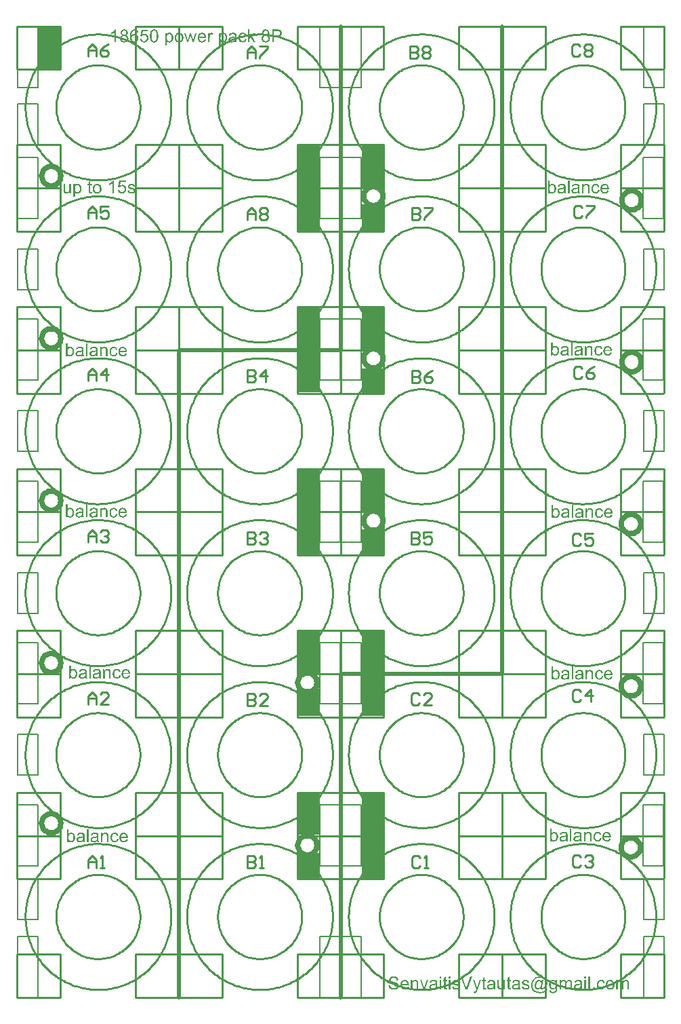
<source format=gto>
G04*
G04 #@! TF.GenerationSoftware,Altium Limited,Altium Designer,18.1.8 (232)*
G04*
G04 Layer_Color=65535*
%FSLAX25Y25*%
%MOIN*%
G70*
G01*
G75*
%ADD10C,0.01000*%
%ADD11C,0.02756*%
%ADD12C,0.00787*%
%ADD13C,0.01968*%
%ADD14R,0.11024X0.12992*%
%ADD15R,0.11142X0.21102*%
%ADD16R,0.11142X0.12205*%
%ADD17R,0.11024X0.21260*%
%ADD18R,0.11024X0.13386*%
%ADD19R,0.11024X0.21102*%
%ADD20R,0.11142X0.42126*%
%ADD21R,0.11142X0.12598*%
%ADD22R,0.11142X0.13386*%
%ADD23R,0.11142X0.42520*%
%ADD24R,0.11142X0.21811*%
%ADD25R,0.11142X0.21161*%
G36*
X42983Y319723D02*
X43083Y319714D01*
X43201Y319696D01*
X43329Y319669D01*
X43466Y319632D01*
X43593Y319578D01*
X43611Y319568D01*
X43648Y319550D01*
X43712Y319523D01*
X43784Y319477D01*
X43876Y319423D01*
X43957Y319350D01*
X44039Y319277D01*
X44112Y319186D01*
X44122Y319177D01*
X44140Y319140D01*
X44167Y319095D01*
X44213Y319031D01*
X44249Y318940D01*
X44286Y318849D01*
X44331Y318740D01*
X44358Y318621D01*
Y318612D01*
X44368Y318576D01*
X44377Y318521D01*
X44386Y318448D01*
Y318339D01*
X44395Y318211D01*
X44404Y318056D01*
Y317865D01*
Y315059D01*
X43630D01*
Y317828D01*
Y317838D01*
Y317847D01*
Y317911D01*
Y317992D01*
X43620Y318093D01*
X43611Y318211D01*
X43593Y318330D01*
X43566Y318439D01*
X43538Y318539D01*
Y318548D01*
X43520Y318576D01*
X43493Y318621D01*
X43466Y318676D01*
X43420Y318730D01*
X43365Y318794D01*
X43292Y318858D01*
X43211Y318913D01*
X43201Y318922D01*
X43174Y318940D01*
X43119Y318958D01*
X43056Y318986D01*
X42983Y319013D01*
X42892Y319040D01*
X42782Y319049D01*
X42673Y319058D01*
X42628D01*
X42591Y319049D01*
X42500Y319040D01*
X42382Y319022D01*
X42254Y318976D01*
X42108Y318922D01*
X41963Y318849D01*
X41826Y318740D01*
X41808Y318721D01*
X41771Y318676D01*
X41744Y318639D01*
X41717Y318594D01*
X41680Y318539D01*
X41653Y318475D01*
X41616Y318402D01*
X41580Y318311D01*
X41552Y318211D01*
X41525Y318102D01*
X41507Y317983D01*
X41489Y317856D01*
X41471Y317701D01*
Y317546D01*
Y315059D01*
X40696D01*
Y319632D01*
X41388D01*
Y318976D01*
X41398Y318986D01*
X41416Y319013D01*
X41443Y319049D01*
X41480Y319095D01*
X41534Y319149D01*
X41598Y319213D01*
X41671Y319286D01*
X41762Y319359D01*
X41853Y319423D01*
X41963Y319496D01*
X42081Y319559D01*
X42208Y319614D01*
X42354Y319660D01*
X42500Y319696D01*
X42664Y319723D01*
X42837Y319732D01*
X42910D01*
X42983Y319723D01*
D02*
G37*
G36*
X47574D02*
X47629D01*
X47702Y319714D01*
X47875Y319687D01*
X48066Y319641D01*
X48267Y319568D01*
X48467Y319477D01*
X48658Y319350D01*
X48667D01*
X48676Y319332D01*
X48731Y319277D01*
X48813Y319195D01*
X48913Y319077D01*
X49014Y318931D01*
X49114Y318749D01*
X49205Y318539D01*
X49269Y318293D01*
X48513Y318175D01*
Y318184D01*
X48503Y318193D01*
X48494Y318248D01*
X48467Y318330D01*
X48421Y318430D01*
X48376Y318539D01*
X48303Y318657D01*
X48221Y318767D01*
X48130Y318858D01*
X48121Y318867D01*
X48084Y318894D01*
X48021Y318931D01*
X47948Y318976D01*
X47848Y319022D01*
X47738Y319058D01*
X47611Y319086D01*
X47474Y319095D01*
X47419D01*
X47374Y319086D01*
X47274Y319077D01*
X47137Y319040D01*
X46991Y318995D01*
X46827Y318922D01*
X46672Y318812D01*
X46599Y318749D01*
X46527Y318676D01*
Y318667D01*
X46508Y318657D01*
X46490Y318630D01*
X46472Y318594D01*
X46445Y318548D01*
X46408Y318494D01*
X46381Y318430D01*
X46344Y318357D01*
X46308Y318266D01*
X46281Y318166D01*
X46244Y318056D01*
X46217Y317938D01*
X46199Y317810D01*
X46180Y317665D01*
X46162Y317510D01*
Y317346D01*
Y317337D01*
Y317309D01*
Y317255D01*
X46171Y317200D01*
Y317118D01*
X46180Y317036D01*
X46208Y316835D01*
X46244Y316617D01*
X46308Y316389D01*
X46390Y316189D01*
X46445Y316089D01*
X46508Y316006D01*
X46527Y315988D01*
X46572Y315943D01*
X46654Y315879D01*
X46754Y315806D01*
X46891Y315724D01*
X47046Y315660D01*
X47228Y315615D01*
X47328Y315606D01*
X47428Y315597D01*
X47447D01*
X47501Y315606D01*
X47592Y315615D01*
X47693Y315633D01*
X47811Y315660D01*
X47939Y315715D01*
X48066Y315779D01*
X48185Y315870D01*
X48203Y315879D01*
X48230Y315925D01*
X48285Y315988D01*
X48349Y316089D01*
X48412Y316207D01*
X48485Y316353D01*
X48540Y316535D01*
X48576Y316735D01*
X49342Y316635D01*
Y316626D01*
X49332Y316599D01*
X49323Y316562D01*
X49314Y316508D01*
X49296Y316435D01*
X49278Y316362D01*
X49214Y316180D01*
X49132Y315988D01*
X49014Y315779D01*
X48868Y315578D01*
X48786Y315487D01*
X48695Y315396D01*
X48686Y315387D01*
X48667Y315378D01*
X48640Y315360D01*
X48604Y315332D01*
X48558Y315296D01*
X48494Y315260D01*
X48421Y315223D01*
X48349Y315177D01*
X48166Y315095D01*
X47948Y315032D01*
X47711Y314977D01*
X47574Y314968D01*
X47438Y314959D01*
X47346D01*
X47283Y314968D01*
X47201Y314977D01*
X47110Y314995D01*
X47009Y315014D01*
X46900Y315032D01*
X46654Y315105D01*
X46536Y315159D01*
X46408Y315214D01*
X46281Y315287D01*
X46162Y315369D01*
X46044Y315460D01*
X45934Y315569D01*
X45925Y315578D01*
X45907Y315597D01*
X45880Y315633D01*
X45843Y315679D01*
X45807Y315742D01*
X45752Y315824D01*
X45707Y315915D01*
X45652Y316016D01*
X45597Y316134D01*
X45552Y316271D01*
X45497Y316407D01*
X45461Y316571D01*
X45424Y316735D01*
X45397Y316927D01*
X45379Y317118D01*
X45370Y317327D01*
Y317337D01*
Y317364D01*
Y317400D01*
Y317455D01*
X45379Y317519D01*
Y317592D01*
X45388Y317674D01*
X45397Y317765D01*
X45424Y317965D01*
X45470Y318184D01*
X45524Y318402D01*
X45606Y318621D01*
Y318630D01*
X45616Y318648D01*
X45634Y318676D01*
X45652Y318712D01*
X45707Y318812D01*
X45789Y318931D01*
X45898Y319068D01*
X46025Y319204D01*
X46180Y319341D01*
X46354Y319450D01*
X46363D01*
X46381Y319459D01*
X46408Y319477D01*
X46445Y319496D01*
X46490Y319514D01*
X46545Y319541D01*
X46681Y319596D01*
X46836Y319641D01*
X47028Y319687D01*
X47228Y319723D01*
X47447Y319732D01*
X47519D01*
X47574Y319723D01*
D02*
G37*
G36*
X37927D02*
X38063Y319714D01*
X38218Y319696D01*
X38373Y319669D01*
X38528Y319632D01*
X38674Y319587D01*
X38692Y319578D01*
X38737Y319559D01*
X38801Y319532D01*
X38883Y319496D01*
X38974Y319441D01*
X39066Y319386D01*
X39147Y319313D01*
X39220Y319240D01*
X39230Y319231D01*
X39248Y319204D01*
X39275Y319159D01*
X39311Y319104D01*
X39357Y319022D01*
X39393Y318940D01*
X39430Y318840D01*
X39457Y318721D01*
Y318712D01*
X39466Y318685D01*
X39475Y318630D01*
X39485Y318557D01*
Y318457D01*
X39494Y318339D01*
X39503Y318184D01*
Y318011D01*
Y316972D01*
Y316963D01*
Y316927D01*
Y316872D01*
Y316799D01*
Y316717D01*
Y316617D01*
X39512Y316398D01*
Y316171D01*
X39521Y315943D01*
X39530Y315843D01*
Y315751D01*
X39539Y315669D01*
X39548Y315606D01*
Y315597D01*
X39557Y315560D01*
X39566Y315506D01*
X39594Y315433D01*
X39612Y315351D01*
X39649Y315260D01*
X39694Y315159D01*
X39740Y315059D01*
X38929D01*
X38920Y315068D01*
X38911Y315105D01*
X38892Y315150D01*
X38865Y315223D01*
X38838Y315305D01*
X38820Y315405D01*
X38801Y315515D01*
X38783Y315633D01*
X38774D01*
X38765Y315615D01*
X38710Y315569D01*
X38628Y315506D01*
X38519Y315423D01*
X38382Y315341D01*
X38246Y315250D01*
X38100Y315168D01*
X37945Y315105D01*
X37927Y315095D01*
X37872Y315086D01*
X37790Y315059D01*
X37690Y315032D01*
X37562Y315004D01*
X37417Y314986D01*
X37253Y314968D01*
X37089Y314959D01*
X37016D01*
X36961Y314968D01*
X36897D01*
X36824Y314977D01*
X36660Y315004D01*
X36478Y315050D01*
X36278Y315114D01*
X36096Y315205D01*
X35932Y315323D01*
X35913Y315341D01*
X35868Y315387D01*
X35804Y315469D01*
X35731Y315578D01*
X35658Y315715D01*
X35595Y315870D01*
X35549Y316061D01*
X35540Y316152D01*
X35531Y316262D01*
Y316280D01*
Y316316D01*
X35540Y316380D01*
X35549Y316462D01*
X35567Y316562D01*
X35595Y316662D01*
X35631Y316772D01*
X35677Y316872D01*
X35686Y316881D01*
X35704Y316917D01*
X35740Y316972D01*
X35786Y317036D01*
X35840Y317109D01*
X35913Y317182D01*
X35986Y317255D01*
X36077Y317318D01*
X36086Y317327D01*
X36123Y317346D01*
X36169Y317382D01*
X36241Y317419D01*
X36323Y317455D01*
X36424Y317500D01*
X36524Y317537D01*
X36642Y317573D01*
X36651D01*
X36688Y317583D01*
X36742Y317601D01*
X36815Y317610D01*
X36906Y317628D01*
X37025Y317646D01*
X37161Y317674D01*
X37326Y317692D01*
X37335D01*
X37371Y317701D01*
X37417D01*
X37480Y317710D01*
X37553Y317719D01*
X37644Y317737D01*
X37745Y317746D01*
X37854Y317765D01*
X38072Y317810D01*
X38309Y317856D01*
X38519Y317911D01*
X38619Y317938D01*
X38710Y317965D01*
Y317974D01*
Y317992D01*
X38719Y318047D01*
Y318111D01*
Y318147D01*
Y318166D01*
Y318175D01*
Y318184D01*
Y318238D01*
X38710Y318330D01*
X38692Y318430D01*
X38665Y318539D01*
X38619Y318648D01*
X38564Y318749D01*
X38491Y318831D01*
X38482Y318840D01*
X38437Y318876D01*
X38364Y318913D01*
X38273Y318967D01*
X38145Y319013D01*
X38000Y319058D01*
X37817Y319086D01*
X37608Y319095D01*
X37517D01*
X37426Y319086D01*
X37298Y319068D01*
X37171Y319049D01*
X37034Y319013D01*
X36906Y318967D01*
X36797Y318903D01*
X36788Y318894D01*
X36751Y318867D01*
X36706Y318822D01*
X36651Y318749D01*
X36597Y318657D01*
X36533Y318539D01*
X36478Y318393D01*
X36424Y318229D01*
X35667Y318330D01*
Y318339D01*
X35677Y318348D01*
Y318375D01*
X35686Y318411D01*
X35713Y318494D01*
X35749Y318612D01*
X35795Y318730D01*
X35850Y318858D01*
X35923Y318986D01*
X36004Y319104D01*
X36014Y319113D01*
X36050Y319149D01*
X36105Y319204D01*
X36178Y319277D01*
X36278Y319350D01*
X36396Y319423D01*
X36533Y319505D01*
X36688Y319568D01*
X36697D01*
X36706Y319578D01*
X36733Y319587D01*
X36770Y319596D01*
X36861Y319623D01*
X36988Y319651D01*
X37134Y319678D01*
X37316Y319705D01*
X37508Y319723D01*
X37726Y319732D01*
X37826D01*
X37927Y319723D01*
D02*
G37*
G36*
X34593Y315059D02*
X33818D01*
Y321363D01*
X34593D01*
Y315059D01*
D02*
G37*
G36*
X31067Y319723D02*
X31203Y319714D01*
X31358Y319696D01*
X31513Y319669D01*
X31668Y319632D01*
X31814Y319587D01*
X31832Y319578D01*
X31878Y319559D01*
X31941Y319532D01*
X32023Y319496D01*
X32114Y319441D01*
X32206Y319386D01*
X32288Y319313D01*
X32361Y319240D01*
X32370Y319231D01*
X32388Y319204D01*
X32415Y319159D01*
X32452Y319104D01*
X32497Y319022D01*
X32534Y318940D01*
X32570Y318840D01*
X32597Y318721D01*
Y318712D01*
X32607Y318685D01*
X32616Y318630D01*
X32625Y318557D01*
Y318457D01*
X32634Y318339D01*
X32643Y318184D01*
Y318011D01*
Y316972D01*
Y316963D01*
Y316927D01*
Y316872D01*
Y316799D01*
Y316717D01*
Y316617D01*
X32652Y316398D01*
Y316171D01*
X32661Y315943D01*
X32670Y315843D01*
Y315751D01*
X32679Y315669D01*
X32689Y315606D01*
Y315597D01*
X32698Y315560D01*
X32707Y315506D01*
X32734Y315433D01*
X32752Y315351D01*
X32789Y315260D01*
X32834Y315159D01*
X32880Y315059D01*
X32069D01*
X32060Y315068D01*
X32051Y315105D01*
X32032Y315150D01*
X32005Y315223D01*
X31978Y315305D01*
X31960Y315405D01*
X31941Y315515D01*
X31923Y315633D01*
X31914D01*
X31905Y315615D01*
X31850Y315569D01*
X31768Y315506D01*
X31659Y315423D01*
X31522Y315341D01*
X31386Y315250D01*
X31240Y315168D01*
X31085Y315105D01*
X31067Y315095D01*
X31012Y315086D01*
X30930Y315059D01*
X30830Y315032D01*
X30702Y315004D01*
X30557Y314986D01*
X30393Y314968D01*
X30229Y314959D01*
X30156D01*
X30101Y314968D01*
X30038D01*
X29965Y314977D01*
X29801Y315004D01*
X29618Y315050D01*
X29418Y315114D01*
X29236Y315205D01*
X29072Y315323D01*
X29054Y315341D01*
X29008Y315387D01*
X28944Y315469D01*
X28871Y315578D01*
X28798Y315715D01*
X28735Y315870D01*
X28689Y316061D01*
X28680Y316152D01*
X28671Y316262D01*
Y316280D01*
Y316316D01*
X28680Y316380D01*
X28689Y316462D01*
X28707Y316562D01*
X28735Y316662D01*
X28771Y316772D01*
X28817Y316872D01*
X28826Y316881D01*
X28844Y316917D01*
X28881Y316972D01*
X28926Y317036D01*
X28981Y317109D01*
X29054Y317182D01*
X29127Y317255D01*
X29218Y317318D01*
X29227Y317327D01*
X29263Y317346D01*
X29309Y317382D01*
X29381Y317419D01*
X29463Y317455D01*
X29564Y317500D01*
X29664Y317537D01*
X29782Y317573D01*
X29792D01*
X29828Y317583D01*
X29883Y317601D01*
X29956Y317610D01*
X30047Y317628D01*
X30165Y317646D01*
X30302Y317674D01*
X30466Y317692D01*
X30475D01*
X30511Y317701D01*
X30557D01*
X30621Y317710D01*
X30693Y317719D01*
X30784Y317737D01*
X30885Y317746D01*
X30994Y317765D01*
X31213Y317810D01*
X31449Y317856D01*
X31659Y317911D01*
X31759Y317938D01*
X31850Y317965D01*
Y317974D01*
Y317992D01*
X31859Y318047D01*
Y318111D01*
Y318147D01*
Y318166D01*
Y318175D01*
Y318184D01*
Y318238D01*
X31850Y318330D01*
X31832Y318430D01*
X31805Y318539D01*
X31759Y318648D01*
X31705Y318749D01*
X31632Y318831D01*
X31623Y318840D01*
X31577Y318876D01*
X31504Y318913D01*
X31413Y318967D01*
X31286Y319013D01*
X31140Y319058D01*
X30958Y319086D01*
X30748Y319095D01*
X30657D01*
X30566Y319086D01*
X30438Y319068D01*
X30311Y319049D01*
X30174Y319013D01*
X30047Y318967D01*
X29937Y318903D01*
X29928Y318894D01*
X29892Y318867D01*
X29846Y318822D01*
X29792Y318749D01*
X29737Y318657D01*
X29673Y318539D01*
X29618Y318393D01*
X29564Y318229D01*
X28808Y318330D01*
Y318339D01*
X28817Y318348D01*
Y318375D01*
X28826Y318411D01*
X28853Y318494D01*
X28890Y318612D01*
X28935Y318730D01*
X28990Y318858D01*
X29063Y318986D01*
X29145Y319104D01*
X29154Y319113D01*
X29190Y319149D01*
X29245Y319204D01*
X29318Y319277D01*
X29418Y319350D01*
X29536Y319423D01*
X29673Y319505D01*
X29828Y319568D01*
X29837D01*
X29846Y319578D01*
X29873Y319587D01*
X29910Y319596D01*
X30001Y319623D01*
X30129Y319651D01*
X30274Y319678D01*
X30457Y319705D01*
X30648Y319723D01*
X30867Y319732D01*
X30967D01*
X31067Y319723D01*
D02*
G37*
G36*
X52029D02*
X52102Y319714D01*
X52193Y319696D01*
X52293Y319678D01*
X52412Y319651D01*
X52521Y319623D01*
X52649Y319578D01*
X52767Y319532D01*
X52894Y319468D01*
X53022Y319395D01*
X53149Y319313D01*
X53268Y319213D01*
X53377Y319104D01*
X53386Y319095D01*
X53405Y319077D01*
X53432Y319040D01*
X53468Y318986D01*
X53514Y318922D01*
X53559Y318849D01*
X53614Y318758D01*
X53669Y318648D01*
X53724Y318530D01*
X53778Y318402D01*
X53824Y318257D01*
X53869Y318102D01*
X53906Y317929D01*
X53933Y317746D01*
X53951Y317555D01*
X53960Y317346D01*
Y317337D01*
Y317300D01*
Y317236D01*
X53951Y317145D01*
X50535D01*
Y317136D01*
Y317109D01*
X50544Y317072D01*
Y317018D01*
X50553Y316954D01*
X50571Y316881D01*
X50599Y316717D01*
X50653Y316535D01*
X50726Y316335D01*
X50827Y316152D01*
X50954Y315988D01*
X50963D01*
X50972Y315970D01*
X51027Y315925D01*
X51109Y315861D01*
X51218Y315797D01*
X51364Y315724D01*
X51528Y315660D01*
X51710Y315615D01*
X51810Y315606D01*
X51920Y315597D01*
X51993D01*
X52074Y315606D01*
X52175Y315624D01*
X52284Y315651D01*
X52412Y315688D01*
X52530Y315742D01*
X52649Y315815D01*
X52658Y315824D01*
X52703Y315861D01*
X52758Y315915D01*
X52822Y315988D01*
X52894Y316089D01*
X52976Y316216D01*
X53058Y316362D01*
X53131Y316535D01*
X53933Y316435D01*
Y316426D01*
X53924Y316407D01*
X53915Y316371D01*
X53897Y316316D01*
X53869Y316262D01*
X53842Y316189D01*
X53769Y316034D01*
X53678Y315861D01*
X53550Y315679D01*
X53405Y315506D01*
X53222Y315341D01*
X53213D01*
X53195Y315323D01*
X53168Y315305D01*
X53131Y315278D01*
X53077Y315250D01*
X53022Y315223D01*
X52949Y315187D01*
X52867Y315150D01*
X52776Y315114D01*
X52685Y315077D01*
X52457Y315023D01*
X52202Y314977D01*
X51920Y314959D01*
X51819D01*
X51756Y314968D01*
X51674Y314977D01*
X51573Y314995D01*
X51464Y315014D01*
X51346Y315032D01*
X51091Y315105D01*
X50954Y315159D01*
X50827Y315214D01*
X50690Y315287D01*
X50562Y315369D01*
X50444Y315460D01*
X50325Y315569D01*
X50316Y315578D01*
X50298Y315597D01*
X50271Y315633D01*
X50234Y315688D01*
X50189Y315751D01*
X50143Y315824D01*
X50089Y315915D01*
X50034Y316016D01*
X49979Y316134D01*
X49925Y316262D01*
X49879Y316407D01*
X49834Y316562D01*
X49797Y316726D01*
X49770Y316908D01*
X49751Y317100D01*
X49742Y317300D01*
Y317309D01*
Y317355D01*
Y317409D01*
X49751Y317491D01*
X49761Y317592D01*
X49770Y317701D01*
X49788Y317828D01*
X49815Y317956D01*
X49888Y318248D01*
X49934Y318393D01*
X49988Y318548D01*
X50061Y318694D01*
X50143Y318831D01*
X50234Y318967D01*
X50335Y319095D01*
X50344Y319104D01*
X50362Y319122D01*
X50398Y319149D01*
X50444Y319195D01*
X50498Y319240D01*
X50571Y319295D01*
X50653Y319359D01*
X50754Y319414D01*
X50854Y319477D01*
X50972Y319532D01*
X51100Y319587D01*
X51236Y319632D01*
X51382Y319678D01*
X51537Y319705D01*
X51701Y319723D01*
X51874Y319732D01*
X51965D01*
X52029Y319723D01*
D02*
G37*
G36*
X24790Y319113D02*
X24799Y319122D01*
X24808Y319140D01*
X24836Y319168D01*
X24881Y319213D01*
X24927Y319259D01*
X24981Y319313D01*
X25054Y319368D01*
X25127Y319423D01*
X25309Y319541D01*
X25519Y319632D01*
X25637Y319678D01*
X25765Y319705D01*
X25901Y319723D01*
X26038Y319732D01*
X26111D01*
X26193Y319723D01*
X26293Y319714D01*
X26412Y319687D01*
X26548Y319660D01*
X26694Y319614D01*
X26831Y319559D01*
X26849Y319550D01*
X26895Y319532D01*
X26967Y319486D01*
X27049Y319432D01*
X27150Y319368D01*
X27250Y319286D01*
X27359Y319186D01*
X27450Y319077D01*
X27459Y319068D01*
X27487Y319022D01*
X27532Y318958D01*
X27587Y318876D01*
X27651Y318767D01*
X27714Y318639D01*
X27778Y318494D01*
X27833Y318339D01*
Y318330D01*
X27842Y318320D01*
X27851Y318293D01*
X27860Y318266D01*
X27878Y318175D01*
X27906Y318056D01*
X27933Y317920D01*
X27960Y317765D01*
X27970Y317592D01*
X27979Y317409D01*
Y317400D01*
Y317355D01*
Y317300D01*
X27970Y317218D01*
X27960Y317118D01*
X27951Y317009D01*
X27933Y316881D01*
X27906Y316744D01*
X27833Y316453D01*
X27787Y316298D01*
X27733Y316152D01*
X27669Y315997D01*
X27587Y315861D01*
X27496Y315724D01*
X27396Y315597D01*
X27387Y315587D01*
X27368Y315569D01*
X27341Y315542D01*
X27295Y315496D01*
X27232Y315451D01*
X27168Y315396D01*
X27095Y315341D01*
X27004Y315278D01*
X26904Y315223D01*
X26803Y315159D01*
X26557Y315059D01*
X26430Y315014D01*
X26293Y314986D01*
X26147Y314968D01*
X26002Y314959D01*
X25965D01*
X25920Y314968D01*
X25865D01*
X25801Y314977D01*
X25719Y314995D01*
X25537Y315041D01*
X25437Y315077D01*
X25337Y315123D01*
X25227Y315177D01*
X25127Y315241D01*
X25018Y315323D01*
X24918Y315414D01*
X24826Y315515D01*
X24735Y315633D01*
Y315059D01*
X24016D01*
Y321363D01*
X24790D01*
Y319113D01*
D02*
G37*
G36*
X42983Y240589D02*
X43083Y240580D01*
X43201Y240562D01*
X43329Y240535D01*
X43466Y240498D01*
X43593Y240444D01*
X43611Y240435D01*
X43648Y240416D01*
X43712Y240389D01*
X43784Y240344D01*
X43876Y240289D01*
X43957Y240216D01*
X44039Y240143D01*
X44112Y240052D01*
X44122Y240043D01*
X44140Y240006D01*
X44167Y239961D01*
X44213Y239897D01*
X44249Y239806D01*
X44286Y239715D01*
X44331Y239606D01*
X44358Y239487D01*
Y239478D01*
X44368Y239442D01*
X44377Y239387D01*
X44386Y239314D01*
Y239205D01*
X44395Y239077D01*
X44404Y238922D01*
Y238731D01*
Y235925D01*
X43630D01*
Y238695D01*
Y238704D01*
Y238713D01*
Y238777D01*
Y238859D01*
X43620Y238959D01*
X43611Y239077D01*
X43593Y239196D01*
X43566Y239305D01*
X43538Y239405D01*
Y239414D01*
X43520Y239442D01*
X43493Y239487D01*
X43466Y239542D01*
X43420Y239597D01*
X43365Y239660D01*
X43292Y239724D01*
X43211Y239779D01*
X43201Y239788D01*
X43174Y239806D01*
X43119Y239824D01*
X43056Y239852D01*
X42983Y239879D01*
X42892Y239906D01*
X42782Y239915D01*
X42673Y239925D01*
X42628D01*
X42591Y239915D01*
X42500Y239906D01*
X42382Y239888D01*
X42254Y239843D01*
X42108Y239788D01*
X41963Y239715D01*
X41826Y239606D01*
X41808Y239587D01*
X41771Y239542D01*
X41744Y239505D01*
X41717Y239460D01*
X41680Y239405D01*
X41653Y239341D01*
X41616Y239269D01*
X41580Y239177D01*
X41552Y239077D01*
X41525Y238968D01*
X41507Y238849D01*
X41489Y238722D01*
X41471Y238567D01*
Y238412D01*
Y235925D01*
X40696D01*
Y240498D01*
X41388D01*
Y239843D01*
X41398Y239852D01*
X41416Y239879D01*
X41443Y239915D01*
X41480Y239961D01*
X41534Y240016D01*
X41598Y240079D01*
X41671Y240152D01*
X41762Y240225D01*
X41853Y240289D01*
X41963Y240362D01*
X42081Y240425D01*
X42208Y240480D01*
X42354Y240526D01*
X42500Y240562D01*
X42664Y240589D01*
X42837Y240599D01*
X42910D01*
X42983Y240589D01*
D02*
G37*
G36*
X47574D02*
X47629D01*
X47702Y240580D01*
X47875Y240553D01*
X48066Y240508D01*
X48267Y240435D01*
X48467Y240344D01*
X48658Y240216D01*
X48667D01*
X48676Y240198D01*
X48731Y240143D01*
X48813Y240061D01*
X48913Y239943D01*
X49014Y239797D01*
X49114Y239615D01*
X49205Y239405D01*
X49269Y239159D01*
X48513Y239041D01*
Y239050D01*
X48503Y239059D01*
X48494Y239114D01*
X48467Y239196D01*
X48421Y239296D01*
X48376Y239405D01*
X48303Y239524D01*
X48221Y239633D01*
X48130Y239724D01*
X48121Y239733D01*
X48084Y239760D01*
X48021Y239797D01*
X47948Y239843D01*
X47848Y239888D01*
X47738Y239925D01*
X47611Y239952D01*
X47474Y239961D01*
X47419D01*
X47374Y239952D01*
X47274Y239943D01*
X47137Y239906D01*
X46991Y239861D01*
X46827Y239788D01*
X46672Y239679D01*
X46599Y239615D01*
X46527Y239542D01*
Y239533D01*
X46508Y239524D01*
X46490Y239496D01*
X46472Y239460D01*
X46445Y239414D01*
X46408Y239360D01*
X46381Y239296D01*
X46344Y239223D01*
X46308Y239132D01*
X46281Y239032D01*
X46244Y238922D01*
X46217Y238804D01*
X46199Y238676D01*
X46180Y238531D01*
X46162Y238376D01*
Y238212D01*
Y238203D01*
Y238175D01*
Y238121D01*
X46171Y238066D01*
Y237984D01*
X46180Y237902D01*
X46208Y237702D01*
X46244Y237483D01*
X46308Y237255D01*
X46390Y237055D01*
X46445Y236955D01*
X46508Y236873D01*
X46527Y236854D01*
X46572Y236809D01*
X46654Y236745D01*
X46754Y236672D01*
X46891Y236590D01*
X47046Y236526D01*
X47228Y236481D01*
X47328Y236472D01*
X47428Y236463D01*
X47447D01*
X47501Y236472D01*
X47592Y236481D01*
X47693Y236499D01*
X47811Y236526D01*
X47939Y236581D01*
X48066Y236645D01*
X48185Y236736D01*
X48203Y236745D01*
X48230Y236791D01*
X48285Y236854D01*
X48349Y236955D01*
X48412Y237073D01*
X48485Y237219D01*
X48540Y237401D01*
X48576Y237601D01*
X49342Y237501D01*
Y237492D01*
X49332Y237465D01*
X49323Y237428D01*
X49314Y237374D01*
X49296Y237301D01*
X49278Y237228D01*
X49214Y237046D01*
X49132Y236854D01*
X49014Y236645D01*
X48868Y236444D01*
X48786Y236353D01*
X48695Y236262D01*
X48686Y236253D01*
X48667Y236244D01*
X48640Y236226D01*
X48604Y236198D01*
X48558Y236162D01*
X48494Y236126D01*
X48421Y236089D01*
X48349Y236044D01*
X48166Y235962D01*
X47948Y235898D01*
X47711Y235843D01*
X47574Y235834D01*
X47438Y235825D01*
X47346D01*
X47283Y235834D01*
X47201Y235843D01*
X47110Y235861D01*
X47009Y235880D01*
X46900Y235898D01*
X46654Y235971D01*
X46536Y236025D01*
X46408Y236080D01*
X46281Y236153D01*
X46162Y236235D01*
X46044Y236326D01*
X45934Y236435D01*
X45925Y236444D01*
X45907Y236463D01*
X45880Y236499D01*
X45843Y236545D01*
X45807Y236608D01*
X45752Y236690D01*
X45707Y236782D01*
X45652Y236882D01*
X45597Y237000D01*
X45552Y237137D01*
X45497Y237274D01*
X45461Y237438D01*
X45424Y237601D01*
X45397Y237793D01*
X45379Y237984D01*
X45370Y238194D01*
Y238203D01*
Y238230D01*
Y238266D01*
Y238321D01*
X45379Y238385D01*
Y238458D01*
X45388Y238540D01*
X45397Y238631D01*
X45424Y238831D01*
X45470Y239050D01*
X45524Y239269D01*
X45606Y239487D01*
Y239496D01*
X45616Y239514D01*
X45634Y239542D01*
X45652Y239578D01*
X45707Y239679D01*
X45789Y239797D01*
X45898Y239934D01*
X46025Y240070D01*
X46180Y240207D01*
X46354Y240316D01*
X46363D01*
X46381Y240325D01*
X46408Y240344D01*
X46445Y240362D01*
X46490Y240380D01*
X46545Y240407D01*
X46681Y240462D01*
X46836Y240508D01*
X47028Y240553D01*
X47228Y240589D01*
X47447Y240599D01*
X47519D01*
X47574Y240589D01*
D02*
G37*
G36*
X37927D02*
X38063Y240580D01*
X38218Y240562D01*
X38373Y240535D01*
X38528Y240498D01*
X38674Y240453D01*
X38692Y240444D01*
X38737Y240425D01*
X38801Y240398D01*
X38883Y240362D01*
X38974Y240307D01*
X39066Y240252D01*
X39147Y240180D01*
X39220Y240107D01*
X39230Y240098D01*
X39248Y240070D01*
X39275Y240025D01*
X39311Y239970D01*
X39357Y239888D01*
X39393Y239806D01*
X39430Y239706D01*
X39457Y239587D01*
Y239578D01*
X39466Y239551D01*
X39475Y239496D01*
X39485Y239423D01*
Y239323D01*
X39494Y239205D01*
X39503Y239050D01*
Y238877D01*
Y237838D01*
Y237829D01*
Y237793D01*
Y237738D01*
Y237665D01*
Y237583D01*
Y237483D01*
X39512Y237264D01*
Y237037D01*
X39521Y236809D01*
X39530Y236709D01*
Y236618D01*
X39539Y236536D01*
X39548Y236472D01*
Y236463D01*
X39557Y236426D01*
X39566Y236372D01*
X39594Y236299D01*
X39612Y236217D01*
X39649Y236126D01*
X39694Y236025D01*
X39740Y235925D01*
X38929D01*
X38920Y235934D01*
X38911Y235971D01*
X38892Y236016D01*
X38865Y236089D01*
X38838Y236171D01*
X38820Y236271D01*
X38801Y236381D01*
X38783Y236499D01*
X38774D01*
X38765Y236481D01*
X38710Y236435D01*
X38628Y236372D01*
X38519Y236290D01*
X38382Y236208D01*
X38246Y236117D01*
X38100Y236034D01*
X37945Y235971D01*
X37927Y235962D01*
X37872Y235952D01*
X37790Y235925D01*
X37690Y235898D01*
X37562Y235871D01*
X37417Y235852D01*
X37253Y235834D01*
X37089Y235825D01*
X37016D01*
X36961Y235834D01*
X36897D01*
X36824Y235843D01*
X36660Y235871D01*
X36478Y235916D01*
X36278Y235980D01*
X36096Y236071D01*
X35932Y236189D01*
X35913Y236208D01*
X35868Y236253D01*
X35804Y236335D01*
X35731Y236444D01*
X35658Y236581D01*
X35595Y236736D01*
X35549Y236927D01*
X35540Y237018D01*
X35531Y237128D01*
Y237146D01*
Y237182D01*
X35540Y237246D01*
X35549Y237328D01*
X35567Y237428D01*
X35595Y237529D01*
X35631Y237638D01*
X35677Y237738D01*
X35686Y237747D01*
X35704Y237784D01*
X35740Y237838D01*
X35786Y237902D01*
X35840Y237975D01*
X35913Y238048D01*
X35986Y238121D01*
X36077Y238184D01*
X36086Y238194D01*
X36123Y238212D01*
X36169Y238248D01*
X36241Y238285D01*
X36323Y238321D01*
X36424Y238367D01*
X36524Y238403D01*
X36642Y238440D01*
X36651D01*
X36688Y238449D01*
X36742Y238467D01*
X36815Y238476D01*
X36906Y238494D01*
X37025Y238512D01*
X37161Y238540D01*
X37326Y238558D01*
X37335D01*
X37371Y238567D01*
X37417D01*
X37480Y238576D01*
X37553Y238585D01*
X37644Y238603D01*
X37745Y238613D01*
X37854Y238631D01*
X38072Y238676D01*
X38309Y238722D01*
X38519Y238777D01*
X38619Y238804D01*
X38710Y238831D01*
Y238840D01*
Y238859D01*
X38719Y238913D01*
Y238977D01*
Y239014D01*
Y239032D01*
Y239041D01*
Y239050D01*
Y239105D01*
X38710Y239196D01*
X38692Y239296D01*
X38665Y239405D01*
X38619Y239514D01*
X38564Y239615D01*
X38491Y239697D01*
X38482Y239706D01*
X38437Y239742D01*
X38364Y239779D01*
X38273Y239833D01*
X38145Y239879D01*
X38000Y239925D01*
X37817Y239952D01*
X37608Y239961D01*
X37517D01*
X37426Y239952D01*
X37298Y239934D01*
X37171Y239915D01*
X37034Y239879D01*
X36906Y239833D01*
X36797Y239770D01*
X36788Y239760D01*
X36751Y239733D01*
X36706Y239688D01*
X36651Y239615D01*
X36597Y239524D01*
X36533Y239405D01*
X36478Y239260D01*
X36424Y239095D01*
X35667Y239196D01*
Y239205D01*
X35677Y239214D01*
Y239241D01*
X35686Y239278D01*
X35713Y239360D01*
X35749Y239478D01*
X35795Y239597D01*
X35850Y239724D01*
X35923Y239852D01*
X36004Y239970D01*
X36014Y239979D01*
X36050Y240016D01*
X36105Y240070D01*
X36178Y240143D01*
X36278Y240216D01*
X36396Y240289D01*
X36533Y240371D01*
X36688Y240435D01*
X36697D01*
X36706Y240444D01*
X36733Y240453D01*
X36770Y240462D01*
X36861Y240489D01*
X36988Y240517D01*
X37134Y240544D01*
X37316Y240571D01*
X37508Y240589D01*
X37726Y240599D01*
X37826D01*
X37927Y240589D01*
D02*
G37*
G36*
X34593Y235925D02*
X33818D01*
Y242229D01*
X34593D01*
Y235925D01*
D02*
G37*
G36*
X31067Y240589D02*
X31203Y240580D01*
X31358Y240562D01*
X31513Y240535D01*
X31668Y240498D01*
X31814Y240453D01*
X31832Y240444D01*
X31878Y240425D01*
X31941Y240398D01*
X32023Y240362D01*
X32114Y240307D01*
X32206Y240252D01*
X32288Y240180D01*
X32361Y240107D01*
X32370Y240098D01*
X32388Y240070D01*
X32415Y240025D01*
X32452Y239970D01*
X32497Y239888D01*
X32534Y239806D01*
X32570Y239706D01*
X32597Y239587D01*
Y239578D01*
X32607Y239551D01*
X32616Y239496D01*
X32625Y239423D01*
Y239323D01*
X32634Y239205D01*
X32643Y239050D01*
Y238877D01*
Y237838D01*
Y237829D01*
Y237793D01*
Y237738D01*
Y237665D01*
Y237583D01*
Y237483D01*
X32652Y237264D01*
Y237037D01*
X32661Y236809D01*
X32670Y236709D01*
Y236618D01*
X32679Y236536D01*
X32689Y236472D01*
Y236463D01*
X32698Y236426D01*
X32707Y236372D01*
X32734Y236299D01*
X32752Y236217D01*
X32789Y236126D01*
X32834Y236025D01*
X32880Y235925D01*
X32069D01*
X32060Y235934D01*
X32051Y235971D01*
X32032Y236016D01*
X32005Y236089D01*
X31978Y236171D01*
X31960Y236271D01*
X31941Y236381D01*
X31923Y236499D01*
X31914D01*
X31905Y236481D01*
X31850Y236435D01*
X31768Y236372D01*
X31659Y236290D01*
X31522Y236208D01*
X31386Y236117D01*
X31240Y236034D01*
X31085Y235971D01*
X31067Y235962D01*
X31012Y235952D01*
X30930Y235925D01*
X30830Y235898D01*
X30702Y235871D01*
X30557Y235852D01*
X30393Y235834D01*
X30229Y235825D01*
X30156D01*
X30101Y235834D01*
X30038D01*
X29965Y235843D01*
X29801Y235871D01*
X29618Y235916D01*
X29418Y235980D01*
X29236Y236071D01*
X29072Y236189D01*
X29054Y236208D01*
X29008Y236253D01*
X28944Y236335D01*
X28871Y236444D01*
X28798Y236581D01*
X28735Y236736D01*
X28689Y236927D01*
X28680Y237018D01*
X28671Y237128D01*
Y237146D01*
Y237182D01*
X28680Y237246D01*
X28689Y237328D01*
X28707Y237428D01*
X28735Y237529D01*
X28771Y237638D01*
X28817Y237738D01*
X28826Y237747D01*
X28844Y237784D01*
X28881Y237838D01*
X28926Y237902D01*
X28981Y237975D01*
X29054Y238048D01*
X29127Y238121D01*
X29218Y238184D01*
X29227Y238194D01*
X29263Y238212D01*
X29309Y238248D01*
X29381Y238285D01*
X29463Y238321D01*
X29564Y238367D01*
X29664Y238403D01*
X29782Y238440D01*
X29792D01*
X29828Y238449D01*
X29883Y238467D01*
X29956Y238476D01*
X30047Y238494D01*
X30165Y238512D01*
X30302Y238540D01*
X30466Y238558D01*
X30475D01*
X30511Y238567D01*
X30557D01*
X30621Y238576D01*
X30693Y238585D01*
X30784Y238603D01*
X30885Y238613D01*
X30994Y238631D01*
X31213Y238676D01*
X31449Y238722D01*
X31659Y238777D01*
X31759Y238804D01*
X31850Y238831D01*
Y238840D01*
Y238859D01*
X31859Y238913D01*
Y238977D01*
Y239014D01*
Y239032D01*
Y239041D01*
Y239050D01*
Y239105D01*
X31850Y239196D01*
X31832Y239296D01*
X31805Y239405D01*
X31759Y239514D01*
X31705Y239615D01*
X31632Y239697D01*
X31623Y239706D01*
X31577Y239742D01*
X31504Y239779D01*
X31413Y239833D01*
X31286Y239879D01*
X31140Y239925D01*
X30958Y239952D01*
X30748Y239961D01*
X30657D01*
X30566Y239952D01*
X30438Y239934D01*
X30311Y239915D01*
X30174Y239879D01*
X30047Y239833D01*
X29937Y239770D01*
X29928Y239760D01*
X29892Y239733D01*
X29846Y239688D01*
X29792Y239615D01*
X29737Y239524D01*
X29673Y239405D01*
X29618Y239260D01*
X29564Y239095D01*
X28808Y239196D01*
Y239205D01*
X28817Y239214D01*
Y239241D01*
X28826Y239278D01*
X28853Y239360D01*
X28890Y239478D01*
X28935Y239597D01*
X28990Y239724D01*
X29063Y239852D01*
X29145Y239970D01*
X29154Y239979D01*
X29190Y240016D01*
X29245Y240070D01*
X29318Y240143D01*
X29418Y240216D01*
X29536Y240289D01*
X29673Y240371D01*
X29828Y240435D01*
X29837D01*
X29846Y240444D01*
X29873Y240453D01*
X29910Y240462D01*
X30001Y240489D01*
X30129Y240517D01*
X30274Y240544D01*
X30457Y240571D01*
X30648Y240589D01*
X30867Y240599D01*
X30967D01*
X31067Y240589D01*
D02*
G37*
G36*
X52029D02*
X52102Y240580D01*
X52193Y240562D01*
X52293Y240544D01*
X52412Y240517D01*
X52521Y240489D01*
X52649Y240444D01*
X52767Y240398D01*
X52894Y240334D01*
X53022Y240262D01*
X53149Y240180D01*
X53268Y240079D01*
X53377Y239970D01*
X53386Y239961D01*
X53405Y239943D01*
X53432Y239906D01*
X53468Y239852D01*
X53514Y239788D01*
X53559Y239715D01*
X53614Y239624D01*
X53669Y239514D01*
X53724Y239396D01*
X53778Y239269D01*
X53824Y239123D01*
X53869Y238968D01*
X53906Y238795D01*
X53933Y238613D01*
X53951Y238421D01*
X53960Y238212D01*
Y238203D01*
Y238166D01*
Y238103D01*
X53951Y238011D01*
X50535D01*
Y238002D01*
Y237975D01*
X50544Y237938D01*
Y237884D01*
X50553Y237820D01*
X50571Y237747D01*
X50599Y237583D01*
X50653Y237401D01*
X50726Y237201D01*
X50827Y237018D01*
X50954Y236854D01*
X50963D01*
X50972Y236836D01*
X51027Y236791D01*
X51109Y236727D01*
X51218Y236663D01*
X51364Y236590D01*
X51528Y236526D01*
X51710Y236481D01*
X51810Y236472D01*
X51920Y236463D01*
X51993D01*
X52074Y236472D01*
X52175Y236490D01*
X52284Y236517D01*
X52412Y236554D01*
X52530Y236608D01*
X52649Y236681D01*
X52658Y236690D01*
X52703Y236727D01*
X52758Y236782D01*
X52822Y236854D01*
X52894Y236955D01*
X52976Y237082D01*
X53058Y237228D01*
X53131Y237401D01*
X53933Y237301D01*
Y237292D01*
X53924Y237274D01*
X53915Y237237D01*
X53897Y237182D01*
X53869Y237128D01*
X53842Y237055D01*
X53769Y236900D01*
X53678Y236727D01*
X53550Y236545D01*
X53405Y236372D01*
X53222Y236208D01*
X53213D01*
X53195Y236189D01*
X53168Y236171D01*
X53131Y236144D01*
X53077Y236117D01*
X53022Y236089D01*
X52949Y236053D01*
X52867Y236016D01*
X52776Y235980D01*
X52685Y235943D01*
X52457Y235889D01*
X52202Y235843D01*
X51920Y235825D01*
X51819D01*
X51756Y235834D01*
X51674Y235843D01*
X51573Y235861D01*
X51464Y235880D01*
X51346Y235898D01*
X51091Y235971D01*
X50954Y236025D01*
X50827Y236080D01*
X50690Y236153D01*
X50562Y236235D01*
X50444Y236326D01*
X50325Y236435D01*
X50316Y236444D01*
X50298Y236463D01*
X50271Y236499D01*
X50234Y236554D01*
X50189Y236618D01*
X50143Y236690D01*
X50089Y236782D01*
X50034Y236882D01*
X49979Y237000D01*
X49925Y237128D01*
X49879Y237274D01*
X49834Y237428D01*
X49797Y237592D01*
X49770Y237774D01*
X49751Y237966D01*
X49742Y238166D01*
Y238175D01*
Y238221D01*
Y238276D01*
X49751Y238358D01*
X49761Y238458D01*
X49770Y238567D01*
X49788Y238695D01*
X49815Y238822D01*
X49888Y239114D01*
X49934Y239260D01*
X49988Y239414D01*
X50061Y239560D01*
X50143Y239697D01*
X50234Y239833D01*
X50335Y239961D01*
X50344Y239970D01*
X50362Y239988D01*
X50398Y240016D01*
X50444Y240061D01*
X50498Y240107D01*
X50571Y240161D01*
X50653Y240225D01*
X50754Y240280D01*
X50854Y240344D01*
X50972Y240398D01*
X51100Y240453D01*
X51236Y240498D01*
X51382Y240544D01*
X51537Y240571D01*
X51701Y240589D01*
X51874Y240599D01*
X51965D01*
X52029Y240589D01*
D02*
G37*
G36*
X24790Y239979D02*
X24799Y239988D01*
X24808Y240006D01*
X24836Y240034D01*
X24881Y240079D01*
X24927Y240125D01*
X24981Y240180D01*
X25054Y240234D01*
X25127Y240289D01*
X25309Y240407D01*
X25519Y240498D01*
X25637Y240544D01*
X25765Y240571D01*
X25901Y240589D01*
X26038Y240599D01*
X26111D01*
X26193Y240589D01*
X26293Y240580D01*
X26412Y240553D01*
X26548Y240526D01*
X26694Y240480D01*
X26831Y240425D01*
X26849Y240416D01*
X26895Y240398D01*
X26967Y240353D01*
X27049Y240298D01*
X27150Y240234D01*
X27250Y240152D01*
X27359Y240052D01*
X27450Y239943D01*
X27459Y239934D01*
X27487Y239888D01*
X27532Y239824D01*
X27587Y239742D01*
X27651Y239633D01*
X27714Y239505D01*
X27778Y239360D01*
X27833Y239205D01*
Y239196D01*
X27842Y239187D01*
X27851Y239159D01*
X27860Y239132D01*
X27878Y239041D01*
X27906Y238922D01*
X27933Y238786D01*
X27960Y238631D01*
X27970Y238458D01*
X27979Y238276D01*
Y238266D01*
Y238221D01*
Y238166D01*
X27970Y238084D01*
X27960Y237984D01*
X27951Y237875D01*
X27933Y237747D01*
X27906Y237611D01*
X27833Y237319D01*
X27787Y237164D01*
X27733Y237018D01*
X27669Y236863D01*
X27587Y236727D01*
X27496Y236590D01*
X27396Y236463D01*
X27387Y236454D01*
X27368Y236435D01*
X27341Y236408D01*
X27295Y236363D01*
X27232Y236317D01*
X27168Y236262D01*
X27095Y236208D01*
X27004Y236144D01*
X26904Y236089D01*
X26803Y236025D01*
X26557Y235925D01*
X26430Y235880D01*
X26293Y235852D01*
X26147Y235834D01*
X26002Y235825D01*
X25965D01*
X25920Y235834D01*
X25865D01*
X25801Y235843D01*
X25719Y235861D01*
X25537Y235907D01*
X25437Y235943D01*
X25337Y235989D01*
X25227Y236044D01*
X25127Y236107D01*
X25018Y236189D01*
X24918Y236280D01*
X24826Y236381D01*
X24735Y236499D01*
Y235925D01*
X24016D01*
Y242229D01*
X24790D01*
Y239979D01*
D02*
G37*
G36*
X44558Y161456D02*
X44658Y161447D01*
X44776Y161428D01*
X44904Y161401D01*
X45040Y161365D01*
X45168Y161310D01*
X45186Y161301D01*
X45223Y161283D01*
X45286Y161255D01*
X45359Y161210D01*
X45450Y161155D01*
X45532Y161082D01*
X45614Y161009D01*
X45687Y160918D01*
X45696Y160909D01*
X45715Y160873D01*
X45742Y160827D01*
X45787Y160763D01*
X45824Y160672D01*
X45860Y160581D01*
X45906Y160472D01*
X45933Y160353D01*
Y160344D01*
X45942Y160308D01*
X45951Y160253D01*
X45961Y160180D01*
Y160071D01*
X45970Y159943D01*
X45979Y159789D01*
Y159597D01*
Y156791D01*
X45204D01*
Y159561D01*
Y159570D01*
Y159579D01*
Y159643D01*
Y159725D01*
X45195Y159825D01*
X45186Y159943D01*
X45168Y160062D01*
X45141Y160171D01*
X45113Y160271D01*
Y160281D01*
X45095Y160308D01*
X45068Y160353D01*
X45040Y160408D01*
X44995Y160463D01*
X44940Y160526D01*
X44867Y160590D01*
X44785Y160645D01*
X44776Y160654D01*
X44749Y160672D01*
X44694Y160690D01*
X44631Y160718D01*
X44558Y160745D01*
X44467Y160772D01*
X44357Y160782D01*
X44248Y160791D01*
X44202D01*
X44166Y160782D01*
X44075Y160772D01*
X43956Y160754D01*
X43829Y160709D01*
X43683Y160654D01*
X43537Y160581D01*
X43401Y160472D01*
X43382Y160454D01*
X43346Y160408D01*
X43319Y160372D01*
X43291Y160326D01*
X43255Y160271D01*
X43227Y160208D01*
X43191Y160135D01*
X43155Y160044D01*
X43127Y159943D01*
X43100Y159834D01*
X43082Y159716D01*
X43064Y159588D01*
X43045Y159433D01*
Y159278D01*
Y156791D01*
X42271D01*
Y161365D01*
X42963D01*
Y160709D01*
X42972Y160718D01*
X42991Y160745D01*
X43018Y160782D01*
X43054Y160827D01*
X43109Y160882D01*
X43173Y160945D01*
X43246Y161018D01*
X43337Y161091D01*
X43428Y161155D01*
X43537Y161228D01*
X43656Y161292D01*
X43783Y161346D01*
X43929Y161392D01*
X44075Y161428D01*
X44239Y161456D01*
X44412Y161465D01*
X44485D01*
X44558Y161456D01*
D02*
G37*
G36*
X49149D02*
X49204D01*
X49277Y161447D01*
X49450Y161419D01*
X49641Y161374D01*
X49841Y161301D01*
X50042Y161210D01*
X50233Y161082D01*
X50242D01*
X50251Y161064D01*
X50306Y161009D01*
X50388Y160927D01*
X50488Y160809D01*
X50588Y160663D01*
X50689Y160481D01*
X50780Y160271D01*
X50844Y160025D01*
X50087Y159907D01*
Y159916D01*
X50078Y159925D01*
X50069Y159980D01*
X50042Y160062D01*
X49996Y160162D01*
X49951Y160271D01*
X49878Y160390D01*
X49796Y160499D01*
X49705Y160590D01*
X49696Y160599D01*
X49659Y160627D01*
X49595Y160663D01*
X49523Y160709D01*
X49422Y160754D01*
X49313Y160791D01*
X49185Y160818D01*
X49049Y160827D01*
X48994D01*
X48949Y160818D01*
X48848Y160809D01*
X48712Y160772D01*
X48566Y160727D01*
X48402Y160654D01*
X48247Y160545D01*
X48174Y160481D01*
X48101Y160408D01*
Y160399D01*
X48083Y160390D01*
X48065Y160363D01*
X48047Y160326D01*
X48019Y160281D01*
X47983Y160226D01*
X47956Y160162D01*
X47919Y160089D01*
X47883Y159998D01*
X47855Y159898D01*
X47819Y159789D01*
X47792Y159670D01*
X47773Y159543D01*
X47755Y159397D01*
X47737Y159242D01*
Y159078D01*
Y159069D01*
Y159042D01*
Y158987D01*
X47746Y158932D01*
Y158850D01*
X47755Y158768D01*
X47782Y158568D01*
X47819Y158349D01*
X47883Y158121D01*
X47965Y157921D01*
X48019Y157821D01*
X48083Y157739D01*
X48101Y157721D01*
X48147Y157675D01*
X48229Y157611D01*
X48329Y157538D01*
X48466Y157456D01*
X48621Y157393D01*
X48803Y157347D01*
X48903Y157338D01*
X49003Y157329D01*
X49022D01*
X49076Y157338D01*
X49167Y157347D01*
X49267Y157365D01*
X49386Y157393D01*
X49513Y157447D01*
X49641Y157511D01*
X49759Y157602D01*
X49778Y157611D01*
X49805Y157657D01*
X49860Y157721D01*
X49923Y157821D01*
X49987Y157939D01*
X50060Y158085D01*
X50115Y158267D01*
X50151Y158468D01*
X50916Y158367D01*
Y158358D01*
X50907Y158331D01*
X50898Y158294D01*
X50889Y158240D01*
X50871Y158167D01*
X50853Y158094D01*
X50789Y157912D01*
X50707Y157721D01*
X50588Y157511D01*
X50443Y157311D01*
X50361Y157220D01*
X50270Y157128D01*
X50260Y157119D01*
X50242Y157110D01*
X50215Y157092D01*
X50178Y157065D01*
X50133Y157028D01*
X50069Y156992D01*
X49996Y156955D01*
X49923Y156910D01*
X49741Y156828D01*
X49523Y156764D01*
X49286Y156709D01*
X49149Y156700D01*
X49012Y156691D01*
X48921D01*
X48858Y156700D01*
X48776Y156709D01*
X48684Y156728D01*
X48584Y156746D01*
X48475Y156764D01*
X48229Y156837D01*
X48110Y156892D01*
X47983Y156946D01*
X47855Y157019D01*
X47737Y157101D01*
X47618Y157192D01*
X47509Y157301D01*
X47500Y157311D01*
X47482Y157329D01*
X47455Y157365D01*
X47418Y157411D01*
X47382Y157475D01*
X47327Y157557D01*
X47282Y157648D01*
X47227Y157748D01*
X47172Y157866D01*
X47127Y158003D01*
X47072Y158140D01*
X47036Y158304D01*
X46999Y158468D01*
X46972Y158659D01*
X46953Y158850D01*
X46944Y159060D01*
Y159069D01*
Y159096D01*
Y159133D01*
Y159187D01*
X46953Y159251D01*
Y159324D01*
X46963Y159406D01*
X46972Y159497D01*
X46999Y159697D01*
X47045Y159916D01*
X47099Y160135D01*
X47181Y160353D01*
Y160363D01*
X47190Y160381D01*
X47209Y160408D01*
X47227Y160444D01*
X47282Y160545D01*
X47363Y160663D01*
X47473Y160800D01*
X47600Y160936D01*
X47755Y161073D01*
X47928Y161182D01*
X47937D01*
X47956Y161191D01*
X47983Y161210D01*
X48019Y161228D01*
X48065Y161246D01*
X48120Y161274D01*
X48256Y161328D01*
X48411Y161374D01*
X48602Y161419D01*
X48803Y161456D01*
X49022Y161465D01*
X49094D01*
X49149Y161456D01*
D02*
G37*
G36*
X39502D02*
X39638Y161447D01*
X39793Y161428D01*
X39948Y161401D01*
X40103Y161365D01*
X40249Y161319D01*
X40267Y161310D01*
X40312Y161292D01*
X40376Y161264D01*
X40458Y161228D01*
X40549Y161173D01*
X40640Y161119D01*
X40722Y161046D01*
X40795Y160973D01*
X40804Y160964D01*
X40822Y160936D01*
X40850Y160891D01*
X40886Y160836D01*
X40932Y160754D01*
X40968Y160672D01*
X41005Y160572D01*
X41032Y160454D01*
Y160444D01*
X41041Y160417D01*
X41050Y160363D01*
X41059Y160290D01*
Y160189D01*
X41068Y160071D01*
X41078Y159916D01*
Y159743D01*
Y158704D01*
Y158695D01*
Y158659D01*
Y158604D01*
Y158531D01*
Y158449D01*
Y158349D01*
X41087Y158131D01*
Y157903D01*
X41096Y157675D01*
X41105Y157575D01*
Y157484D01*
X41114Y157402D01*
X41123Y157338D01*
Y157329D01*
X41132Y157292D01*
X41141Y157238D01*
X41169Y157165D01*
X41187Y157083D01*
X41223Y156992D01*
X41269Y156892D01*
X41314Y156791D01*
X40504D01*
X40494Y156800D01*
X40485Y156837D01*
X40467Y156882D01*
X40440Y156955D01*
X40413Y157037D01*
X40394Y157138D01*
X40376Y157247D01*
X40358Y157365D01*
X40349D01*
X40340Y157347D01*
X40285Y157301D01*
X40203Y157238D01*
X40094Y157156D01*
X39957Y157074D01*
X39820Y156983D01*
X39675Y156901D01*
X39520Y156837D01*
X39502Y156828D01*
X39447Y156819D01*
X39365Y156791D01*
X39265Y156764D01*
X39137Y156737D01*
X38991Y156719D01*
X38827Y156700D01*
X38663Y156691D01*
X38590D01*
X38536Y156700D01*
X38472D01*
X38399Y156709D01*
X38235Y156737D01*
X38053Y156782D01*
X37853Y156846D01*
X37670Y156937D01*
X37506Y157055D01*
X37488Y157074D01*
X37443Y157119D01*
X37379Y157201D01*
X37306Y157311D01*
X37233Y157447D01*
X37169Y157602D01*
X37124Y157793D01*
X37115Y157885D01*
X37106Y157994D01*
Y158012D01*
Y158048D01*
X37115Y158112D01*
X37124Y158194D01*
X37142Y158294D01*
X37169Y158395D01*
X37206Y158504D01*
X37251Y158604D01*
X37260Y158613D01*
X37279Y158650D01*
X37315Y158704D01*
X37361Y158768D01*
X37415Y158841D01*
X37488Y158914D01*
X37561Y158987D01*
X37652Y159051D01*
X37661Y159060D01*
X37698Y159078D01*
X37743Y159114D01*
X37816Y159151D01*
X37898Y159187D01*
X37998Y159233D01*
X38099Y159269D01*
X38217Y159306D01*
X38226D01*
X38263Y159315D01*
X38317Y159333D01*
X38390Y159342D01*
X38481Y159360D01*
X38600Y159379D01*
X38736Y159406D01*
X38900Y159424D01*
X38909D01*
X38946Y159433D01*
X38991D01*
X39055Y159442D01*
X39128Y159451D01*
X39219Y159470D01*
X39319Y159479D01*
X39429Y159497D01*
X39647Y159543D01*
X39884Y159588D01*
X40094Y159643D01*
X40194Y159670D01*
X40285Y159697D01*
Y159706D01*
Y159725D01*
X40294Y159779D01*
Y159843D01*
Y159880D01*
Y159898D01*
Y159907D01*
Y159916D01*
Y159971D01*
X40285Y160062D01*
X40267Y160162D01*
X40239Y160271D01*
X40194Y160381D01*
X40139Y160481D01*
X40066Y160563D01*
X40057Y160572D01*
X40012Y160608D01*
X39939Y160645D01*
X39848Y160699D01*
X39720Y160745D01*
X39574Y160791D01*
X39392Y160818D01*
X39183Y160827D01*
X39092D01*
X39000Y160818D01*
X38873Y160800D01*
X38745Y160782D01*
X38609Y160745D01*
X38481Y160699D01*
X38372Y160636D01*
X38363Y160627D01*
X38326Y160599D01*
X38281Y160554D01*
X38226Y160481D01*
X38171Y160390D01*
X38108Y160271D01*
X38053Y160126D01*
X37998Y159962D01*
X37242Y160062D01*
Y160071D01*
X37251Y160080D01*
Y160107D01*
X37260Y160144D01*
X37288Y160226D01*
X37324Y160344D01*
X37370Y160463D01*
X37424Y160590D01*
X37497Y160718D01*
X37579Y160836D01*
X37588Y160845D01*
X37625Y160882D01*
X37679Y160936D01*
X37752Y161009D01*
X37853Y161082D01*
X37971Y161155D01*
X38108Y161237D01*
X38263Y161301D01*
X38272D01*
X38281Y161310D01*
X38308Y161319D01*
X38344Y161328D01*
X38436Y161355D01*
X38563Y161383D01*
X38709Y161410D01*
X38891Y161437D01*
X39083Y161456D01*
X39301Y161465D01*
X39401D01*
X39502Y161456D01*
D02*
G37*
G36*
X36167Y156791D02*
X35393D01*
Y163095D01*
X36167D01*
Y156791D01*
D02*
G37*
G36*
X32642Y161456D02*
X32778Y161447D01*
X32933Y161428D01*
X33088Y161401D01*
X33243Y161365D01*
X33389Y161319D01*
X33407Y161310D01*
X33452Y161292D01*
X33516Y161264D01*
X33598Y161228D01*
X33689Y161173D01*
X33780Y161119D01*
X33862Y161046D01*
X33935Y160973D01*
X33944Y160964D01*
X33963Y160936D01*
X33990Y160891D01*
X34026Y160836D01*
X34072Y160754D01*
X34108Y160672D01*
X34145Y160572D01*
X34172Y160454D01*
Y160444D01*
X34181Y160417D01*
X34190Y160363D01*
X34200Y160290D01*
Y160189D01*
X34209Y160071D01*
X34218Y159916D01*
Y159743D01*
Y158704D01*
Y158695D01*
Y158659D01*
Y158604D01*
Y158531D01*
Y158449D01*
Y158349D01*
X34227Y158131D01*
Y157903D01*
X34236Y157675D01*
X34245Y157575D01*
Y157484D01*
X34254Y157402D01*
X34263Y157338D01*
Y157329D01*
X34272Y157292D01*
X34282Y157238D01*
X34309Y157165D01*
X34327Y157083D01*
X34363Y156992D01*
X34409Y156892D01*
X34455Y156791D01*
X33644D01*
X33635Y156800D01*
X33626Y156837D01*
X33607Y156882D01*
X33580Y156955D01*
X33553Y157037D01*
X33535Y157138D01*
X33516Y157247D01*
X33498Y157365D01*
X33489D01*
X33480Y157347D01*
X33425Y157301D01*
X33343Y157238D01*
X33234Y157156D01*
X33097Y157074D01*
X32961Y156983D01*
X32815Y156901D01*
X32660Y156837D01*
X32642Y156828D01*
X32587Y156819D01*
X32505Y156791D01*
X32405Y156764D01*
X32277Y156737D01*
X32131Y156719D01*
X31967Y156700D01*
X31804Y156691D01*
X31731D01*
X31676Y156700D01*
X31612D01*
X31539Y156709D01*
X31375Y156737D01*
X31193Y156782D01*
X30993Y156846D01*
X30811Y156937D01*
X30647Y157055D01*
X30628Y157074D01*
X30583Y157119D01*
X30519Y157201D01*
X30446Y157311D01*
X30373Y157447D01*
X30310Y157602D01*
X30264Y157793D01*
X30255Y157885D01*
X30246Y157994D01*
Y158012D01*
Y158048D01*
X30255Y158112D01*
X30264Y158194D01*
X30282Y158294D01*
X30310Y158395D01*
X30346Y158504D01*
X30391Y158604D01*
X30401Y158613D01*
X30419Y158650D01*
X30455Y158704D01*
X30501Y158768D01*
X30555Y158841D01*
X30628Y158914D01*
X30701Y158987D01*
X30792Y159051D01*
X30801Y159060D01*
X30838Y159078D01*
X30883Y159114D01*
X30956Y159151D01*
X31038Y159187D01*
X31139Y159233D01*
X31239Y159269D01*
X31357Y159306D01*
X31366D01*
X31403Y159315D01*
X31457Y159333D01*
X31530Y159342D01*
X31621Y159360D01*
X31740Y159379D01*
X31876Y159406D01*
X32040Y159424D01*
X32050D01*
X32086Y159433D01*
X32131D01*
X32195Y159442D01*
X32268Y159451D01*
X32359Y159470D01*
X32460Y159479D01*
X32569Y159497D01*
X32787Y159543D01*
X33024Y159588D01*
X33234Y159643D01*
X33334Y159670D01*
X33425Y159697D01*
Y159706D01*
Y159725D01*
X33434Y159779D01*
Y159843D01*
Y159880D01*
Y159898D01*
Y159907D01*
Y159916D01*
Y159971D01*
X33425Y160062D01*
X33407Y160162D01*
X33380Y160271D01*
X33334Y160381D01*
X33279Y160481D01*
X33206Y160563D01*
X33197Y160572D01*
X33152Y160608D01*
X33079Y160645D01*
X32988Y160699D01*
X32860Y160745D01*
X32715Y160791D01*
X32532Y160818D01*
X32323Y160827D01*
X32232D01*
X32141Y160818D01*
X32013Y160800D01*
X31886Y160782D01*
X31749Y160745D01*
X31621Y160699D01*
X31512Y160636D01*
X31503Y160627D01*
X31466Y160599D01*
X31421Y160554D01*
X31366Y160481D01*
X31312Y160390D01*
X31248Y160271D01*
X31193Y160126D01*
X31139Y159962D01*
X30382Y160062D01*
Y160071D01*
X30391Y160080D01*
Y160107D01*
X30401Y160144D01*
X30428Y160226D01*
X30464Y160344D01*
X30510Y160463D01*
X30565Y160590D01*
X30637Y160718D01*
X30720Y160836D01*
X30729Y160845D01*
X30765Y160882D01*
X30820Y160936D01*
X30893Y161009D01*
X30993Y161082D01*
X31111Y161155D01*
X31248Y161237D01*
X31403Y161301D01*
X31412D01*
X31421Y161310D01*
X31448Y161319D01*
X31485Y161328D01*
X31576Y161355D01*
X31703Y161383D01*
X31849Y161410D01*
X32031Y161437D01*
X32223Y161456D01*
X32441Y161465D01*
X32541D01*
X32642Y161456D01*
D02*
G37*
G36*
X53604D02*
X53677Y161447D01*
X53768Y161428D01*
X53868Y161410D01*
X53986Y161383D01*
X54096Y161355D01*
X54223Y161310D01*
X54342Y161264D01*
X54469Y161201D01*
X54597Y161128D01*
X54724Y161046D01*
X54843Y160945D01*
X54952Y160836D01*
X54961Y160827D01*
X54979Y160809D01*
X55007Y160772D01*
X55043Y160718D01*
X55089Y160654D01*
X55134Y160581D01*
X55189Y160490D01*
X55244Y160381D01*
X55298Y160262D01*
X55353Y160135D01*
X55398Y159989D01*
X55444Y159834D01*
X55480Y159661D01*
X55508Y159479D01*
X55526Y159288D01*
X55535Y159078D01*
Y159069D01*
Y159032D01*
Y158969D01*
X55526Y158878D01*
X52110D01*
Y158868D01*
Y158841D01*
X52119Y158805D01*
Y158750D01*
X52128Y158686D01*
X52146Y158613D01*
X52174Y158449D01*
X52228Y158267D01*
X52301Y158067D01*
X52401Y157885D01*
X52529Y157721D01*
X52538D01*
X52547Y157702D01*
X52602Y157657D01*
X52684Y157593D01*
X52793Y157529D01*
X52939Y157456D01*
X53103Y157393D01*
X53285Y157347D01*
X53385Y157338D01*
X53495Y157329D01*
X53567D01*
X53649Y157338D01*
X53750Y157356D01*
X53859Y157384D01*
X53986Y157420D01*
X54105Y157475D01*
X54223Y157547D01*
X54232Y157557D01*
X54278Y157593D01*
X54333Y157648D01*
X54396Y157721D01*
X54469Y157821D01*
X54551Y157948D01*
X54633Y158094D01*
X54706Y158267D01*
X55508Y158167D01*
Y158158D01*
X55499Y158140D01*
X55490Y158103D01*
X55471Y158048D01*
X55444Y157994D01*
X55417Y157921D01*
X55344Y157766D01*
X55253Y157593D01*
X55125Y157411D01*
X54979Y157238D01*
X54797Y157074D01*
X54788D01*
X54770Y157055D01*
X54743Y157037D01*
X54706Y157010D01*
X54651Y156983D01*
X54597Y156955D01*
X54524Y156919D01*
X54442Y156882D01*
X54351Y156846D01*
X54260Y156810D01*
X54032Y156755D01*
X53777Y156709D01*
X53495Y156691D01*
X53394D01*
X53330Y156700D01*
X53249Y156709D01*
X53148Y156728D01*
X53039Y156746D01*
X52921Y156764D01*
X52666Y156837D01*
X52529Y156892D01*
X52401Y156946D01*
X52265Y157019D01*
X52137Y157101D01*
X52019Y157192D01*
X51900Y157301D01*
X51891Y157311D01*
X51873Y157329D01*
X51846Y157365D01*
X51809Y157420D01*
X51764Y157484D01*
X51718Y157557D01*
X51663Y157648D01*
X51609Y157748D01*
X51554Y157866D01*
X51499Y157994D01*
X51454Y158140D01*
X51408Y158294D01*
X51372Y158458D01*
X51345Y158641D01*
X51326Y158832D01*
X51317Y159032D01*
Y159042D01*
Y159087D01*
Y159142D01*
X51326Y159224D01*
X51335Y159324D01*
X51345Y159433D01*
X51363Y159561D01*
X51390Y159688D01*
X51463Y159980D01*
X51508Y160126D01*
X51563Y160281D01*
X51636Y160426D01*
X51718Y160563D01*
X51809Y160699D01*
X51909Y160827D01*
X51918Y160836D01*
X51937Y160854D01*
X51973Y160882D01*
X52019Y160927D01*
X52073Y160973D01*
X52146Y161028D01*
X52228Y161091D01*
X52328Y161146D01*
X52429Y161210D01*
X52547Y161264D01*
X52675Y161319D01*
X52811Y161365D01*
X52957Y161410D01*
X53112Y161437D01*
X53276Y161456D01*
X53449Y161465D01*
X53540D01*
X53604Y161456D01*
D02*
G37*
G36*
X26365Y160845D02*
X26374Y160854D01*
X26383Y160873D01*
X26410Y160900D01*
X26456Y160945D01*
X26502Y160991D01*
X26556Y161046D01*
X26629Y161100D01*
X26702Y161155D01*
X26884Y161274D01*
X27094Y161365D01*
X27212Y161410D01*
X27340Y161437D01*
X27476Y161456D01*
X27613Y161465D01*
X27686D01*
X27768Y161456D01*
X27868Y161447D01*
X27986Y161419D01*
X28123Y161392D01*
X28269Y161346D01*
X28405Y161292D01*
X28424Y161283D01*
X28469Y161264D01*
X28542Y161219D01*
X28624Y161164D01*
X28724Y161100D01*
X28825Y161018D01*
X28934Y160918D01*
X29025Y160809D01*
X29034Y160800D01*
X29061Y160754D01*
X29107Y160690D01*
X29162Y160608D01*
X29225Y160499D01*
X29289Y160372D01*
X29353Y160226D01*
X29408Y160071D01*
Y160062D01*
X29417Y160053D01*
X29426Y160025D01*
X29435Y159998D01*
X29453Y159907D01*
X29480Y159789D01*
X29508Y159652D01*
X29535Y159497D01*
X29544Y159324D01*
X29553Y159142D01*
Y159133D01*
Y159087D01*
Y159032D01*
X29544Y158950D01*
X29535Y158850D01*
X29526Y158741D01*
X29508Y158613D01*
X29480Y158477D01*
X29408Y158185D01*
X29362Y158030D01*
X29307Y157885D01*
X29244Y157730D01*
X29162Y157593D01*
X29071Y157456D01*
X28970Y157329D01*
X28961Y157320D01*
X28943Y157301D01*
X28916Y157274D01*
X28870Y157229D01*
X28806Y157183D01*
X28743Y157128D01*
X28670Y157074D01*
X28579Y157010D01*
X28478Y156955D01*
X28378Y156892D01*
X28132Y156791D01*
X28005Y156746D01*
X27868Y156719D01*
X27722Y156700D01*
X27577Y156691D01*
X27540D01*
X27494Y156700D01*
X27440D01*
X27376Y156709D01*
X27294Y156728D01*
X27112Y156773D01*
X27012Y156810D01*
X26912Y156855D01*
X26802Y156910D01*
X26702Y156974D01*
X26593Y157055D01*
X26492Y157147D01*
X26401Y157247D01*
X26310Y157365D01*
Y156791D01*
X25591D01*
Y163095D01*
X26365D01*
Y160845D01*
D02*
G37*
G36*
X43475Y81042D02*
X43575Y81033D01*
X43694Y81015D01*
X43821Y80988D01*
X43958Y80951D01*
X44085Y80897D01*
X44104Y80887D01*
X44140Y80869D01*
X44204Y80842D01*
X44277Y80796D01*
X44368Y80742D01*
X44450Y80669D01*
X44532Y80596D01*
X44605Y80505D01*
X44614Y80496D01*
X44632Y80459D01*
X44659Y80414D01*
X44705Y80350D01*
X44741Y80259D01*
X44778Y80168D01*
X44823Y80058D01*
X44851Y79940D01*
Y79931D01*
X44860Y79894D01*
X44869Y79840D01*
X44878Y79767D01*
Y79658D01*
X44887Y79530D01*
X44896Y79375D01*
Y79184D01*
Y76378D01*
X44122D01*
Y79147D01*
Y79157D01*
Y79166D01*
Y79229D01*
Y79311D01*
X44113Y79412D01*
X44104Y79530D01*
X44085Y79648D01*
X44058Y79758D01*
X44031Y79858D01*
Y79867D01*
X44012Y79894D01*
X43985Y79940D01*
X43958Y79995D01*
X43912Y80049D01*
X43857Y80113D01*
X43785Y80177D01*
X43703Y80231D01*
X43694Y80241D01*
X43666Y80259D01*
X43611Y80277D01*
X43548Y80304D01*
X43475Y80332D01*
X43384Y80359D01*
X43275Y80368D01*
X43165Y80377D01*
X43120D01*
X43083Y80368D01*
X42992Y80359D01*
X42874Y80341D01*
X42746Y80295D01*
X42600Y80241D01*
X42455Y80168D01*
X42318Y80058D01*
X42300Y80040D01*
X42263Y79995D01*
X42236Y79958D01*
X42209Y79913D01*
X42172Y79858D01*
X42145Y79794D01*
X42108Y79721D01*
X42072Y79630D01*
X42045Y79530D01*
X42017Y79421D01*
X41999Y79302D01*
X41981Y79175D01*
X41963Y79020D01*
Y78865D01*
Y76378D01*
X41188D01*
Y80951D01*
X41881D01*
Y80295D01*
X41890Y80304D01*
X41908Y80332D01*
X41935Y80368D01*
X41972Y80414D01*
X42026Y80468D01*
X42090Y80532D01*
X42163Y80605D01*
X42254Y80678D01*
X42345Y80742D01*
X42455Y80814D01*
X42573Y80878D01*
X42700Y80933D01*
X42846Y80979D01*
X42992Y81015D01*
X43156Y81042D01*
X43329Y81051D01*
X43402D01*
X43475Y81042D01*
D02*
G37*
G36*
X48066D02*
X48121D01*
X48194Y81033D01*
X48367Y81006D01*
X48558Y80960D01*
X48759Y80887D01*
X48959Y80796D01*
X49150Y80669D01*
X49160D01*
X49169Y80651D01*
X49223Y80596D01*
X49305Y80514D01*
X49406Y80396D01*
X49506Y80250D01*
X49606Y80067D01*
X49697Y79858D01*
X49761Y79612D01*
X49005Y79494D01*
Y79503D01*
X48996Y79512D01*
X48986Y79566D01*
X48959Y79648D01*
X48914Y79749D01*
X48868Y79858D01*
X48795Y79976D01*
X48713Y80086D01*
X48622Y80177D01*
X48613Y80186D01*
X48577Y80213D01*
X48513Y80250D01*
X48440Y80295D01*
X48340Y80341D01*
X48230Y80377D01*
X48103Y80405D01*
X47966Y80414D01*
X47912D01*
X47866Y80405D01*
X47766Y80396D01*
X47629Y80359D01*
X47483Y80313D01*
X47319Y80241D01*
X47164Y80131D01*
X47092Y80067D01*
X47019Y79995D01*
Y79985D01*
X47001Y79976D01*
X46982Y79949D01*
X46964Y79913D01*
X46937Y79867D01*
X46900Y79812D01*
X46873Y79749D01*
X46837Y79676D01*
X46800Y79585D01*
X46773Y79484D01*
X46736Y79375D01*
X46709Y79257D01*
X46691Y79129D01*
X46672Y78983D01*
X46654Y78829D01*
Y78665D01*
Y78655D01*
Y78628D01*
Y78574D01*
X46663Y78519D01*
Y78437D01*
X46672Y78355D01*
X46700Y78154D01*
X46736Y77936D01*
X46800Y77708D01*
X46882Y77508D01*
X46937Y77407D01*
X47001Y77325D01*
X47019Y77307D01*
X47064Y77262D01*
X47146Y77198D01*
X47246Y77125D01*
X47383Y77043D01*
X47538Y76979D01*
X47720Y76934D01*
X47820Y76925D01*
X47921Y76915D01*
X47939D01*
X47993Y76925D01*
X48085Y76934D01*
X48185Y76952D01*
X48303Y76979D01*
X48431Y77034D01*
X48558Y77098D01*
X48677Y77189D01*
X48695Y77198D01*
X48722Y77243D01*
X48777Y77307D01*
X48841Y77407D01*
X48904Y77526D01*
X48977Y77672D01*
X49032Y77854D01*
X49068Y78054D01*
X49834Y77954D01*
Y77945D01*
X49825Y77917D01*
X49815Y77881D01*
X49806Y77826D01*
X49788Y77754D01*
X49770Y77681D01*
X49706Y77499D01*
X49624Y77307D01*
X49506Y77098D01*
X49360Y76897D01*
X49278Y76806D01*
X49187Y76715D01*
X49178Y76706D01*
X49160Y76697D01*
X49132Y76679D01*
X49096Y76651D01*
X49050Y76615D01*
X48986Y76578D01*
X48914Y76542D01*
X48841Y76496D01*
X48658Y76414D01*
X48440Y76351D01*
X48203Y76296D01*
X48066Y76287D01*
X47930Y76278D01*
X47839D01*
X47775Y76287D01*
X47693Y76296D01*
X47602Y76314D01*
X47502Y76332D01*
X47392Y76351D01*
X47146Y76424D01*
X47028Y76478D01*
X46900Y76533D01*
X46773Y76606D01*
X46654Y76688D01*
X46536Y76779D01*
X46426Y76888D01*
X46417Y76897D01*
X46399Y76915D01*
X46372Y76952D01*
X46335Y76997D01*
X46299Y77061D01*
X46244Y77143D01*
X46199Y77234D01*
X46144Y77334D01*
X46090Y77453D01*
X46044Y77590D01*
X45989Y77726D01*
X45953Y77890D01*
X45916Y78054D01*
X45889Y78246D01*
X45871Y78437D01*
X45862Y78646D01*
Y78655D01*
Y78683D01*
Y78719D01*
Y78774D01*
X45871Y78838D01*
Y78910D01*
X45880Y78992D01*
X45889Y79084D01*
X45916Y79284D01*
X45962Y79503D01*
X46017Y79721D01*
X46099Y79940D01*
Y79949D01*
X46108Y79967D01*
X46126Y79995D01*
X46144Y80031D01*
X46199Y80131D01*
X46281Y80250D01*
X46390Y80386D01*
X46518Y80523D01*
X46672Y80660D01*
X46846Y80769D01*
X46855D01*
X46873Y80778D01*
X46900Y80796D01*
X46937Y80814D01*
X46982Y80833D01*
X47037Y80860D01*
X47174Y80915D01*
X47328Y80960D01*
X47520Y81006D01*
X47720Y81042D01*
X47939Y81051D01*
X48012D01*
X48066Y81042D01*
D02*
G37*
G36*
X38419D02*
X38555Y81033D01*
X38710Y81015D01*
X38865Y80988D01*
X39020Y80951D01*
X39166Y80906D01*
X39184Y80897D01*
X39230Y80878D01*
X39293Y80851D01*
X39375Y80814D01*
X39467Y80760D01*
X39558Y80705D01*
X39640Y80632D01*
X39713Y80559D01*
X39722Y80550D01*
X39740Y80523D01*
X39767Y80477D01*
X39804Y80423D01*
X39849Y80341D01*
X39886Y80259D01*
X39922Y80159D01*
X39949Y80040D01*
Y80031D01*
X39958Y80004D01*
X39968Y79949D01*
X39977Y79876D01*
Y79776D01*
X39986Y79658D01*
X39995Y79503D01*
Y79330D01*
Y78291D01*
Y78282D01*
Y78246D01*
Y78191D01*
Y78118D01*
Y78036D01*
Y77936D01*
X40004Y77717D01*
Y77489D01*
X40013Y77262D01*
X40022Y77161D01*
Y77070D01*
X40031Y76988D01*
X40040Y76925D01*
Y76915D01*
X40049Y76879D01*
X40059Y76824D01*
X40086Y76752D01*
X40104Y76670D01*
X40141Y76578D01*
X40186Y76478D01*
X40232Y76378D01*
X39421D01*
X39412Y76387D01*
X39403Y76424D01*
X39384Y76469D01*
X39357Y76542D01*
X39330Y76624D01*
X39312Y76724D01*
X39293Y76833D01*
X39275Y76952D01*
X39266D01*
X39257Y76934D01*
X39202Y76888D01*
X39120Y76824D01*
X39011Y76742D01*
X38874Y76660D01*
X38738Y76569D01*
X38592Y76487D01*
X38437Y76424D01*
X38419Y76414D01*
X38364Y76405D01*
X38282Y76378D01*
X38182Y76351D01*
X38054Y76323D01*
X37909Y76305D01*
X37745Y76287D01*
X37581Y76278D01*
X37508D01*
X37453Y76287D01*
X37389D01*
X37317Y76296D01*
X37153Y76323D01*
X36970Y76369D01*
X36770Y76433D01*
X36588Y76524D01*
X36424Y76642D01*
X36406Y76660D01*
X36360Y76706D01*
X36296Y76788D01*
X36223Y76897D01*
X36151Y77034D01*
X36087Y77189D01*
X36041Y77380D01*
X36032Y77471D01*
X36023Y77580D01*
Y77599D01*
Y77635D01*
X36032Y77699D01*
X36041Y77781D01*
X36059Y77881D01*
X36087Y77981D01*
X36123Y78091D01*
X36169Y78191D01*
X36178Y78200D01*
X36196Y78236D01*
X36232Y78291D01*
X36278Y78355D01*
X36333Y78428D01*
X36406Y78501D01*
X36478Y78574D01*
X36569Y78637D01*
X36579Y78646D01*
X36615Y78665D01*
X36661Y78701D01*
X36733Y78737D01*
X36816Y78774D01*
X36916Y78819D01*
X37016Y78856D01*
X37134Y78892D01*
X37143D01*
X37180Y78901D01*
X37235Y78920D01*
X37307Y78929D01*
X37398Y78947D01*
X37517Y78965D01*
X37654Y78992D01*
X37818Y79011D01*
X37827D01*
X37863Y79020D01*
X37909D01*
X37972Y79029D01*
X38045Y79038D01*
X38136Y79056D01*
X38237Y79065D01*
X38346Y79084D01*
X38565Y79129D01*
X38802Y79175D01*
X39011Y79229D01*
X39111Y79257D01*
X39202Y79284D01*
Y79293D01*
Y79311D01*
X39211Y79366D01*
Y79430D01*
Y79466D01*
Y79484D01*
Y79494D01*
Y79503D01*
Y79557D01*
X39202Y79648D01*
X39184Y79749D01*
X39157Y79858D01*
X39111Y79967D01*
X39057Y80067D01*
X38984Y80150D01*
X38974Y80159D01*
X38929Y80195D01*
X38856Y80231D01*
X38765Y80286D01*
X38638Y80332D01*
X38492Y80377D01*
X38309Y80405D01*
X38100Y80414D01*
X38009D01*
X37918Y80405D01*
X37790Y80386D01*
X37663Y80368D01*
X37526Y80332D01*
X37398Y80286D01*
X37289Y80222D01*
X37280Y80213D01*
X37244Y80186D01*
X37198Y80140D01*
X37143Y80067D01*
X37089Y79976D01*
X37025Y79858D01*
X36970Y79712D01*
X36916Y79548D01*
X36160Y79648D01*
Y79658D01*
X36169Y79667D01*
Y79694D01*
X36178Y79730D01*
X36205Y79812D01*
X36242Y79931D01*
X36287Y80049D01*
X36342Y80177D01*
X36415Y80304D01*
X36497Y80423D01*
X36506Y80432D01*
X36542Y80468D01*
X36597Y80523D01*
X36670Y80596D01*
X36770Y80669D01*
X36888Y80742D01*
X37025Y80824D01*
X37180Y80887D01*
X37189D01*
X37198Y80897D01*
X37225Y80906D01*
X37262Y80915D01*
X37353Y80942D01*
X37481Y80969D01*
X37626Y80997D01*
X37808Y81024D01*
X38000Y81042D01*
X38218Y81051D01*
X38319D01*
X38419Y81042D01*
D02*
G37*
G36*
X35085Y76378D02*
X34310D01*
Y82682D01*
X35085D01*
Y76378D01*
D02*
G37*
G36*
X31559Y81042D02*
X31696Y81033D01*
X31850Y81015D01*
X32005Y80988D01*
X32160Y80951D01*
X32306Y80906D01*
X32324Y80897D01*
X32370Y80878D01*
X32434Y80851D01*
X32516Y80814D01*
X32607Y80760D01*
X32698Y80705D01*
X32780Y80632D01*
X32853Y80559D01*
X32862Y80550D01*
X32880Y80523D01*
X32907Y80477D01*
X32944Y80423D01*
X32989Y80341D01*
X33026Y80259D01*
X33062Y80159D01*
X33090Y80040D01*
Y80031D01*
X33099Y80004D01*
X33108Y79949D01*
X33117Y79876D01*
Y79776D01*
X33126Y79658D01*
X33135Y79503D01*
Y79330D01*
Y78291D01*
Y78282D01*
Y78246D01*
Y78191D01*
Y78118D01*
Y78036D01*
Y77936D01*
X33144Y77717D01*
Y77489D01*
X33153Y77262D01*
X33162Y77161D01*
Y77070D01*
X33171Y76988D01*
X33181Y76925D01*
Y76915D01*
X33190Y76879D01*
X33199Y76824D01*
X33226Y76752D01*
X33244Y76670D01*
X33281Y76578D01*
X33326Y76478D01*
X33372Y76378D01*
X32561D01*
X32552Y76387D01*
X32543Y76424D01*
X32525Y76469D01*
X32497Y76542D01*
X32470Y76624D01*
X32452Y76724D01*
X32434Y76833D01*
X32415Y76952D01*
X32406D01*
X32397Y76934D01*
X32342Y76888D01*
X32261Y76824D01*
X32151Y76742D01*
X32015Y76660D01*
X31878Y76569D01*
X31732Y76487D01*
X31577Y76424D01*
X31559Y76414D01*
X31504Y76405D01*
X31422Y76378D01*
X31322Y76351D01*
X31195Y76323D01*
X31049Y76305D01*
X30885Y76287D01*
X30721Y76278D01*
X30648D01*
X30593Y76287D01*
X30530D01*
X30457Y76296D01*
X30293Y76323D01*
X30110Y76369D01*
X29910Y76433D01*
X29728Y76524D01*
X29564Y76642D01*
X29546Y76660D01*
X29500Y76706D01*
X29436Y76788D01*
X29364Y76897D01*
X29291Y77034D01*
X29227Y77189D01*
X29181Y77380D01*
X29172Y77471D01*
X29163Y77580D01*
Y77599D01*
Y77635D01*
X29172Y77699D01*
X29181Y77781D01*
X29199Y77881D01*
X29227Y77981D01*
X29263Y78091D01*
X29309Y78191D01*
X29318Y78200D01*
X29336Y78236D01*
X29373Y78291D01*
X29418Y78355D01*
X29473Y78428D01*
X29546Y78501D01*
X29619Y78574D01*
X29710Y78637D01*
X29719Y78646D01*
X29755Y78665D01*
X29801Y78701D01*
X29874Y78737D01*
X29956Y78774D01*
X30056Y78819D01*
X30156Y78856D01*
X30275Y78892D01*
X30284D01*
X30320Y78901D01*
X30375Y78920D01*
X30448Y78929D01*
X30539Y78947D01*
X30657Y78965D01*
X30794Y78992D01*
X30958Y79011D01*
X30967D01*
X31003Y79020D01*
X31049D01*
X31113Y79029D01*
X31185Y79038D01*
X31277Y79056D01*
X31377Y79065D01*
X31486Y79084D01*
X31705Y79129D01*
X31942Y79175D01*
X32151Y79229D01*
X32251Y79257D01*
X32342Y79284D01*
Y79293D01*
Y79311D01*
X32352Y79366D01*
Y79430D01*
Y79466D01*
Y79484D01*
Y79494D01*
Y79503D01*
Y79557D01*
X32342Y79648D01*
X32324Y79749D01*
X32297Y79858D01*
X32251Y79967D01*
X32197Y80067D01*
X32124Y80150D01*
X32115Y80159D01*
X32069Y80195D01*
X31996Y80231D01*
X31905Y80286D01*
X31778Y80332D01*
X31632Y80377D01*
X31450Y80405D01*
X31240Y80414D01*
X31149D01*
X31058Y80405D01*
X30930Y80386D01*
X30803Y80368D01*
X30666Y80332D01*
X30539Y80286D01*
X30429Y80222D01*
X30420Y80213D01*
X30384Y80186D01*
X30338Y80140D01*
X30284Y80067D01*
X30229Y79976D01*
X30165Y79858D01*
X30110Y79712D01*
X30056Y79548D01*
X29300Y79648D01*
Y79658D01*
X29309Y79667D01*
Y79694D01*
X29318Y79730D01*
X29345Y79812D01*
X29382Y79931D01*
X29427Y80049D01*
X29482Y80177D01*
X29555Y80304D01*
X29637Y80423D01*
X29646Y80432D01*
X29682Y80468D01*
X29737Y80523D01*
X29810Y80596D01*
X29910Y80669D01*
X30029Y80742D01*
X30165Y80824D01*
X30320Y80887D01*
X30329D01*
X30338Y80897D01*
X30366Y80906D01*
X30402Y80915D01*
X30493Y80942D01*
X30621Y80969D01*
X30766Y80997D01*
X30949Y81024D01*
X31140Y81042D01*
X31359Y81051D01*
X31459D01*
X31559Y81042D01*
D02*
G37*
G36*
X52521D02*
X52594Y81033D01*
X52685Y81015D01*
X52785Y80997D01*
X52904Y80969D01*
X53013Y80942D01*
X53141Y80897D01*
X53259Y80851D01*
X53387Y80787D01*
X53514Y80714D01*
X53642Y80632D01*
X53760Y80532D01*
X53869Y80423D01*
X53878Y80414D01*
X53897Y80396D01*
X53924Y80359D01*
X53961Y80304D01*
X54006Y80241D01*
X54052Y80168D01*
X54106Y80077D01*
X54161Y79967D01*
X54216Y79849D01*
X54270Y79721D01*
X54316Y79576D01*
X54361Y79421D01*
X54398Y79248D01*
X54425Y79065D01*
X54443Y78874D01*
X54452Y78665D01*
Y78655D01*
Y78619D01*
Y78555D01*
X54443Y78464D01*
X51027D01*
Y78455D01*
Y78428D01*
X51036Y78391D01*
Y78337D01*
X51045Y78273D01*
X51064Y78200D01*
X51091Y78036D01*
X51145Y77854D01*
X51218Y77653D01*
X51319Y77471D01*
X51446Y77307D01*
X51455D01*
X51464Y77289D01*
X51519Y77243D01*
X51601Y77180D01*
X51710Y77116D01*
X51856Y77043D01*
X52020Y76979D01*
X52202Y76934D01*
X52302Y76925D01*
X52412Y76915D01*
X52485D01*
X52567Y76925D01*
X52667Y76943D01*
X52776Y76970D01*
X52904Y77007D01*
X53022Y77061D01*
X53141Y77134D01*
X53150Y77143D01*
X53195Y77180D01*
X53250Y77234D01*
X53314Y77307D01*
X53387Y77407D01*
X53469Y77535D01*
X53550Y77681D01*
X53623Y77854D01*
X54425Y77754D01*
Y77744D01*
X54416Y77726D01*
X54407Y77690D01*
X54389Y77635D01*
X54361Y77580D01*
X54334Y77508D01*
X54261Y77353D01*
X54170Y77180D01*
X54043Y76997D01*
X53897Y76824D01*
X53715Y76660D01*
X53705D01*
X53687Y76642D01*
X53660Y76624D01*
X53623Y76597D01*
X53569Y76569D01*
X53514Y76542D01*
X53441Y76506D01*
X53359Y76469D01*
X53268Y76433D01*
X53177Y76396D01*
X52949Y76341D01*
X52694Y76296D01*
X52412Y76278D01*
X52312D01*
X52248Y76287D01*
X52166Y76296D01*
X52066Y76314D01*
X51956Y76332D01*
X51838Y76351D01*
X51583Y76424D01*
X51446Y76478D01*
X51319Y76533D01*
X51182Y76606D01*
X51054Y76688D01*
X50936Y76779D01*
X50818Y76888D01*
X50808Y76897D01*
X50790Y76915D01*
X50763Y76952D01*
X50726Y77007D01*
X50681Y77070D01*
X50635Y77143D01*
X50581Y77234D01*
X50526Y77334D01*
X50471Y77453D01*
X50417Y77580D01*
X50371Y77726D01*
X50326Y77881D01*
X50289Y78045D01*
X50262Y78227D01*
X50244Y78419D01*
X50235Y78619D01*
Y78628D01*
Y78674D01*
Y78728D01*
X50244Y78810D01*
X50253Y78910D01*
X50262Y79020D01*
X50280Y79147D01*
X50307Y79275D01*
X50380Y79566D01*
X50426Y79712D01*
X50481Y79867D01*
X50553Y80013D01*
X50635Y80150D01*
X50726Y80286D01*
X50827Y80414D01*
X50836Y80423D01*
X50854Y80441D01*
X50890Y80468D01*
X50936Y80514D01*
X50991Y80559D01*
X51064Y80614D01*
X51145Y80678D01*
X51246Y80733D01*
X51346Y80796D01*
X51464Y80851D01*
X51592Y80906D01*
X51728Y80951D01*
X51874Y80997D01*
X52029Y81024D01*
X52193Y81042D01*
X52366Y81051D01*
X52457D01*
X52521Y81042D01*
D02*
G37*
G36*
X25282Y80432D02*
X25291Y80441D01*
X25300Y80459D01*
X25328Y80487D01*
X25373Y80532D01*
X25419Y80578D01*
X25473Y80632D01*
X25546Y80687D01*
X25619Y80742D01*
X25802Y80860D01*
X26011Y80951D01*
X26129Y80997D01*
X26257Y81024D01*
X26394Y81042D01*
X26530Y81051D01*
X26603D01*
X26685Y81042D01*
X26785Y81033D01*
X26904Y81006D01*
X27040Y80979D01*
X27186Y80933D01*
X27323Y80878D01*
X27341Y80869D01*
X27387Y80851D01*
X27459Y80805D01*
X27542Y80751D01*
X27642Y80687D01*
X27742Y80605D01*
X27851Y80505D01*
X27942Y80396D01*
X27951Y80386D01*
X27979Y80341D01*
X28024Y80277D01*
X28079Y80195D01*
X28143Y80086D01*
X28207Y79958D01*
X28270Y79812D01*
X28325Y79658D01*
Y79648D01*
X28334Y79639D01*
X28343Y79612D01*
X28352Y79585D01*
X28370Y79494D01*
X28398Y79375D01*
X28425Y79238D01*
X28453Y79084D01*
X28462Y78910D01*
X28471Y78728D01*
Y78719D01*
Y78674D01*
Y78619D01*
X28462Y78537D01*
X28453Y78437D01*
X28443Y78328D01*
X28425Y78200D01*
X28398Y78063D01*
X28325Y77772D01*
X28279Y77617D01*
X28225Y77471D01*
X28161Y77316D01*
X28079Y77180D01*
X27988Y77043D01*
X27888Y76915D01*
X27879Y76906D01*
X27860Y76888D01*
X27833Y76861D01*
X27788Y76815D01*
X27724Y76770D01*
X27660Y76715D01*
X27587Y76660D01*
X27496Y76597D01*
X27396Y76542D01*
X27296Y76478D01*
X27050Y76378D01*
X26922Y76332D01*
X26785Y76305D01*
X26640Y76287D01*
X26494Y76278D01*
X26457D01*
X26412Y76287D01*
X26357D01*
X26293Y76296D01*
X26211Y76314D01*
X26029Y76360D01*
X25929Y76396D01*
X25829Y76442D01*
X25719Y76496D01*
X25619Y76560D01*
X25510Y76642D01*
X25410Y76733D01*
X25319Y76833D01*
X25228Y76952D01*
Y76378D01*
X24508D01*
Y82682D01*
X25282D01*
Y80432D01*
D02*
G37*
G36*
X281073Y81436D02*
X281173Y81427D01*
X281292Y81409D01*
X281419Y81381D01*
X281556Y81345D01*
X281684Y81290D01*
X281702Y81281D01*
X281738Y81263D01*
X281802Y81236D01*
X281875Y81190D01*
X281966Y81135D01*
X282048Y81063D01*
X282130Y80990D01*
X282203Y80898D01*
X282212Y80889D01*
X282230Y80853D01*
X282258Y80807D01*
X282303Y80744D01*
X282340Y80652D01*
X282376Y80561D01*
X282422Y80452D01*
X282449Y80334D01*
Y80325D01*
X282458Y80288D01*
X282467Y80234D01*
X282476Y80161D01*
Y80051D01*
X282485Y79924D01*
X282494Y79769D01*
Y79577D01*
Y76772D01*
X281720D01*
Y79541D01*
Y79550D01*
Y79559D01*
Y79623D01*
Y79705D01*
X281711Y79805D01*
X281702Y79924D01*
X281684Y80042D01*
X281656Y80151D01*
X281629Y80252D01*
Y80261D01*
X281611Y80288D01*
X281583Y80334D01*
X281556Y80388D01*
X281511Y80443D01*
X281456Y80507D01*
X281383Y80571D01*
X281301Y80625D01*
X281292Y80634D01*
X281265Y80652D01*
X281210Y80671D01*
X281146Y80698D01*
X281073Y80725D01*
X280982Y80753D01*
X280873Y80762D01*
X280764Y80771D01*
X280718D01*
X280682Y80762D01*
X280591Y80753D01*
X280472Y80734D01*
X280345Y80689D01*
X280199Y80634D01*
X280053Y80561D01*
X279916Y80452D01*
X279898Y80434D01*
X279862Y80388D01*
X279834Y80352D01*
X279807Y80306D01*
X279771Y80252D01*
X279743Y80188D01*
X279707Y80115D01*
X279670Y80024D01*
X279643Y79924D01*
X279616Y79814D01*
X279597Y79696D01*
X279579Y79568D01*
X279561Y79413D01*
Y79259D01*
Y76772D01*
X278787D01*
Y81345D01*
X279479D01*
Y80689D01*
X279488Y80698D01*
X279506Y80725D01*
X279534Y80762D01*
X279570Y80807D01*
X279625Y80862D01*
X279689Y80926D01*
X279762Y80999D01*
X279853Y81072D01*
X279944Y81135D01*
X280053Y81208D01*
X280171Y81272D01*
X280299Y81327D01*
X280445Y81372D01*
X280591Y81409D01*
X280754Y81436D01*
X280928Y81445D01*
X281000D01*
X281073Y81436D01*
D02*
G37*
G36*
X285665D02*
X285719D01*
X285792Y81427D01*
X285965Y81400D01*
X286157Y81354D01*
X286357Y81281D01*
X286558Y81190D01*
X286749Y81063D01*
X286758D01*
X286767Y81044D01*
X286822Y80990D01*
X286904Y80908D01*
X287004Y80789D01*
X287104Y80643D01*
X287204Y80461D01*
X287295Y80252D01*
X287359Y80006D01*
X286603Y79887D01*
Y79896D01*
X286594Y79905D01*
X286585Y79960D01*
X286558Y80042D01*
X286512Y80142D01*
X286466Y80252D01*
X286394Y80370D01*
X286312Y80479D01*
X286221Y80571D01*
X286211Y80580D01*
X286175Y80607D01*
X286111Y80643D01*
X286038Y80689D01*
X285938Y80734D01*
X285829Y80771D01*
X285701Y80798D01*
X285565Y80807D01*
X285510D01*
X285464Y80798D01*
X285364Y80789D01*
X285227Y80753D01*
X285082Y80707D01*
X284918Y80634D01*
X284763Y80525D01*
X284690Y80461D01*
X284617Y80388D01*
Y80379D01*
X284599Y80370D01*
X284581Y80343D01*
X284562Y80306D01*
X284535Y80261D01*
X284499Y80206D01*
X284471Y80142D01*
X284435Y80070D01*
X284399Y79978D01*
X284371Y79878D01*
X284335Y79769D01*
X284307Y79650D01*
X284289Y79523D01*
X284271Y79377D01*
X284253Y79222D01*
Y79058D01*
Y79049D01*
Y79022D01*
Y78967D01*
X284262Y78913D01*
Y78830D01*
X284271Y78749D01*
X284298Y78548D01*
X284335Y78329D01*
X284399Y78102D01*
X284481Y77901D01*
X284535Y77801D01*
X284599Y77719D01*
X284617Y77701D01*
X284663Y77655D01*
X284745Y77592D01*
X284845Y77519D01*
X284981Y77437D01*
X285136Y77373D01*
X285319Y77327D01*
X285419Y77318D01*
X285519Y77309D01*
X285537D01*
X285592Y77318D01*
X285683Y77327D01*
X285783Y77346D01*
X285902Y77373D01*
X286029Y77428D01*
X286157Y77491D01*
X286275Y77582D01*
X286293Y77592D01*
X286321Y77637D01*
X286375Y77701D01*
X286439Y77801D01*
X286503Y77920D01*
X286576Y78065D01*
X286630Y78247D01*
X286667Y78448D01*
X287432Y78348D01*
Y78339D01*
X287423Y78311D01*
X287414Y78275D01*
X287405Y78220D01*
X287386Y78147D01*
X287368Y78074D01*
X287305Y77892D01*
X287223Y77701D01*
X287104Y77491D01*
X286958Y77291D01*
X286876Y77200D01*
X286785Y77109D01*
X286776Y77100D01*
X286758Y77091D01*
X286731Y77072D01*
X286694Y77045D01*
X286649Y77008D01*
X286585Y76972D01*
X286512Y76936D01*
X286439Y76890D01*
X286257Y76808D01*
X286038Y76744D01*
X285801Y76690D01*
X285665Y76681D01*
X285528Y76671D01*
X285437D01*
X285373Y76681D01*
X285291Y76690D01*
X285200Y76708D01*
X285100Y76726D01*
X284991Y76744D01*
X284745Y76817D01*
X284626Y76872D01*
X284499Y76926D01*
X284371Y76999D01*
X284253Y77081D01*
X284134Y77172D01*
X284025Y77282D01*
X284016Y77291D01*
X283998Y77309D01*
X283970Y77346D01*
X283934Y77391D01*
X283897Y77455D01*
X283843Y77537D01*
X283797Y77628D01*
X283742Y77728D01*
X283688Y77847D01*
X283642Y77983D01*
X283588Y78120D01*
X283551Y78284D01*
X283515Y78448D01*
X283488Y78639D01*
X283469Y78830D01*
X283460Y79040D01*
Y79049D01*
Y79076D01*
Y79113D01*
Y79168D01*
X283469Y79231D01*
Y79304D01*
X283478Y79386D01*
X283488Y79477D01*
X283515Y79678D01*
X283560Y79896D01*
X283615Y80115D01*
X283697Y80334D01*
Y80343D01*
X283706Y80361D01*
X283724Y80388D01*
X283742Y80425D01*
X283797Y80525D01*
X283879Y80643D01*
X283988Y80780D01*
X284116Y80917D01*
X284271Y81053D01*
X284444Y81163D01*
X284453D01*
X284471Y81172D01*
X284499Y81190D01*
X284535Y81208D01*
X284581Y81226D01*
X284635Y81254D01*
X284772Y81308D01*
X284927Y81354D01*
X285118Y81400D01*
X285319Y81436D01*
X285537Y81445D01*
X285610D01*
X285665Y81436D01*
D02*
G37*
G36*
X276017D02*
X276154Y81427D01*
X276309Y81409D01*
X276464Y81381D01*
X276619Y81345D01*
X276764Y81299D01*
X276782Y81290D01*
X276828Y81272D01*
X276892Y81245D01*
X276974Y81208D01*
X277065Y81154D01*
X277156Y81099D01*
X277238Y81026D01*
X277311Y80953D01*
X277320Y80944D01*
X277338Y80917D01*
X277365Y80871D01*
X277402Y80817D01*
X277448Y80734D01*
X277484Y80652D01*
X277520Y80552D01*
X277548Y80434D01*
Y80425D01*
X277557Y80397D01*
X277566Y80343D01*
X277575Y80270D01*
Y80170D01*
X277584Y80051D01*
X277593Y79896D01*
Y79723D01*
Y78685D01*
Y78676D01*
Y78639D01*
Y78584D01*
Y78512D01*
Y78430D01*
Y78329D01*
X277602Y78111D01*
Y77883D01*
X277611Y77655D01*
X277621Y77555D01*
Y77464D01*
X277630Y77382D01*
X277639Y77318D01*
Y77309D01*
X277648Y77273D01*
X277657Y77218D01*
X277684Y77145D01*
X277703Y77063D01*
X277739Y76972D01*
X277785Y76872D01*
X277830Y76772D01*
X277019D01*
X277010Y76781D01*
X277001Y76817D01*
X276983Y76863D01*
X276956Y76936D01*
X276928Y77018D01*
X276910Y77118D01*
X276892Y77227D01*
X276874Y77346D01*
X276865D01*
X276855Y77327D01*
X276801Y77282D01*
X276719Y77218D01*
X276609Y77136D01*
X276473Y77054D01*
X276336Y76963D01*
X276190Y76881D01*
X276035Y76817D01*
X276017Y76808D01*
X275963Y76799D01*
X275881Y76772D01*
X275780Y76744D01*
X275653Y76717D01*
X275507Y76699D01*
X275343Y76681D01*
X275179Y76671D01*
X275106D01*
X275052Y76681D01*
X274988D01*
X274915Y76690D01*
X274751Y76717D01*
X274569Y76762D01*
X274368Y76826D01*
X274186Y76917D01*
X274022Y77036D01*
X274004Y77054D01*
X273958Y77100D01*
X273895Y77182D01*
X273822Y77291D01*
X273749Y77428D01*
X273685Y77582D01*
X273640Y77774D01*
X273630Y77865D01*
X273621Y77974D01*
Y77992D01*
Y78029D01*
X273630Y78093D01*
X273640Y78175D01*
X273658Y78275D01*
X273685Y78375D01*
X273722Y78484D01*
X273767Y78584D01*
X273776Y78594D01*
X273794Y78630D01*
X273831Y78685D01*
X273876Y78749D01*
X273931Y78821D01*
X274004Y78894D01*
X274077Y78967D01*
X274168Y79031D01*
X274177Y79040D01*
X274214Y79058D01*
X274259Y79095D01*
X274332Y79131D01*
X274414Y79168D01*
X274514Y79213D01*
X274614Y79250D01*
X274733Y79286D01*
X274742D01*
X274778Y79295D01*
X274833Y79313D01*
X274906Y79322D01*
X274997Y79341D01*
X275115Y79359D01*
X275252Y79386D01*
X275416Y79404D01*
X275425D01*
X275462Y79413D01*
X275507D01*
X275571Y79423D01*
X275644Y79432D01*
X275735Y79450D01*
X275835Y79459D01*
X275944Y79477D01*
X276163Y79523D01*
X276400Y79568D01*
X276609Y79623D01*
X276710Y79650D01*
X276801Y79678D01*
Y79687D01*
Y79705D01*
X276810Y79760D01*
Y79823D01*
Y79860D01*
Y79878D01*
Y79887D01*
Y79896D01*
Y79951D01*
X276801Y80042D01*
X276782Y80142D01*
X276755Y80252D01*
X276710Y80361D01*
X276655Y80461D01*
X276582Y80543D01*
X276573Y80552D01*
X276527Y80589D01*
X276455Y80625D01*
X276363Y80680D01*
X276236Y80725D01*
X276090Y80771D01*
X275908Y80798D01*
X275698Y80807D01*
X275607D01*
X275516Y80798D01*
X275389Y80780D01*
X275261Y80762D01*
X275125Y80725D01*
X274997Y80680D01*
X274888Y80616D01*
X274879Y80607D01*
X274842Y80580D01*
X274797Y80534D01*
X274742Y80461D01*
X274687Y80370D01*
X274623Y80252D01*
X274569Y80106D01*
X274514Y79942D01*
X273758Y80042D01*
Y80051D01*
X273767Y80060D01*
Y80088D01*
X273776Y80124D01*
X273803Y80206D01*
X273840Y80325D01*
X273885Y80443D01*
X273940Y80571D01*
X274013Y80698D01*
X274095Y80817D01*
X274104Y80826D01*
X274141Y80862D01*
X274195Y80917D01*
X274268Y80990D01*
X274368Y81063D01*
X274487Y81135D01*
X274623Y81217D01*
X274778Y81281D01*
X274787D01*
X274797Y81290D01*
X274824Y81299D01*
X274860Y81308D01*
X274951Y81336D01*
X275079Y81363D01*
X275225Y81390D01*
X275407Y81418D01*
X275598Y81436D01*
X275817Y81445D01*
X275917D01*
X276017Y81436D01*
D02*
G37*
G36*
X272683Y76772D02*
X271909D01*
Y83076D01*
X272683D01*
Y76772D01*
D02*
G37*
G36*
X269157Y81436D02*
X269294Y81427D01*
X269449Y81409D01*
X269604Y81381D01*
X269759Y81345D01*
X269904Y81299D01*
X269923Y81290D01*
X269968Y81272D01*
X270032Y81245D01*
X270114Y81208D01*
X270205Y81154D01*
X270296Y81099D01*
X270378Y81026D01*
X270451Y80953D01*
X270460Y80944D01*
X270478Y80917D01*
X270506Y80871D01*
X270542Y80817D01*
X270588Y80734D01*
X270624Y80652D01*
X270661Y80552D01*
X270688Y80434D01*
Y80425D01*
X270697Y80397D01*
X270706Y80343D01*
X270715Y80270D01*
Y80170D01*
X270724Y80051D01*
X270733Y79896D01*
Y79723D01*
Y78685D01*
Y78676D01*
Y78639D01*
Y78584D01*
Y78512D01*
Y78430D01*
Y78329D01*
X270743Y78111D01*
Y77883D01*
X270752Y77655D01*
X270761Y77555D01*
Y77464D01*
X270770Y77382D01*
X270779Y77318D01*
Y77309D01*
X270788Y77273D01*
X270797Y77218D01*
X270825Y77145D01*
X270843Y77063D01*
X270879Y76972D01*
X270925Y76872D01*
X270970Y76772D01*
X270160D01*
X270150Y76781D01*
X270141Y76817D01*
X270123Y76863D01*
X270096Y76936D01*
X270068Y77018D01*
X270050Y77118D01*
X270032Y77227D01*
X270014Y77346D01*
X270005D01*
X269996Y77327D01*
X269941Y77282D01*
X269859Y77218D01*
X269750Y77136D01*
X269613Y77054D01*
X269476Y76963D01*
X269331Y76881D01*
X269176Y76817D01*
X269157Y76808D01*
X269103Y76799D01*
X269021Y76772D01*
X268921Y76744D01*
X268793Y76717D01*
X268647Y76699D01*
X268483Y76681D01*
X268319Y76671D01*
X268246D01*
X268192Y76681D01*
X268128D01*
X268055Y76690D01*
X267891Y76717D01*
X267709Y76762D01*
X267509Y76826D01*
X267326Y76917D01*
X267162Y77036D01*
X267144Y77054D01*
X267099Y77100D01*
X267035Y77182D01*
X266962Y77291D01*
X266889Y77428D01*
X266825Y77582D01*
X266780Y77774D01*
X266771Y77865D01*
X266761Y77974D01*
Y77992D01*
Y78029D01*
X266771Y78093D01*
X266780Y78175D01*
X266798Y78275D01*
X266825Y78375D01*
X266862Y78484D01*
X266907Y78584D01*
X266916Y78594D01*
X266935Y78630D01*
X266971Y78685D01*
X267017Y78749D01*
X267071Y78821D01*
X267144Y78894D01*
X267217Y78967D01*
X267308Y79031D01*
X267317Y79040D01*
X267354Y79058D01*
X267399Y79095D01*
X267472Y79131D01*
X267554Y79168D01*
X267654Y79213D01*
X267755Y79250D01*
X267873Y79286D01*
X267882D01*
X267918Y79295D01*
X267973Y79313D01*
X268046Y79322D01*
X268137Y79341D01*
X268255Y79359D01*
X268392Y79386D01*
X268556Y79404D01*
X268565D01*
X268602Y79413D01*
X268647D01*
X268711Y79423D01*
X268784Y79432D01*
X268875Y79450D01*
X268975Y79459D01*
X269085Y79477D01*
X269303Y79523D01*
X269540Y79568D01*
X269750Y79623D01*
X269850Y79650D01*
X269941Y79678D01*
Y79687D01*
Y79705D01*
X269950Y79760D01*
Y79823D01*
Y79860D01*
Y79878D01*
Y79887D01*
Y79896D01*
Y79951D01*
X269941Y80042D01*
X269923Y80142D01*
X269895Y80252D01*
X269850Y80361D01*
X269795Y80461D01*
X269722Y80543D01*
X269713Y80552D01*
X269668Y80589D01*
X269595Y80625D01*
X269504Y80680D01*
X269376Y80725D01*
X269230Y80771D01*
X269048Y80798D01*
X268839Y80807D01*
X268747D01*
X268656Y80798D01*
X268529Y80780D01*
X268401Y80762D01*
X268265Y80725D01*
X268137Y80680D01*
X268028Y80616D01*
X268019Y80607D01*
X267982Y80580D01*
X267937Y80534D01*
X267882Y80461D01*
X267827Y80370D01*
X267764Y80252D01*
X267709Y80106D01*
X267654Y79942D01*
X266898Y80042D01*
Y80051D01*
X266907Y80060D01*
Y80088D01*
X266916Y80124D01*
X266944Y80206D01*
X266980Y80325D01*
X267026Y80443D01*
X267080Y80571D01*
X267153Y80698D01*
X267235Y80817D01*
X267244Y80826D01*
X267281Y80862D01*
X267335Y80917D01*
X267408Y80990D01*
X267509Y81063D01*
X267627Y81135D01*
X267764Y81217D01*
X267918Y81281D01*
X267928D01*
X267937Y81290D01*
X267964Y81299D01*
X268001Y81308D01*
X268092Y81336D01*
X268219Y81363D01*
X268365Y81390D01*
X268547Y81418D01*
X268738Y81436D01*
X268957Y81445D01*
X269057D01*
X269157Y81436D01*
D02*
G37*
G36*
X290120D02*
X290192Y81427D01*
X290283Y81409D01*
X290384Y81390D01*
X290502Y81363D01*
X290612Y81336D01*
X290739Y81290D01*
X290858Y81245D01*
X290985Y81181D01*
X291112Y81108D01*
X291240Y81026D01*
X291358Y80926D01*
X291468Y80817D01*
X291477Y80807D01*
X291495Y80789D01*
X291523Y80753D01*
X291559Y80698D01*
X291604Y80634D01*
X291650Y80561D01*
X291705Y80470D01*
X291759Y80361D01*
X291814Y80243D01*
X291869Y80115D01*
X291914Y79969D01*
X291960Y79814D01*
X291996Y79641D01*
X292023Y79459D01*
X292042Y79268D01*
X292051Y79058D01*
Y79049D01*
Y79013D01*
Y78949D01*
X292042Y78858D01*
X288626D01*
Y78849D01*
Y78821D01*
X288635Y78785D01*
Y78730D01*
X288644Y78667D01*
X288662Y78594D01*
X288689Y78430D01*
X288744Y78247D01*
X288817Y78047D01*
X288917Y77865D01*
X289045Y77701D01*
X289054D01*
X289063Y77683D01*
X289118Y77637D01*
X289199Y77573D01*
X289309Y77510D01*
X289455Y77437D01*
X289618Y77373D01*
X289801Y77327D01*
X289901Y77318D01*
X290010Y77309D01*
X290083D01*
X290165Y77318D01*
X290265Y77337D01*
X290375Y77364D01*
X290502Y77400D01*
X290621Y77455D01*
X290739Y77528D01*
X290748Y77537D01*
X290794Y77573D01*
X290848Y77628D01*
X290912Y77701D01*
X290985Y77801D01*
X291067Y77929D01*
X291149Y78074D01*
X291222Y78247D01*
X292023Y78147D01*
Y78138D01*
X292014Y78120D01*
X292005Y78083D01*
X291987Y78029D01*
X291960Y77974D01*
X291932Y77901D01*
X291860Y77746D01*
X291769Y77573D01*
X291641Y77391D01*
X291495Y77218D01*
X291313Y77054D01*
X291304D01*
X291286Y77036D01*
X291258Y77018D01*
X291222Y76990D01*
X291167Y76963D01*
X291112Y76936D01*
X291040Y76899D01*
X290958Y76863D01*
X290867Y76826D01*
X290775Y76790D01*
X290548Y76735D01*
X290293Y76690D01*
X290010Y76671D01*
X289910D01*
X289846Y76681D01*
X289764Y76690D01*
X289664Y76708D01*
X289555Y76726D01*
X289436Y76744D01*
X289181Y76817D01*
X289045Y76872D01*
X288917Y76926D01*
X288780Y76999D01*
X288653Y77081D01*
X288534Y77172D01*
X288416Y77282D01*
X288407Y77291D01*
X288389Y77309D01*
X288361Y77346D01*
X288325Y77400D01*
X288279Y77464D01*
X288234Y77537D01*
X288179Y77628D01*
X288124Y77728D01*
X288070Y77847D01*
X288015Y77974D01*
X287970Y78120D01*
X287924Y78275D01*
X287888Y78439D01*
X287860Y78621D01*
X287842Y78812D01*
X287833Y79013D01*
Y79022D01*
Y79067D01*
Y79122D01*
X287842Y79204D01*
X287851Y79304D01*
X287860Y79413D01*
X287878Y79541D01*
X287906Y79669D01*
X287979Y79960D01*
X288024Y80106D01*
X288079Y80261D01*
X288152Y80406D01*
X288234Y80543D01*
X288325Y80680D01*
X288425Y80807D01*
X288434Y80817D01*
X288452Y80835D01*
X288489Y80862D01*
X288534Y80908D01*
X288589Y80953D01*
X288662Y81008D01*
X288744Y81072D01*
X288844Y81126D01*
X288944Y81190D01*
X289063Y81245D01*
X289190Y81299D01*
X289327Y81345D01*
X289473Y81390D01*
X289628Y81418D01*
X289792Y81436D01*
X289965Y81445D01*
X290056D01*
X290120Y81436D01*
D02*
G37*
G36*
X262881Y80826D02*
X262890Y80835D01*
X262899Y80853D01*
X262926Y80880D01*
X262972Y80926D01*
X263017Y80971D01*
X263072Y81026D01*
X263145Y81081D01*
X263218Y81135D01*
X263400Y81254D01*
X263610Y81345D01*
X263728Y81390D01*
X263855Y81418D01*
X263992Y81436D01*
X264129Y81445D01*
X264202D01*
X264284Y81436D01*
X264384Y81427D01*
X264502Y81400D01*
X264639Y81372D01*
X264785Y81327D01*
X264921Y81272D01*
X264939Y81263D01*
X264985Y81245D01*
X265058Y81199D01*
X265140Y81144D01*
X265240Y81081D01*
X265340Y80999D01*
X265450Y80898D01*
X265541Y80789D01*
X265550Y80780D01*
X265577Y80734D01*
X265623Y80671D01*
X265677Y80589D01*
X265741Y80479D01*
X265805Y80352D01*
X265869Y80206D01*
X265923Y80051D01*
Y80042D01*
X265932Y80033D01*
X265942Y80006D01*
X265951Y79978D01*
X265969Y79887D01*
X265996Y79769D01*
X266024Y79632D01*
X266051Y79477D01*
X266060Y79304D01*
X266069Y79122D01*
Y79113D01*
Y79067D01*
Y79013D01*
X266060Y78931D01*
X266051Y78830D01*
X266042Y78721D01*
X266024Y78594D01*
X265996Y78457D01*
X265923Y78166D01*
X265878Y78011D01*
X265823Y77865D01*
X265759Y77710D01*
X265677Y77573D01*
X265586Y77437D01*
X265486Y77309D01*
X265477Y77300D01*
X265459Y77282D01*
X265431Y77254D01*
X265386Y77209D01*
X265322Y77163D01*
X265258Y77109D01*
X265185Y77054D01*
X265094Y76990D01*
X264994Y76936D01*
X264894Y76872D01*
X264648Y76772D01*
X264520Y76726D01*
X264384Y76699D01*
X264238Y76681D01*
X264092Y76671D01*
X264056D01*
X264010Y76681D01*
X263956D01*
X263892Y76690D01*
X263810Y76708D01*
X263628Y76753D01*
X263527Y76790D01*
X263427Y76835D01*
X263318Y76890D01*
X263218Y76954D01*
X263108Y77036D01*
X263008Y77127D01*
X262917Y77227D01*
X262826Y77346D01*
Y76772D01*
X262106D01*
Y83076D01*
X262881D01*
Y80826D01*
D02*
G37*
G36*
X281861Y160963D02*
X281961Y160954D01*
X282079Y160936D01*
X282207Y160909D01*
X282344Y160872D01*
X282471Y160818D01*
X282489Y160809D01*
X282526Y160790D01*
X282590Y160763D01*
X282662Y160718D01*
X282753Y160663D01*
X282836Y160590D01*
X282917Y160517D01*
X282990Y160426D01*
X282999Y160417D01*
X283018Y160380D01*
X283045Y160335D01*
X283091Y160271D01*
X283127Y160180D01*
X283163Y160089D01*
X283209Y159980D01*
X283236Y159861D01*
Y159852D01*
X283245Y159816D01*
X283255Y159761D01*
X283264Y159688D01*
Y159579D01*
X283273Y159451D01*
X283282Y159296D01*
Y159105D01*
Y156299D01*
X282507D01*
Y159069D01*
Y159078D01*
Y159087D01*
Y159151D01*
Y159233D01*
X282498Y159333D01*
X282489Y159451D01*
X282471Y159570D01*
X282444Y159679D01*
X282416Y159779D01*
Y159788D01*
X282398Y159816D01*
X282371Y159861D01*
X282344Y159916D01*
X282298Y159970D01*
X282243Y160034D01*
X282171Y160098D01*
X282088Y160153D01*
X282079Y160162D01*
X282052Y160180D01*
X281997Y160198D01*
X281934Y160226D01*
X281861Y160253D01*
X281770Y160280D01*
X281660Y160289D01*
X281551Y160299D01*
X281505D01*
X281469Y160289D01*
X281378Y160280D01*
X281259Y160262D01*
X281132Y160216D01*
X280986Y160162D01*
X280840Y160089D01*
X280704Y159980D01*
X280685Y159961D01*
X280649Y159916D01*
X280622Y159879D01*
X280594Y159834D01*
X280558Y159779D01*
X280531Y159715D01*
X280494Y159643D01*
X280458Y159552D01*
X280431Y159451D01*
X280403Y159342D01*
X280385Y159223D01*
X280367Y159096D01*
X280348Y158941D01*
Y158786D01*
Y156299D01*
X279574D01*
Y160872D01*
X280266D01*
Y160216D01*
X280276Y160226D01*
X280294Y160253D01*
X280321Y160289D01*
X280358Y160335D01*
X280412Y160390D01*
X280476Y160453D01*
X280549Y160526D01*
X280640Y160599D01*
X280731Y160663D01*
X280840Y160736D01*
X280959Y160800D01*
X281086Y160854D01*
X281232Y160900D01*
X281378Y160936D01*
X281542Y160963D01*
X281715Y160973D01*
X281788D01*
X281861Y160963D01*
D02*
G37*
G36*
X286452D02*
X286507D01*
X286580Y160954D01*
X286753Y160927D01*
X286944Y160881D01*
X287144Y160809D01*
X287345Y160718D01*
X287536Y160590D01*
X287545D01*
X287555Y160572D01*
X287609Y160517D01*
X287691Y160435D01*
X287791Y160317D01*
X287892Y160171D01*
X287992Y159989D01*
X288083Y159779D01*
X288147Y159533D01*
X287390Y159415D01*
Y159424D01*
X287381Y159433D01*
X287372Y159488D01*
X287345Y159570D01*
X287299Y159670D01*
X287254Y159779D01*
X287181Y159898D01*
X287099Y160007D01*
X287008Y160098D01*
X286999Y160107D01*
X286962Y160134D01*
X286898Y160171D01*
X286826Y160216D01*
X286725Y160262D01*
X286616Y160299D01*
X286489Y160326D01*
X286352Y160335D01*
X286297D01*
X286252Y160326D01*
X286152Y160317D01*
X286015Y160280D01*
X285869Y160235D01*
X285705Y160162D01*
X285550Y160053D01*
X285477Y159989D01*
X285404Y159916D01*
Y159907D01*
X285386Y159898D01*
X285368Y159870D01*
X285350Y159834D01*
X285322Y159788D01*
X285286Y159734D01*
X285259Y159670D01*
X285222Y159597D01*
X285186Y159506D01*
X285158Y159406D01*
X285122Y159296D01*
X285095Y159178D01*
X285076Y159050D01*
X285058Y158905D01*
X285040Y158750D01*
Y158586D01*
Y158577D01*
Y158549D01*
Y158495D01*
X285049Y158440D01*
Y158358D01*
X285058Y158276D01*
X285086Y158076D01*
X285122Y157857D01*
X285186Y157629D01*
X285268Y157429D01*
X285322Y157329D01*
X285386Y157247D01*
X285404Y157228D01*
X285450Y157183D01*
X285532Y157119D01*
X285632Y157046D01*
X285769Y156964D01*
X285924Y156901D01*
X286106Y156855D01*
X286206Y156846D01*
X286306Y156837D01*
X286325D01*
X286379Y156846D01*
X286470Y156855D01*
X286571Y156873D01*
X286689Y156901D01*
X286817Y156955D01*
X286944Y157019D01*
X287063Y157110D01*
X287081Y157119D01*
X287108Y157165D01*
X287163Y157228D01*
X287227Y157329D01*
X287290Y157447D01*
X287363Y157593D01*
X287418Y157775D01*
X287454Y157975D01*
X288219Y157875D01*
Y157866D01*
X288210Y157839D01*
X288201Y157802D01*
X288192Y157748D01*
X288174Y157675D01*
X288156Y157602D01*
X288092Y157420D01*
X288010Y157228D01*
X287892Y157019D01*
X287746Y156818D01*
X287664Y156727D01*
X287573Y156636D01*
X287564Y156627D01*
X287545Y156618D01*
X287518Y156600D01*
X287482Y156572D01*
X287436Y156536D01*
X287372Y156500D01*
X287299Y156463D01*
X287227Y156418D01*
X287044Y156336D01*
X286826Y156272D01*
X286589Y156217D01*
X286452Y156208D01*
X286315Y156199D01*
X286224D01*
X286161Y156208D01*
X286079Y156217D01*
X285988Y156235D01*
X285887Y156254D01*
X285778Y156272D01*
X285532Y156345D01*
X285414Y156399D01*
X285286Y156454D01*
X285158Y156527D01*
X285040Y156609D01*
X284922Y156700D01*
X284812Y156809D01*
X284803Y156818D01*
X284785Y156837D01*
X284758Y156873D01*
X284721Y156919D01*
X284685Y156983D01*
X284630Y157064D01*
X284585Y157156D01*
X284530Y157256D01*
X284475Y157374D01*
X284430Y157511D01*
X284375Y157648D01*
X284339Y157811D01*
X284302Y157975D01*
X284275Y158167D01*
X284257Y158358D01*
X284247Y158568D01*
Y158577D01*
Y158604D01*
Y158641D01*
Y158695D01*
X284257Y158759D01*
Y158832D01*
X284266Y158914D01*
X284275Y159005D01*
X284302Y159205D01*
X284348Y159424D01*
X284402Y159643D01*
X284484Y159861D01*
Y159870D01*
X284493Y159889D01*
X284512Y159916D01*
X284530Y159952D01*
X284585Y160053D01*
X284667Y160171D01*
X284776Y160308D01*
X284904Y160444D01*
X285058Y160581D01*
X285231Y160690D01*
X285241D01*
X285259Y160699D01*
X285286Y160718D01*
X285322Y160736D01*
X285368Y160754D01*
X285423Y160781D01*
X285559Y160836D01*
X285714Y160881D01*
X285906Y160927D01*
X286106Y160963D01*
X286325Y160973D01*
X286398D01*
X286452Y160963D01*
D02*
G37*
G36*
X276805D02*
X276941Y160954D01*
X277096Y160936D01*
X277251Y160909D01*
X277406Y160872D01*
X277552Y160827D01*
X277570Y160818D01*
X277615Y160800D01*
X277679Y160772D01*
X277761Y160736D01*
X277852Y160681D01*
X277943Y160626D01*
X278025Y160554D01*
X278098Y160481D01*
X278107Y160472D01*
X278126Y160444D01*
X278153Y160399D01*
X278189Y160344D01*
X278235Y160262D01*
X278271Y160180D01*
X278308Y160080D01*
X278335Y159961D01*
Y159952D01*
X278344Y159925D01*
X278353Y159870D01*
X278362Y159798D01*
Y159697D01*
X278372Y159579D01*
X278381Y159424D01*
Y159251D01*
Y158212D01*
Y158203D01*
Y158167D01*
Y158112D01*
Y158039D01*
Y157957D01*
Y157857D01*
X278390Y157638D01*
Y157411D01*
X278399Y157183D01*
X278408Y157083D01*
Y156992D01*
X278417Y156910D01*
X278426Y156846D01*
Y156837D01*
X278435Y156800D01*
X278445Y156746D01*
X278472Y156673D01*
X278490Y156591D01*
X278526Y156500D01*
X278572Y156399D01*
X278618Y156299D01*
X277807D01*
X277798Y156308D01*
X277788Y156345D01*
X277770Y156390D01*
X277743Y156463D01*
X277716Y156545D01*
X277697Y156645D01*
X277679Y156755D01*
X277661Y156873D01*
X277652D01*
X277643Y156855D01*
X277588Y156809D01*
X277506Y156746D01*
X277397Y156664D01*
X277260Y156582D01*
X277123Y156491D01*
X276978Y156409D01*
X276823Y156345D01*
X276805Y156336D01*
X276750Y156326D01*
X276668Y156299D01*
X276568Y156272D01*
X276440Y156245D01*
X276294Y156226D01*
X276131Y156208D01*
X275967Y156199D01*
X275894D01*
X275839Y156208D01*
X275775D01*
X275702Y156217D01*
X275538Y156245D01*
X275356Y156290D01*
X275156Y156354D01*
X274974Y156445D01*
X274810Y156563D01*
X274791Y156582D01*
X274746Y156627D01*
X274682Y156709D01*
X274609Y156818D01*
X274536Y156955D01*
X274472Y157110D01*
X274427Y157301D01*
X274418Y157392D01*
X274409Y157502D01*
Y157520D01*
Y157556D01*
X274418Y157620D01*
X274427Y157702D01*
X274445Y157802D01*
X274472Y157903D01*
X274509Y158012D01*
X274554Y158112D01*
X274564Y158121D01*
X274582Y158158D01*
X274618Y158212D01*
X274664Y158276D01*
X274718Y158349D01*
X274791Y158422D01*
X274864Y158495D01*
X274955Y158558D01*
X274964Y158568D01*
X275001Y158586D01*
X275046Y158622D01*
X275119Y158659D01*
X275201Y158695D01*
X275302Y158741D01*
X275402Y158777D01*
X275520Y158814D01*
X275529D01*
X275566Y158823D01*
X275620Y158841D01*
X275693Y158850D01*
X275784Y158868D01*
X275903Y158886D01*
X276039Y158914D01*
X276203Y158932D01*
X276213D01*
X276249Y158941D01*
X276294D01*
X276358Y158950D01*
X276431Y158959D01*
X276522Y158977D01*
X276623Y158987D01*
X276732Y159005D01*
X276950Y159050D01*
X277187Y159096D01*
X277397Y159151D01*
X277497Y159178D01*
X277588Y159205D01*
Y159214D01*
Y159233D01*
X277597Y159287D01*
Y159351D01*
Y159388D01*
Y159406D01*
Y159415D01*
Y159424D01*
Y159479D01*
X277588Y159570D01*
X277570Y159670D01*
X277543Y159779D01*
X277497Y159889D01*
X277442Y159989D01*
X277369Y160071D01*
X277360Y160080D01*
X277315Y160116D01*
X277242Y160153D01*
X277151Y160207D01*
X277023Y160253D01*
X276878Y160299D01*
X276695Y160326D01*
X276486Y160335D01*
X276395D01*
X276304Y160326D01*
X276176Y160308D01*
X276048Y160289D01*
X275912Y160253D01*
X275784Y160207D01*
X275675Y160144D01*
X275666Y160134D01*
X275629Y160107D01*
X275584Y160062D01*
X275529Y159989D01*
X275475Y159898D01*
X275411Y159779D01*
X275356Y159634D01*
X275302Y159469D01*
X274545Y159570D01*
Y159579D01*
X274554Y159588D01*
Y159615D01*
X274564Y159652D01*
X274591Y159734D01*
X274627Y159852D01*
X274673Y159970D01*
X274728Y160098D01*
X274800Y160226D01*
X274883Y160344D01*
X274892Y160353D01*
X274928Y160390D01*
X274983Y160444D01*
X275056Y160517D01*
X275156Y160590D01*
X275274Y160663D01*
X275411Y160745D01*
X275566Y160809D01*
X275575D01*
X275584Y160818D01*
X275611Y160827D01*
X275648Y160836D01*
X275739Y160863D01*
X275866Y160891D01*
X276012Y160918D01*
X276194Y160945D01*
X276386Y160963D01*
X276604Y160973D01*
X276705D01*
X276805Y160963D01*
D02*
G37*
G36*
X273470Y156299D02*
X272696D01*
Y162603D01*
X273470D01*
Y156299D01*
D02*
G37*
G36*
X269945Y160963D02*
X270081Y160954D01*
X270236Y160936D01*
X270391Y160909D01*
X270546Y160872D01*
X270692Y160827D01*
X270710Y160818D01*
X270756Y160800D01*
X270819Y160772D01*
X270901Y160736D01*
X270992Y160681D01*
X271084Y160626D01*
X271166Y160554D01*
X271238Y160481D01*
X271248Y160472D01*
X271266Y160444D01*
X271293Y160399D01*
X271330Y160344D01*
X271375Y160262D01*
X271411Y160180D01*
X271448Y160080D01*
X271475Y159961D01*
Y159952D01*
X271484Y159925D01*
X271494Y159870D01*
X271503Y159798D01*
Y159697D01*
X271512Y159579D01*
X271521Y159424D01*
Y159251D01*
Y158212D01*
Y158203D01*
Y158167D01*
Y158112D01*
Y158039D01*
Y157957D01*
Y157857D01*
X271530Y157638D01*
Y157411D01*
X271539Y157183D01*
X271548Y157083D01*
Y156992D01*
X271557Y156910D01*
X271566Y156846D01*
Y156837D01*
X271575Y156800D01*
X271585Y156746D01*
X271612Y156673D01*
X271630Y156591D01*
X271667Y156500D01*
X271712Y156399D01*
X271758Y156299D01*
X270947D01*
X270938Y156308D01*
X270929Y156345D01*
X270911Y156390D01*
X270883Y156463D01*
X270856Y156545D01*
X270838Y156645D01*
X270819Y156755D01*
X270801Y156873D01*
X270792D01*
X270783Y156855D01*
X270728Y156809D01*
X270646Y156746D01*
X270537Y156664D01*
X270400Y156582D01*
X270264Y156491D01*
X270118Y156409D01*
X269963Y156345D01*
X269945Y156336D01*
X269890Y156326D01*
X269808Y156299D01*
X269708Y156272D01*
X269580Y156245D01*
X269435Y156226D01*
X269271Y156208D01*
X269107Y156199D01*
X269034D01*
X268979Y156208D01*
X268915D01*
X268843Y156217D01*
X268678Y156245D01*
X268496Y156290D01*
X268296Y156354D01*
X268114Y156445D01*
X267950Y156563D01*
X267932Y156582D01*
X267886Y156627D01*
X267822Y156709D01*
X267749Y156818D01*
X267676Y156955D01*
X267613Y157110D01*
X267567Y157301D01*
X267558Y157392D01*
X267549Y157502D01*
Y157520D01*
Y157556D01*
X267558Y157620D01*
X267567Y157702D01*
X267585Y157802D01*
X267613Y157903D01*
X267649Y158012D01*
X267695Y158112D01*
X267704Y158121D01*
X267722Y158158D01*
X267758Y158212D01*
X267804Y158276D01*
X267859Y158349D01*
X267932Y158422D01*
X268004Y158495D01*
X268095Y158558D01*
X268105Y158568D01*
X268141Y158586D01*
X268187Y158622D01*
X268260Y158659D01*
X268341Y158695D01*
X268442Y158741D01*
X268542Y158777D01*
X268660Y158814D01*
X268669D01*
X268706Y158823D01*
X268760Y158841D01*
X268833Y158850D01*
X268924Y158868D01*
X269043Y158886D01*
X269180Y158914D01*
X269344Y158932D01*
X269353D01*
X269389Y158941D01*
X269435D01*
X269498Y158950D01*
X269571Y158959D01*
X269662Y158977D01*
X269763Y158987D01*
X269872Y159005D01*
X270091Y159050D01*
X270327Y159096D01*
X270537Y159151D01*
X270637Y159178D01*
X270728Y159205D01*
Y159214D01*
Y159233D01*
X270737Y159287D01*
Y159351D01*
Y159388D01*
Y159406D01*
Y159415D01*
Y159424D01*
Y159479D01*
X270728Y159570D01*
X270710Y159670D01*
X270683Y159779D01*
X270637Y159889D01*
X270583Y159989D01*
X270510Y160071D01*
X270501Y160080D01*
X270455Y160116D01*
X270382Y160153D01*
X270291Y160207D01*
X270163Y160253D01*
X270018Y160299D01*
X269835Y160326D01*
X269626Y160335D01*
X269535D01*
X269444Y160326D01*
X269316Y160308D01*
X269189Y160289D01*
X269052Y160253D01*
X268924Y160207D01*
X268815Y160144D01*
X268806Y160134D01*
X268770Y160107D01*
X268724Y160062D01*
X268669Y159989D01*
X268615Y159898D01*
X268551Y159779D01*
X268496Y159634D01*
X268442Y159469D01*
X267686Y159570D01*
Y159579D01*
X267695Y159588D01*
Y159615D01*
X267704Y159652D01*
X267731Y159734D01*
X267768Y159852D01*
X267813Y159970D01*
X267868Y160098D01*
X267941Y160226D01*
X268023Y160344D01*
X268032Y160353D01*
X268068Y160390D01*
X268123Y160444D01*
X268196Y160517D01*
X268296Y160590D01*
X268414Y160663D01*
X268551Y160745D01*
X268706Y160809D01*
X268715D01*
X268724Y160818D01*
X268751Y160827D01*
X268788Y160836D01*
X268879Y160863D01*
X269006Y160891D01*
X269152Y160918D01*
X269335Y160945D01*
X269526Y160963D01*
X269744Y160973D01*
X269845D01*
X269945Y160963D01*
D02*
G37*
G36*
X290907D02*
X290980Y160954D01*
X291071Y160936D01*
X291171Y160918D01*
X291290Y160891D01*
X291399Y160863D01*
X291526Y160818D01*
X291645Y160772D01*
X291772Y160708D01*
X291900Y160636D01*
X292027Y160554D01*
X292146Y160453D01*
X292255Y160344D01*
X292264Y160335D01*
X292283Y160317D01*
X292310Y160280D01*
X292346Y160226D01*
X292392Y160162D01*
X292437Y160089D01*
X292492Y159998D01*
X292547Y159889D01*
X292601Y159770D01*
X292656Y159643D01*
X292702Y159497D01*
X292747Y159342D01*
X292784Y159169D01*
X292811Y158987D01*
X292829Y158795D01*
X292838Y158586D01*
Y158577D01*
Y158540D01*
Y158476D01*
X292829Y158385D01*
X289413D01*
Y158376D01*
Y158349D01*
X289422Y158312D01*
Y158258D01*
X289431Y158194D01*
X289449Y158121D01*
X289477Y157957D01*
X289531Y157775D01*
X289604Y157575D01*
X289704Y157392D01*
X289832Y157228D01*
X289841D01*
X289850Y157210D01*
X289905Y157165D01*
X289987Y157101D01*
X290096Y157037D01*
X290242Y156964D01*
X290406Y156901D01*
X290588Y156855D01*
X290688Y156846D01*
X290798Y156837D01*
X290870D01*
X290952Y156846D01*
X291053Y156864D01*
X291162Y156891D01*
X291290Y156928D01*
X291408Y156983D01*
X291526Y157055D01*
X291535Y157064D01*
X291581Y157101D01*
X291636Y157156D01*
X291700Y157228D01*
X291772Y157329D01*
X291854Y157456D01*
X291936Y157602D01*
X292009Y157775D01*
X292811Y157675D01*
Y157666D01*
X292802Y157648D01*
X292793Y157611D01*
X292775Y157556D01*
X292747Y157502D01*
X292720Y157429D01*
X292647Y157274D01*
X292556Y157101D01*
X292428Y156919D01*
X292283Y156746D01*
X292100Y156582D01*
X292091D01*
X292073Y156563D01*
X292046Y156545D01*
X292009Y156518D01*
X291955Y156491D01*
X291900Y156463D01*
X291827Y156427D01*
X291745Y156390D01*
X291654Y156354D01*
X291563Y156317D01*
X291335Y156263D01*
X291080Y156217D01*
X290798Y156199D01*
X290697D01*
X290634Y156208D01*
X290552Y156217D01*
X290452Y156235D01*
X290342Y156254D01*
X290224Y156272D01*
X289969Y156345D01*
X289832Y156399D01*
X289704Y156454D01*
X289568Y156527D01*
X289440Y156609D01*
X289322Y156700D01*
X289203Y156809D01*
X289194Y156818D01*
X289176Y156837D01*
X289149Y156873D01*
X289112Y156928D01*
X289067Y156992D01*
X289021Y157064D01*
X288966Y157156D01*
X288912Y157256D01*
X288857Y157374D01*
X288803Y157502D01*
X288757Y157648D01*
X288711Y157802D01*
X288675Y157966D01*
X288648Y158149D01*
X288629Y158340D01*
X288620Y158540D01*
Y158549D01*
Y158595D01*
Y158650D01*
X288629Y158732D01*
X288639Y158832D01*
X288648Y158941D01*
X288666Y159069D01*
X288693Y159196D01*
X288766Y159488D01*
X288812Y159634D01*
X288866Y159788D01*
X288939Y159934D01*
X289021Y160071D01*
X289112Y160207D01*
X289212Y160335D01*
X289222Y160344D01*
X289240Y160362D01*
X289276Y160390D01*
X289322Y160435D01*
X289376Y160481D01*
X289449Y160535D01*
X289531Y160599D01*
X289632Y160654D01*
X289732Y160718D01*
X289850Y160772D01*
X289978Y160827D01*
X290114Y160872D01*
X290260Y160918D01*
X290415Y160945D01*
X290579Y160963D01*
X290752Y160973D01*
X290843D01*
X290907Y160963D01*
D02*
G37*
G36*
X263668Y160353D02*
X263677Y160362D01*
X263686Y160380D01*
X263714Y160408D01*
X263759Y160453D01*
X263805Y160499D01*
X263859Y160554D01*
X263932Y160608D01*
X264005Y160663D01*
X264187Y160781D01*
X264397Y160872D01*
X264515Y160918D01*
X264643Y160945D01*
X264779Y160963D01*
X264916Y160973D01*
X264989D01*
X265071Y160963D01*
X265171Y160954D01*
X265290Y160927D01*
X265426Y160900D01*
X265572Y160854D01*
X265709Y160800D01*
X265727Y160790D01*
X265773Y160772D01*
X265845Y160727D01*
X265927Y160672D01*
X266027Y160608D01*
X266128Y160526D01*
X266237Y160426D01*
X266328Y160317D01*
X266337Y160308D01*
X266365Y160262D01*
X266410Y160198D01*
X266465Y160116D01*
X266529Y160007D01*
X266592Y159879D01*
X266656Y159734D01*
X266711Y159579D01*
Y159570D01*
X266720Y159561D01*
X266729Y159533D01*
X266738Y159506D01*
X266756Y159415D01*
X266784Y159296D01*
X266811Y159160D01*
X266838Y159005D01*
X266847Y158832D01*
X266857Y158650D01*
Y158641D01*
Y158595D01*
Y158540D01*
X266847Y158458D01*
X266838Y158358D01*
X266829Y158249D01*
X266811Y158121D01*
X266784Y157985D01*
X266711Y157693D01*
X266665Y157538D01*
X266611Y157392D01*
X266547Y157238D01*
X266465Y157101D01*
X266374Y156964D01*
X266273Y156837D01*
X266264Y156828D01*
X266246Y156809D01*
X266219Y156782D01*
X266173Y156737D01*
X266109Y156691D01*
X266046Y156636D01*
X265973Y156582D01*
X265882Y156518D01*
X265782Y156463D01*
X265681Y156399D01*
X265435Y156299D01*
X265308Y156254D01*
X265171Y156226D01*
X265025Y156208D01*
X264880Y156199D01*
X264843D01*
X264798Y156208D01*
X264743D01*
X264679Y156217D01*
X264597Y156235D01*
X264415Y156281D01*
X264315Y156317D01*
X264215Y156363D01*
X264105Y156418D01*
X264005Y156481D01*
X263896Y156563D01*
X263796Y156655D01*
X263704Y156755D01*
X263613Y156873D01*
Y156299D01*
X262894D01*
Y162603D01*
X263668D01*
Y160353D01*
D02*
G37*
G36*
X281861Y240393D02*
X281961Y240384D01*
X282079Y240365D01*
X282207Y240338D01*
X282344Y240302D01*
X282471Y240247D01*
X282489Y240238D01*
X282526Y240220D01*
X282590Y240192D01*
X282662Y240147D01*
X282753Y240092D01*
X282836Y240019D01*
X282917Y239946D01*
X282990Y239855D01*
X282999Y239846D01*
X283018Y239810D01*
X283045Y239764D01*
X283091Y239700D01*
X283127Y239609D01*
X283163Y239518D01*
X283209Y239409D01*
X283236Y239290D01*
Y239281D01*
X283245Y239245D01*
X283255Y239190D01*
X283264Y239117D01*
Y239008D01*
X283273Y238880D01*
X283282Y238725D01*
Y238534D01*
Y235728D01*
X282507D01*
Y238498D01*
Y238507D01*
Y238516D01*
Y238580D01*
Y238662D01*
X282498Y238762D01*
X282489Y238880D01*
X282471Y238999D01*
X282444Y239108D01*
X282416Y239208D01*
Y239217D01*
X282398Y239245D01*
X282371Y239290D01*
X282344Y239345D01*
X282298Y239400D01*
X282243Y239463D01*
X282171Y239527D01*
X282088Y239582D01*
X282079Y239591D01*
X282052Y239609D01*
X281997Y239627D01*
X281934Y239655D01*
X281861Y239682D01*
X281770Y239709D01*
X281660Y239719D01*
X281551Y239728D01*
X281505D01*
X281469Y239719D01*
X281378Y239709D01*
X281259Y239691D01*
X281132Y239646D01*
X280986Y239591D01*
X280840Y239518D01*
X280704Y239409D01*
X280685Y239391D01*
X280649Y239345D01*
X280622Y239309D01*
X280594Y239263D01*
X280558Y239208D01*
X280531Y239145D01*
X280494Y239072D01*
X280458Y238981D01*
X280431Y238880D01*
X280403Y238771D01*
X280385Y238653D01*
X280367Y238525D01*
X280348Y238370D01*
Y238215D01*
Y235728D01*
X279574D01*
Y240302D01*
X280266D01*
Y239646D01*
X280276Y239655D01*
X280294Y239682D01*
X280321Y239719D01*
X280358Y239764D01*
X280412Y239819D01*
X280476Y239882D01*
X280549Y239955D01*
X280640Y240028D01*
X280731Y240092D01*
X280840Y240165D01*
X280959Y240229D01*
X281086Y240283D01*
X281232Y240329D01*
X281378Y240365D01*
X281542Y240393D01*
X281715Y240402D01*
X281788D01*
X281861Y240393D01*
D02*
G37*
G36*
X286452D02*
X286507D01*
X286580Y240384D01*
X286753Y240356D01*
X286944Y240311D01*
X287144Y240238D01*
X287345Y240147D01*
X287536Y240019D01*
X287545D01*
X287555Y240001D01*
X287609Y239946D01*
X287691Y239864D01*
X287791Y239746D01*
X287892Y239600D01*
X287992Y239418D01*
X288083Y239208D01*
X288147Y238962D01*
X287390Y238844D01*
Y238853D01*
X287381Y238862D01*
X287372Y238917D01*
X287345Y238999D01*
X287299Y239099D01*
X287254Y239208D01*
X287181Y239327D01*
X287099Y239436D01*
X287008Y239527D01*
X286999Y239536D01*
X286962Y239564D01*
X286898Y239600D01*
X286826Y239646D01*
X286725Y239691D01*
X286616Y239728D01*
X286489Y239755D01*
X286352Y239764D01*
X286297D01*
X286252Y239755D01*
X286152Y239746D01*
X286015Y239709D01*
X285869Y239664D01*
X285705Y239591D01*
X285550Y239482D01*
X285477Y239418D01*
X285404Y239345D01*
Y239336D01*
X285386Y239327D01*
X285368Y239300D01*
X285350Y239263D01*
X285322Y239217D01*
X285286Y239163D01*
X285259Y239099D01*
X285222Y239026D01*
X285186Y238935D01*
X285158Y238835D01*
X285122Y238725D01*
X285095Y238607D01*
X285076Y238480D01*
X285058Y238334D01*
X285040Y238179D01*
Y238015D01*
Y238006D01*
Y237979D01*
Y237924D01*
X285049Y237869D01*
Y237787D01*
X285058Y237705D01*
X285086Y237505D01*
X285122Y237286D01*
X285186Y237058D01*
X285268Y236858D01*
X285322Y236758D01*
X285386Y236676D01*
X285404Y236658D01*
X285450Y236612D01*
X285532Y236548D01*
X285632Y236475D01*
X285769Y236393D01*
X285924Y236330D01*
X286106Y236284D01*
X286206Y236275D01*
X286306Y236266D01*
X286325D01*
X286379Y236275D01*
X286470Y236284D01*
X286571Y236302D01*
X286689Y236330D01*
X286817Y236384D01*
X286944Y236448D01*
X287063Y236539D01*
X287081Y236548D01*
X287108Y236594D01*
X287163Y236658D01*
X287227Y236758D01*
X287290Y236876D01*
X287363Y237022D01*
X287418Y237204D01*
X287454Y237405D01*
X288219Y237304D01*
Y237295D01*
X288210Y237268D01*
X288201Y237231D01*
X288192Y237177D01*
X288174Y237104D01*
X288156Y237031D01*
X288092Y236849D01*
X288010Y236658D01*
X287892Y236448D01*
X287746Y236248D01*
X287664Y236157D01*
X287573Y236065D01*
X287564Y236056D01*
X287545Y236047D01*
X287518Y236029D01*
X287482Y236002D01*
X287436Y235965D01*
X287372Y235929D01*
X287299Y235892D01*
X287227Y235847D01*
X287044Y235765D01*
X286826Y235701D01*
X286589Y235646D01*
X286452Y235637D01*
X286315Y235628D01*
X286224D01*
X286161Y235637D01*
X286079Y235646D01*
X285988Y235665D01*
X285887Y235683D01*
X285778Y235701D01*
X285532Y235774D01*
X285414Y235829D01*
X285286Y235883D01*
X285158Y235956D01*
X285040Y236038D01*
X284922Y236129D01*
X284812Y236239D01*
X284803Y236248D01*
X284785Y236266D01*
X284758Y236302D01*
X284721Y236348D01*
X284685Y236412D01*
X284630Y236494D01*
X284585Y236585D01*
X284530Y236685D01*
X284475Y236803D01*
X284430Y236940D01*
X284375Y237077D01*
X284339Y237241D01*
X284302Y237405D01*
X284275Y237596D01*
X284257Y237787D01*
X284247Y237997D01*
Y238006D01*
Y238033D01*
Y238070D01*
Y238124D01*
X284257Y238188D01*
Y238261D01*
X284266Y238343D01*
X284275Y238434D01*
X284302Y238634D01*
X284348Y238853D01*
X284402Y239072D01*
X284484Y239290D01*
Y239300D01*
X284493Y239318D01*
X284512Y239345D01*
X284530Y239382D01*
X284585Y239482D01*
X284667Y239600D01*
X284776Y239737D01*
X284904Y239873D01*
X285058Y240010D01*
X285231Y240119D01*
X285241D01*
X285259Y240128D01*
X285286Y240147D01*
X285322Y240165D01*
X285368Y240183D01*
X285423Y240211D01*
X285559Y240265D01*
X285714Y240311D01*
X285906Y240356D01*
X286106Y240393D01*
X286325Y240402D01*
X286398D01*
X286452Y240393D01*
D02*
G37*
G36*
X276805D02*
X276941Y240384D01*
X277096Y240365D01*
X277251Y240338D01*
X277406Y240302D01*
X277552Y240256D01*
X277570Y240247D01*
X277615Y240229D01*
X277679Y240201D01*
X277761Y240165D01*
X277852Y240110D01*
X277943Y240056D01*
X278025Y239983D01*
X278098Y239910D01*
X278107Y239901D01*
X278126Y239873D01*
X278153Y239828D01*
X278189Y239773D01*
X278235Y239691D01*
X278271Y239609D01*
X278308Y239509D01*
X278335Y239391D01*
Y239382D01*
X278344Y239354D01*
X278353Y239300D01*
X278362Y239227D01*
Y239126D01*
X278372Y239008D01*
X278381Y238853D01*
Y238680D01*
Y237641D01*
Y237632D01*
Y237596D01*
Y237541D01*
Y237468D01*
Y237386D01*
Y237286D01*
X278390Y237068D01*
Y236840D01*
X278399Y236612D01*
X278408Y236512D01*
Y236421D01*
X278417Y236339D01*
X278426Y236275D01*
Y236266D01*
X278435Y236229D01*
X278445Y236175D01*
X278472Y236102D01*
X278490Y236020D01*
X278526Y235929D01*
X278572Y235829D01*
X278618Y235728D01*
X277807D01*
X277798Y235737D01*
X277788Y235774D01*
X277770Y235820D01*
X277743Y235892D01*
X277716Y235974D01*
X277697Y236074D01*
X277679Y236184D01*
X277661Y236302D01*
X277652D01*
X277643Y236284D01*
X277588Y236239D01*
X277506Y236175D01*
X277397Y236093D01*
X277260Y236011D01*
X277123Y235920D01*
X276978Y235838D01*
X276823Y235774D01*
X276805Y235765D01*
X276750Y235756D01*
X276668Y235728D01*
X276568Y235701D01*
X276440Y235674D01*
X276294Y235655D01*
X276131Y235637D01*
X275967Y235628D01*
X275894D01*
X275839Y235637D01*
X275775D01*
X275702Y235646D01*
X275538Y235674D01*
X275356Y235719D01*
X275156Y235783D01*
X274974Y235874D01*
X274810Y235993D01*
X274791Y236011D01*
X274746Y236056D01*
X274682Y236138D01*
X274609Y236248D01*
X274536Y236384D01*
X274472Y236539D01*
X274427Y236731D01*
X274418Y236822D01*
X274409Y236931D01*
Y236949D01*
Y236985D01*
X274418Y237049D01*
X274427Y237131D01*
X274445Y237231D01*
X274472Y237332D01*
X274509Y237441D01*
X274554Y237541D01*
X274564Y237550D01*
X274582Y237587D01*
X274618Y237641D01*
X274664Y237705D01*
X274718Y237778D01*
X274791Y237851D01*
X274864Y237924D01*
X274955Y237988D01*
X274964Y237997D01*
X275001Y238015D01*
X275046Y238051D01*
X275119Y238088D01*
X275201Y238124D01*
X275302Y238170D01*
X275402Y238206D01*
X275520Y238243D01*
X275529D01*
X275566Y238252D01*
X275620Y238270D01*
X275693Y238279D01*
X275784Y238297D01*
X275903Y238316D01*
X276039Y238343D01*
X276203Y238361D01*
X276213D01*
X276249Y238370D01*
X276294D01*
X276358Y238379D01*
X276431Y238388D01*
X276522Y238407D01*
X276623Y238416D01*
X276732Y238434D01*
X276950Y238480D01*
X277187Y238525D01*
X277397Y238580D01*
X277497Y238607D01*
X277588Y238634D01*
Y238644D01*
Y238662D01*
X277597Y238716D01*
Y238780D01*
Y238817D01*
Y238835D01*
Y238844D01*
Y238853D01*
Y238908D01*
X277588Y238999D01*
X277570Y239099D01*
X277543Y239208D01*
X277497Y239318D01*
X277442Y239418D01*
X277369Y239500D01*
X277360Y239509D01*
X277315Y239545D01*
X277242Y239582D01*
X277151Y239636D01*
X277023Y239682D01*
X276878Y239728D01*
X276695Y239755D01*
X276486Y239764D01*
X276395D01*
X276304Y239755D01*
X276176Y239737D01*
X276048Y239719D01*
X275912Y239682D01*
X275784Y239636D01*
X275675Y239573D01*
X275666Y239564D01*
X275629Y239536D01*
X275584Y239491D01*
X275529Y239418D01*
X275475Y239327D01*
X275411Y239208D01*
X275356Y239063D01*
X275302Y238899D01*
X274545Y238999D01*
Y239008D01*
X274554Y239017D01*
Y239044D01*
X274564Y239081D01*
X274591Y239163D01*
X274627Y239281D01*
X274673Y239400D01*
X274728Y239527D01*
X274800Y239655D01*
X274883Y239773D01*
X274892Y239782D01*
X274928Y239819D01*
X274983Y239873D01*
X275056Y239946D01*
X275156Y240019D01*
X275274Y240092D01*
X275411Y240174D01*
X275566Y240238D01*
X275575D01*
X275584Y240247D01*
X275611Y240256D01*
X275648Y240265D01*
X275739Y240293D01*
X275866Y240320D01*
X276012Y240347D01*
X276194Y240374D01*
X276386Y240393D01*
X276604Y240402D01*
X276705D01*
X276805Y240393D01*
D02*
G37*
G36*
X273470Y235728D02*
X272696D01*
Y242033D01*
X273470D01*
Y235728D01*
D02*
G37*
G36*
X269945Y240393D02*
X270081Y240384D01*
X270236Y240365D01*
X270391Y240338D01*
X270546Y240302D01*
X270692Y240256D01*
X270710Y240247D01*
X270756Y240229D01*
X270819Y240201D01*
X270901Y240165D01*
X270992Y240110D01*
X271084Y240056D01*
X271166Y239983D01*
X271238Y239910D01*
X271248Y239901D01*
X271266Y239873D01*
X271293Y239828D01*
X271330Y239773D01*
X271375Y239691D01*
X271411Y239609D01*
X271448Y239509D01*
X271475Y239391D01*
Y239382D01*
X271484Y239354D01*
X271494Y239300D01*
X271503Y239227D01*
Y239126D01*
X271512Y239008D01*
X271521Y238853D01*
Y238680D01*
Y237641D01*
Y237632D01*
Y237596D01*
Y237541D01*
Y237468D01*
Y237386D01*
Y237286D01*
X271530Y237068D01*
Y236840D01*
X271539Y236612D01*
X271548Y236512D01*
Y236421D01*
X271557Y236339D01*
X271566Y236275D01*
Y236266D01*
X271575Y236229D01*
X271585Y236175D01*
X271612Y236102D01*
X271630Y236020D01*
X271667Y235929D01*
X271712Y235829D01*
X271758Y235728D01*
X270947D01*
X270938Y235737D01*
X270929Y235774D01*
X270911Y235820D01*
X270883Y235892D01*
X270856Y235974D01*
X270838Y236074D01*
X270819Y236184D01*
X270801Y236302D01*
X270792D01*
X270783Y236284D01*
X270728Y236239D01*
X270646Y236175D01*
X270537Y236093D01*
X270400Y236011D01*
X270264Y235920D01*
X270118Y235838D01*
X269963Y235774D01*
X269945Y235765D01*
X269890Y235756D01*
X269808Y235728D01*
X269708Y235701D01*
X269580Y235674D01*
X269435Y235655D01*
X269271Y235637D01*
X269107Y235628D01*
X269034D01*
X268979Y235637D01*
X268915D01*
X268843Y235646D01*
X268678Y235674D01*
X268496Y235719D01*
X268296Y235783D01*
X268114Y235874D01*
X267950Y235993D01*
X267932Y236011D01*
X267886Y236056D01*
X267822Y236138D01*
X267749Y236248D01*
X267676Y236384D01*
X267613Y236539D01*
X267567Y236731D01*
X267558Y236822D01*
X267549Y236931D01*
Y236949D01*
Y236985D01*
X267558Y237049D01*
X267567Y237131D01*
X267585Y237231D01*
X267613Y237332D01*
X267649Y237441D01*
X267695Y237541D01*
X267704Y237550D01*
X267722Y237587D01*
X267758Y237641D01*
X267804Y237705D01*
X267859Y237778D01*
X267932Y237851D01*
X268004Y237924D01*
X268095Y237988D01*
X268105Y237997D01*
X268141Y238015D01*
X268187Y238051D01*
X268260Y238088D01*
X268341Y238124D01*
X268442Y238170D01*
X268542Y238206D01*
X268660Y238243D01*
X268669D01*
X268706Y238252D01*
X268760Y238270D01*
X268833Y238279D01*
X268924Y238297D01*
X269043Y238316D01*
X269180Y238343D01*
X269344Y238361D01*
X269353D01*
X269389Y238370D01*
X269435D01*
X269498Y238379D01*
X269571Y238388D01*
X269662Y238407D01*
X269763Y238416D01*
X269872Y238434D01*
X270091Y238480D01*
X270327Y238525D01*
X270537Y238580D01*
X270637Y238607D01*
X270728Y238634D01*
Y238644D01*
Y238662D01*
X270737Y238716D01*
Y238780D01*
Y238817D01*
Y238835D01*
Y238844D01*
Y238853D01*
Y238908D01*
X270728Y238999D01*
X270710Y239099D01*
X270683Y239208D01*
X270637Y239318D01*
X270583Y239418D01*
X270510Y239500D01*
X270501Y239509D01*
X270455Y239545D01*
X270382Y239582D01*
X270291Y239636D01*
X270163Y239682D01*
X270018Y239728D01*
X269835Y239755D01*
X269626Y239764D01*
X269535D01*
X269444Y239755D01*
X269316Y239737D01*
X269189Y239719D01*
X269052Y239682D01*
X268924Y239636D01*
X268815Y239573D01*
X268806Y239564D01*
X268770Y239536D01*
X268724Y239491D01*
X268669Y239418D01*
X268615Y239327D01*
X268551Y239208D01*
X268496Y239063D01*
X268442Y238899D01*
X267686Y238999D01*
Y239008D01*
X267695Y239017D01*
Y239044D01*
X267704Y239081D01*
X267731Y239163D01*
X267768Y239281D01*
X267813Y239400D01*
X267868Y239527D01*
X267941Y239655D01*
X268023Y239773D01*
X268032Y239782D01*
X268068Y239819D01*
X268123Y239873D01*
X268196Y239946D01*
X268296Y240019D01*
X268414Y240092D01*
X268551Y240174D01*
X268706Y240238D01*
X268715D01*
X268724Y240247D01*
X268751Y240256D01*
X268788Y240265D01*
X268879Y240293D01*
X269006Y240320D01*
X269152Y240347D01*
X269335Y240374D01*
X269526Y240393D01*
X269744Y240402D01*
X269845D01*
X269945Y240393D01*
D02*
G37*
G36*
X290907D02*
X290980Y240384D01*
X291071Y240365D01*
X291171Y240347D01*
X291290Y240320D01*
X291399Y240293D01*
X291526Y240247D01*
X291645Y240201D01*
X291772Y240138D01*
X291900Y240065D01*
X292027Y239983D01*
X292146Y239882D01*
X292255Y239773D01*
X292264Y239764D01*
X292283Y239746D01*
X292310Y239709D01*
X292346Y239655D01*
X292392Y239591D01*
X292437Y239518D01*
X292492Y239427D01*
X292547Y239318D01*
X292601Y239199D01*
X292656Y239072D01*
X292702Y238926D01*
X292747Y238771D01*
X292784Y238598D01*
X292811Y238416D01*
X292829Y238225D01*
X292838Y238015D01*
Y238006D01*
Y237969D01*
Y237906D01*
X292829Y237814D01*
X289413D01*
Y237805D01*
Y237778D01*
X289422Y237742D01*
Y237687D01*
X289431Y237623D01*
X289449Y237550D01*
X289477Y237386D01*
X289531Y237204D01*
X289604Y237004D01*
X289704Y236822D01*
X289832Y236658D01*
X289841D01*
X289850Y236639D01*
X289905Y236594D01*
X289987Y236530D01*
X290096Y236466D01*
X290242Y236393D01*
X290406Y236330D01*
X290588Y236284D01*
X290688Y236275D01*
X290798Y236266D01*
X290870D01*
X290952Y236275D01*
X291053Y236293D01*
X291162Y236320D01*
X291290Y236357D01*
X291408Y236412D01*
X291526Y236485D01*
X291535Y236494D01*
X291581Y236530D01*
X291636Y236585D01*
X291700Y236658D01*
X291772Y236758D01*
X291854Y236885D01*
X291936Y237031D01*
X292009Y237204D01*
X292811Y237104D01*
Y237095D01*
X292802Y237077D01*
X292793Y237040D01*
X292775Y236985D01*
X292747Y236931D01*
X292720Y236858D01*
X292647Y236703D01*
X292556Y236530D01*
X292428Y236348D01*
X292283Y236175D01*
X292100Y236011D01*
X292091D01*
X292073Y235993D01*
X292046Y235974D01*
X292009Y235947D01*
X291955Y235920D01*
X291900Y235892D01*
X291827Y235856D01*
X291745Y235820D01*
X291654Y235783D01*
X291563Y235747D01*
X291335Y235692D01*
X291080Y235646D01*
X290798Y235628D01*
X290697D01*
X290634Y235637D01*
X290552Y235646D01*
X290452Y235665D01*
X290342Y235683D01*
X290224Y235701D01*
X289969Y235774D01*
X289832Y235829D01*
X289704Y235883D01*
X289568Y235956D01*
X289440Y236038D01*
X289322Y236129D01*
X289203Y236239D01*
X289194Y236248D01*
X289176Y236266D01*
X289149Y236302D01*
X289112Y236357D01*
X289067Y236421D01*
X289021Y236494D01*
X288966Y236585D01*
X288912Y236685D01*
X288857Y236803D01*
X288803Y236931D01*
X288757Y237077D01*
X288711Y237231D01*
X288675Y237396D01*
X288648Y237578D01*
X288629Y237769D01*
X288620Y237969D01*
Y237979D01*
Y238024D01*
Y238079D01*
X288629Y238161D01*
X288639Y238261D01*
X288648Y238370D01*
X288666Y238498D01*
X288693Y238625D01*
X288766Y238917D01*
X288812Y239063D01*
X288866Y239217D01*
X288939Y239363D01*
X289021Y239500D01*
X289112Y239636D01*
X289212Y239764D01*
X289222Y239773D01*
X289240Y239791D01*
X289276Y239819D01*
X289322Y239864D01*
X289376Y239910D01*
X289449Y239965D01*
X289531Y240028D01*
X289632Y240083D01*
X289732Y240147D01*
X289850Y240201D01*
X289978Y240256D01*
X290114Y240302D01*
X290260Y240347D01*
X290415Y240374D01*
X290579Y240393D01*
X290752Y240402D01*
X290843D01*
X290907Y240393D01*
D02*
G37*
G36*
X263668Y239782D02*
X263677Y239791D01*
X263686Y239810D01*
X263714Y239837D01*
X263759Y239882D01*
X263805Y239928D01*
X263859Y239983D01*
X263932Y240037D01*
X264005Y240092D01*
X264187Y240211D01*
X264397Y240302D01*
X264515Y240347D01*
X264643Y240374D01*
X264779Y240393D01*
X264916Y240402D01*
X264989D01*
X265071Y240393D01*
X265171Y240384D01*
X265290Y240356D01*
X265426Y240329D01*
X265572Y240283D01*
X265709Y240229D01*
X265727Y240220D01*
X265773Y240201D01*
X265845Y240156D01*
X265927Y240101D01*
X266027Y240037D01*
X266128Y239955D01*
X266237Y239855D01*
X266328Y239746D01*
X266337Y239737D01*
X266365Y239691D01*
X266410Y239627D01*
X266465Y239545D01*
X266529Y239436D01*
X266592Y239309D01*
X266656Y239163D01*
X266711Y239008D01*
Y238999D01*
X266720Y238990D01*
X266729Y238962D01*
X266738Y238935D01*
X266756Y238844D01*
X266784Y238725D01*
X266811Y238589D01*
X266838Y238434D01*
X266847Y238261D01*
X266857Y238079D01*
Y238070D01*
Y238024D01*
Y237969D01*
X266847Y237887D01*
X266838Y237787D01*
X266829Y237678D01*
X266811Y237550D01*
X266784Y237414D01*
X266711Y237122D01*
X266665Y236967D01*
X266611Y236822D01*
X266547Y236667D01*
X266465Y236530D01*
X266374Y236393D01*
X266273Y236266D01*
X266264Y236257D01*
X266246Y236239D01*
X266219Y236211D01*
X266173Y236166D01*
X266109Y236120D01*
X266046Y236065D01*
X265973Y236011D01*
X265882Y235947D01*
X265782Y235892D01*
X265681Y235829D01*
X265435Y235728D01*
X265308Y235683D01*
X265171Y235655D01*
X265025Y235637D01*
X264880Y235628D01*
X264843D01*
X264798Y235637D01*
X264743D01*
X264679Y235646D01*
X264597Y235665D01*
X264415Y235710D01*
X264315Y235747D01*
X264215Y235792D01*
X264105Y235847D01*
X264005Y235911D01*
X263896Y235993D01*
X263796Y236084D01*
X263704Y236184D01*
X263613Y236302D01*
Y235728D01*
X262894D01*
Y242033D01*
X263668D01*
Y239782D01*
D02*
G37*
G36*
X281565Y320117D02*
X281666Y320108D01*
X281784Y320090D01*
X281912Y320062D01*
X282048Y320026D01*
X282176Y319971D01*
X282194Y319962D01*
X282230Y319944D01*
X282294Y319917D01*
X282367Y319871D01*
X282458Y319816D01*
X282540Y319744D01*
X282622Y319671D01*
X282695Y319580D01*
X282704Y319570D01*
X282722Y319534D01*
X282750Y319489D01*
X282795Y319425D01*
X282832Y319334D01*
X282868Y319243D01*
X282914Y319133D01*
X282941Y319015D01*
Y319006D01*
X282950Y318969D01*
X282959Y318915D01*
X282968Y318842D01*
Y318732D01*
X282978Y318605D01*
X282987Y318450D01*
Y318259D01*
Y315453D01*
X282212D01*
Y318222D01*
Y318231D01*
Y318240D01*
Y318304D01*
Y318386D01*
X282203Y318486D01*
X282194Y318605D01*
X282176Y318723D01*
X282149Y318833D01*
X282121Y318933D01*
Y318942D01*
X282103Y318969D01*
X282076Y319015D01*
X282048Y319069D01*
X282003Y319124D01*
X281948Y319188D01*
X281875Y319252D01*
X281793Y319306D01*
X281784Y319315D01*
X281757Y319334D01*
X281702Y319352D01*
X281638Y319379D01*
X281565Y319407D01*
X281474Y319434D01*
X281365Y319443D01*
X281256Y319452D01*
X281210D01*
X281174Y319443D01*
X281083Y319434D01*
X280964Y319416D01*
X280837Y319370D01*
X280691Y319315D01*
X280545Y319243D01*
X280409Y319133D01*
X280390Y319115D01*
X280354Y319069D01*
X280327Y319033D01*
X280299Y318987D01*
X280263Y318933D01*
X280235Y318869D01*
X280199Y318796D01*
X280163Y318705D01*
X280135Y318605D01*
X280108Y318495D01*
X280090Y318377D01*
X280071Y318250D01*
X280053Y318095D01*
Y317940D01*
Y315453D01*
X279279D01*
Y320026D01*
X279971D01*
Y319370D01*
X279980Y319379D01*
X279998Y319407D01*
X280026Y319443D01*
X280062Y319489D01*
X280117Y319543D01*
X280181Y319607D01*
X280254Y319680D01*
X280345Y319753D01*
X280436Y319816D01*
X280545Y319889D01*
X280664Y319953D01*
X280791Y320008D01*
X280937Y320053D01*
X281083Y320090D01*
X281247Y320117D01*
X281420Y320126D01*
X281493D01*
X281565Y320117D01*
D02*
G37*
G36*
X286157D02*
X286211D01*
X286284Y320108D01*
X286457Y320081D01*
X286649Y320035D01*
X286849Y319962D01*
X287050Y319871D01*
X287241Y319744D01*
X287250D01*
X287259Y319725D01*
X287314Y319671D01*
X287396Y319589D01*
X287496Y319470D01*
X287596Y319324D01*
X287697Y319142D01*
X287788Y318933D01*
X287851Y318687D01*
X287095Y318568D01*
Y318578D01*
X287086Y318587D01*
X287077Y318641D01*
X287050Y318723D01*
X287004Y318824D01*
X286959Y318933D01*
X286886Y319051D01*
X286804Y319161D01*
X286713Y319252D01*
X286703Y319261D01*
X286667Y319288D01*
X286603Y319324D01*
X286530Y319370D01*
X286430Y319416D01*
X286321Y319452D01*
X286193Y319479D01*
X286057Y319489D01*
X286002D01*
X285957Y319479D01*
X285856Y319470D01*
X285720Y319434D01*
X285574Y319388D01*
X285410Y319315D01*
X285255Y319206D01*
X285182Y319142D01*
X285109Y319069D01*
Y319060D01*
X285091Y319051D01*
X285073Y319024D01*
X285055Y318987D01*
X285027Y318942D01*
X284991Y318887D01*
X284963Y318824D01*
X284927Y318751D01*
X284891Y318659D01*
X284863Y318559D01*
X284827Y318450D01*
X284800Y318332D01*
X284781Y318204D01*
X284763Y318058D01*
X284745Y317903D01*
Y317739D01*
Y317730D01*
Y317703D01*
Y317648D01*
X284754Y317594D01*
Y317512D01*
X284763Y317430D01*
X284790Y317229D01*
X284827Y317011D01*
X284891Y316783D01*
X284973Y316582D01*
X285027Y316482D01*
X285091Y316400D01*
X285109Y316382D01*
X285155Y316336D01*
X285237Y316273D01*
X285337Y316200D01*
X285474Y316118D01*
X285629Y316054D01*
X285811Y316008D01*
X285911Y315999D01*
X286011Y315990D01*
X286029D01*
X286084Y315999D01*
X286175Y316008D01*
X286275Y316027D01*
X286394Y316054D01*
X286521Y316109D01*
X286649Y316172D01*
X286767Y316264D01*
X286786Y316273D01*
X286813Y316318D01*
X286867Y316382D01*
X286931Y316482D01*
X286995Y316601D01*
X287068Y316746D01*
X287123Y316929D01*
X287159Y317129D01*
X287924Y317029D01*
Y317020D01*
X287915Y316992D01*
X287906Y316956D01*
X287897Y316901D01*
X287879Y316828D01*
X287860Y316756D01*
X287797Y316573D01*
X287715Y316382D01*
X287596Y316172D01*
X287451Y315972D01*
X287368Y315881D01*
X287277Y315790D01*
X287268Y315781D01*
X287250Y315772D01*
X287223Y315753D01*
X287186Y315726D01*
X287141Y315690D01*
X287077Y315653D01*
X287004Y315617D01*
X286931Y315571D01*
X286749Y315489D01*
X286530Y315425D01*
X286294Y315371D01*
X286157Y315362D01*
X286020Y315353D01*
X285929D01*
X285865Y315362D01*
X285783Y315371D01*
X285692Y315389D01*
X285592Y315407D01*
X285483Y315425D01*
X285237Y315498D01*
X285118Y315553D01*
X284991Y315608D01*
X284863Y315681D01*
X284745Y315762D01*
X284626Y315854D01*
X284517Y315963D01*
X284508Y315972D01*
X284490Y315990D01*
X284462Y316027D01*
X284426Y316072D01*
X284390Y316136D01*
X284335Y316218D01*
X284289Y316309D01*
X284235Y316409D01*
X284180Y316528D01*
X284135Y316664D01*
X284080Y316801D01*
X284043Y316965D01*
X284007Y317129D01*
X283980Y317320D01*
X283961Y317512D01*
X283952Y317721D01*
Y317730D01*
Y317758D01*
Y317794D01*
Y317849D01*
X283961Y317913D01*
Y317985D01*
X283970Y318067D01*
X283980Y318158D01*
X284007Y318359D01*
X284052Y318578D01*
X284107Y318796D01*
X284189Y319015D01*
Y319024D01*
X284198Y319042D01*
X284216Y319069D01*
X284235Y319106D01*
X284289Y319206D01*
X284371Y319324D01*
X284481Y319461D01*
X284608Y319598D01*
X284763Y319735D01*
X284936Y319844D01*
X284945D01*
X284963Y319853D01*
X284991Y319871D01*
X285027Y319889D01*
X285073Y319907D01*
X285127Y319935D01*
X285264Y319989D01*
X285419Y320035D01*
X285610Y320081D01*
X285811Y320117D01*
X286029Y320126D01*
X286102D01*
X286157Y320117D01*
D02*
G37*
G36*
X276509D02*
X276646Y320108D01*
X276801Y320090D01*
X276956Y320062D01*
X277111Y320026D01*
X277256Y319980D01*
X277275Y319971D01*
X277320Y319953D01*
X277384Y319926D01*
X277466Y319889D01*
X277557Y319835D01*
X277648Y319780D01*
X277730Y319707D01*
X277803Y319634D01*
X277812Y319625D01*
X277830Y319598D01*
X277858Y319552D01*
X277894Y319498D01*
X277940Y319416D01*
X277976Y319334D01*
X278013Y319233D01*
X278040Y319115D01*
Y319106D01*
X278049Y319078D01*
X278058Y319024D01*
X278067Y318951D01*
Y318851D01*
X278076Y318732D01*
X278085Y318578D01*
Y318404D01*
Y317366D01*
Y317357D01*
Y317320D01*
Y317266D01*
Y317193D01*
Y317111D01*
Y317011D01*
X278095Y316792D01*
Y316564D01*
X278104Y316336D01*
X278113Y316236D01*
Y316145D01*
X278122Y316063D01*
X278131Y315999D01*
Y315990D01*
X278140Y315954D01*
X278149Y315899D01*
X278176Y315826D01*
X278195Y315744D01*
X278231Y315653D01*
X278277Y315553D01*
X278322Y315453D01*
X277512D01*
X277502Y315462D01*
X277493Y315498D01*
X277475Y315544D01*
X277448Y315617D01*
X277420Y315699D01*
X277402Y315799D01*
X277384Y315908D01*
X277366Y316027D01*
X277357D01*
X277347Y316008D01*
X277293Y315963D01*
X277211Y315899D01*
X277101Y315817D01*
X276965Y315735D01*
X276828Y315644D01*
X276682Y315562D01*
X276528Y315498D01*
X276509Y315489D01*
X276455Y315480D01*
X276373Y315453D01*
X276273Y315425D01*
X276145Y315398D01*
X275999Y315380D01*
X275835Y315362D01*
X275671Y315353D01*
X275598D01*
X275544Y315362D01*
X275480D01*
X275407Y315371D01*
X275243Y315398D01*
X275061Y315444D01*
X274861Y315507D01*
X274678Y315599D01*
X274514Y315717D01*
X274496Y315735D01*
X274450Y315781D01*
X274387Y315863D01*
X274314Y315972D01*
X274241Y316109D01*
X274177Y316264D01*
X274132Y316455D01*
X274123Y316546D01*
X274113Y316655D01*
Y316673D01*
Y316710D01*
X274123Y316774D01*
X274132Y316856D01*
X274150Y316956D01*
X274177Y317056D01*
X274214Y317165D01*
X274259Y317266D01*
X274268Y317275D01*
X274287Y317311D01*
X274323Y317366D01*
X274369Y317430D01*
X274423Y317502D01*
X274496Y317575D01*
X274569Y317648D01*
X274660Y317712D01*
X274669Y317721D01*
X274706Y317739D01*
X274751Y317776D01*
X274824Y317812D01*
X274906Y317849D01*
X275006Y317894D01*
X275107Y317931D01*
X275225Y317967D01*
X275234D01*
X275270Y317976D01*
X275325Y317994D01*
X275398Y318004D01*
X275489Y318022D01*
X275607Y318040D01*
X275744Y318067D01*
X275908Y318086D01*
X275917D01*
X275954Y318095D01*
X275999D01*
X276063Y318104D01*
X276136Y318113D01*
X276227Y318131D01*
X276327Y318140D01*
X276436Y318158D01*
X276655Y318204D01*
X276892Y318250D01*
X277101Y318304D01*
X277202Y318332D01*
X277293Y318359D01*
Y318368D01*
Y318386D01*
X277302Y318441D01*
Y318505D01*
Y318541D01*
Y318559D01*
Y318568D01*
Y318578D01*
Y318632D01*
X277293Y318723D01*
X277275Y318824D01*
X277247Y318933D01*
X277202Y319042D01*
X277147Y319142D01*
X277074Y319224D01*
X277065Y319233D01*
X277020Y319270D01*
X276947Y319306D01*
X276856Y319361D01*
X276728Y319407D01*
X276582Y319452D01*
X276400Y319479D01*
X276190Y319489D01*
X276099D01*
X276008Y319479D01*
X275881Y319461D01*
X275753Y319443D01*
X275617Y319407D01*
X275489Y319361D01*
X275380Y319297D01*
X275371Y319288D01*
X275334Y319261D01*
X275289Y319215D01*
X275234Y319142D01*
X275179Y319051D01*
X275116Y318933D01*
X275061Y318787D01*
X275006Y318623D01*
X274250Y318723D01*
Y318732D01*
X274259Y318741D01*
Y318769D01*
X274268Y318805D01*
X274296Y318887D01*
X274332Y319006D01*
X274378Y319124D01*
X274432Y319252D01*
X274505Y319379D01*
X274587Y319498D01*
X274596Y319507D01*
X274633Y319543D01*
X274687Y319598D01*
X274760Y319671D01*
X274861Y319744D01*
X274979Y319816D01*
X275116Y319898D01*
X275270Y319962D01*
X275280D01*
X275289Y319971D01*
X275316Y319980D01*
X275352Y319989D01*
X275444Y320017D01*
X275571Y320044D01*
X275717Y320072D01*
X275899Y320099D01*
X276090Y320117D01*
X276309Y320126D01*
X276409D01*
X276509Y320117D01*
D02*
G37*
G36*
X273175Y315453D02*
X272401D01*
Y321757D01*
X273175D01*
Y315453D01*
D02*
G37*
G36*
X269650Y320117D02*
X269786Y320108D01*
X269941Y320090D01*
X270096Y320062D01*
X270251Y320026D01*
X270397Y319980D01*
X270415Y319971D01*
X270460Y319953D01*
X270524Y319926D01*
X270606Y319889D01*
X270697Y319835D01*
X270788Y319780D01*
X270870Y319707D01*
X270943Y319634D01*
X270952Y319625D01*
X270971Y319598D01*
X270998Y319552D01*
X271034Y319498D01*
X271080Y319416D01*
X271116Y319334D01*
X271153Y319233D01*
X271180Y319115D01*
Y319106D01*
X271189Y319078D01*
X271198Y319024D01*
X271207Y318951D01*
Y318851D01*
X271217Y318732D01*
X271226Y318578D01*
Y318404D01*
Y317366D01*
Y317357D01*
Y317320D01*
Y317266D01*
Y317193D01*
Y317111D01*
Y317011D01*
X271235Y316792D01*
Y316564D01*
X271244Y316336D01*
X271253Y316236D01*
Y316145D01*
X271262Y316063D01*
X271271Y315999D01*
Y315990D01*
X271280Y315954D01*
X271289Y315899D01*
X271317Y315826D01*
X271335Y315744D01*
X271371Y315653D01*
X271417Y315553D01*
X271462Y315453D01*
X270652D01*
X270643Y315462D01*
X270633Y315498D01*
X270615Y315544D01*
X270588Y315617D01*
X270561Y315699D01*
X270542Y315799D01*
X270524Y315908D01*
X270506Y316027D01*
X270497D01*
X270488Y316008D01*
X270433Y315963D01*
X270351Y315899D01*
X270242Y315817D01*
X270105Y315735D01*
X269968Y315644D01*
X269823Y315562D01*
X269668Y315498D01*
X269650Y315489D01*
X269595Y315480D01*
X269513Y315453D01*
X269413Y315425D01*
X269285Y315398D01*
X269139Y315380D01*
X268975Y315362D01*
X268811Y315353D01*
X268739D01*
X268684Y315362D01*
X268620D01*
X268547Y315371D01*
X268383Y315398D01*
X268201Y315444D01*
X268001Y315507D01*
X267818Y315599D01*
X267654Y315717D01*
X267636Y315735D01*
X267591Y315781D01*
X267527Y315863D01*
X267454Y315972D01*
X267381Y316109D01*
X267317Y316264D01*
X267272Y316455D01*
X267263Y316546D01*
X267254Y316655D01*
Y316673D01*
Y316710D01*
X267263Y316774D01*
X267272Y316856D01*
X267290Y316956D01*
X267317Y317056D01*
X267354Y317165D01*
X267399Y317266D01*
X267408Y317275D01*
X267427Y317311D01*
X267463Y317366D01*
X267509Y317430D01*
X267563Y317502D01*
X267636Y317575D01*
X267709Y317648D01*
X267800Y317712D01*
X267809Y317721D01*
X267846Y317739D01*
X267891Y317776D01*
X267964Y317812D01*
X268046Y317849D01*
X268146Y317894D01*
X268247Y317931D01*
X268365Y317967D01*
X268374D01*
X268411Y317976D01*
X268465Y317994D01*
X268538Y318004D01*
X268629Y318022D01*
X268748Y318040D01*
X268884Y318067D01*
X269048Y318086D01*
X269057D01*
X269094Y318095D01*
X269139D01*
X269203Y318104D01*
X269276Y318113D01*
X269367Y318131D01*
X269467Y318140D01*
X269577Y318158D01*
X269795Y318204D01*
X270032Y318250D01*
X270242Y318304D01*
X270342Y318332D01*
X270433Y318359D01*
Y318368D01*
Y318386D01*
X270442Y318441D01*
Y318505D01*
Y318541D01*
Y318559D01*
Y318568D01*
Y318578D01*
Y318632D01*
X270433Y318723D01*
X270415Y318824D01*
X270388Y318933D01*
X270342Y319042D01*
X270287Y319142D01*
X270214Y319224D01*
X270205Y319233D01*
X270160Y319270D01*
X270087Y319306D01*
X269996Y319361D01*
X269868Y319407D01*
X269722Y319452D01*
X269540Y319479D01*
X269331Y319489D01*
X269240D01*
X269148Y319479D01*
X269021Y319461D01*
X268893Y319443D01*
X268757Y319407D01*
X268629Y319361D01*
X268520Y319297D01*
X268511Y319288D01*
X268474Y319261D01*
X268429Y319215D01*
X268374Y319142D01*
X268320Y319051D01*
X268256Y318933D01*
X268201Y318787D01*
X268146Y318623D01*
X267390Y318723D01*
Y318732D01*
X267399Y318741D01*
Y318769D01*
X267408Y318805D01*
X267436Y318887D01*
X267472Y319006D01*
X267518Y319124D01*
X267572Y319252D01*
X267645Y319379D01*
X267727Y319498D01*
X267737Y319507D01*
X267773Y319543D01*
X267828Y319598D01*
X267900Y319671D01*
X268001Y319744D01*
X268119Y319816D01*
X268256Y319898D01*
X268411Y319962D01*
X268420D01*
X268429Y319971D01*
X268456Y319980D01*
X268493Y319989D01*
X268584Y320017D01*
X268711Y320044D01*
X268857Y320072D01*
X269039Y320099D01*
X269231Y320117D01*
X269449Y320126D01*
X269549D01*
X269650Y320117D01*
D02*
G37*
G36*
X290612D02*
X290685Y320108D01*
X290776Y320090D01*
X290876Y320072D01*
X290994Y320044D01*
X291104Y320017D01*
X291231Y319971D01*
X291350Y319926D01*
X291477Y319862D01*
X291605Y319789D01*
X291732Y319707D01*
X291851Y319607D01*
X291960Y319498D01*
X291969Y319489D01*
X291987Y319470D01*
X292015Y319434D01*
X292051Y319379D01*
X292097Y319315D01*
X292142Y319243D01*
X292197Y319151D01*
X292251Y319042D01*
X292306Y318924D01*
X292361Y318796D01*
X292406Y318650D01*
X292452Y318495D01*
X292488Y318322D01*
X292516Y318140D01*
X292534Y317949D01*
X292543Y317739D01*
Y317730D01*
Y317694D01*
Y317630D01*
X292534Y317539D01*
X289118D01*
Y317530D01*
Y317502D01*
X289127Y317466D01*
Y317411D01*
X289136Y317348D01*
X289154Y317275D01*
X289181Y317111D01*
X289236Y316929D01*
X289309Y316728D01*
X289409Y316546D01*
X289537Y316382D01*
X289546D01*
X289555Y316364D01*
X289610Y316318D01*
X289692Y316254D01*
X289801Y316191D01*
X289947Y316118D01*
X290111Y316054D01*
X290293Y316008D01*
X290393Y315999D01*
X290502Y315990D01*
X290575D01*
X290657Y315999D01*
X290757Y316018D01*
X290867Y316045D01*
X290994Y316081D01*
X291113Y316136D01*
X291231Y316209D01*
X291240Y316218D01*
X291286Y316254D01*
X291340Y316309D01*
X291404Y316382D01*
X291477Y316482D01*
X291559Y316610D01*
X291641Y316756D01*
X291714Y316929D01*
X292516Y316828D01*
Y316819D01*
X292507Y316801D01*
X292497Y316765D01*
X292479Y316710D01*
X292452Y316655D01*
X292425Y316582D01*
X292352Y316427D01*
X292261Y316254D01*
X292133Y316072D01*
X291987Y315899D01*
X291805Y315735D01*
X291796D01*
X291778Y315717D01*
X291750Y315699D01*
X291714Y315671D01*
X291659Y315644D01*
X291605Y315617D01*
X291532Y315580D01*
X291450Y315544D01*
X291359Y315507D01*
X291268Y315471D01*
X291040Y315416D01*
X290785Y315371D01*
X290502Y315353D01*
X290402D01*
X290338Y315362D01*
X290256Y315371D01*
X290156Y315389D01*
X290047Y315407D01*
X289928Y315425D01*
X289673Y315498D01*
X289537Y315553D01*
X289409Y315608D01*
X289272Y315681D01*
X289145Y315762D01*
X289026Y315854D01*
X288908Y315963D01*
X288899Y315972D01*
X288881Y315990D01*
X288854Y316027D01*
X288817Y316081D01*
X288772Y316145D01*
X288726Y316218D01*
X288671Y316309D01*
X288617Y316409D01*
X288562Y316528D01*
X288507Y316655D01*
X288462Y316801D01*
X288416Y316956D01*
X288380Y317120D01*
X288352Y317302D01*
X288334Y317493D01*
X288325Y317694D01*
Y317703D01*
Y317748D01*
Y317803D01*
X288334Y317885D01*
X288343Y317985D01*
X288352Y318095D01*
X288371Y318222D01*
X288398Y318350D01*
X288471Y318641D01*
X288516Y318787D01*
X288571Y318942D01*
X288644Y319088D01*
X288726Y319224D01*
X288817Y319361D01*
X288917Y319489D01*
X288926Y319498D01*
X288945Y319516D01*
X288981Y319543D01*
X289026Y319589D01*
X289081Y319634D01*
X289154Y319689D01*
X289236Y319753D01*
X289336Y319807D01*
X289437Y319871D01*
X289555Y319926D01*
X289683Y319980D01*
X289819Y320026D01*
X289965Y320072D01*
X290120Y320099D01*
X290284Y320117D01*
X290457Y320126D01*
X290548D01*
X290612Y320117D01*
D02*
G37*
G36*
X263373Y319507D02*
X263382Y319516D01*
X263391Y319534D01*
X263418Y319561D01*
X263464Y319607D01*
X263509Y319653D01*
X263564Y319707D01*
X263637Y319762D01*
X263710Y319816D01*
X263892Y319935D01*
X264102Y320026D01*
X264220Y320072D01*
X264348Y320099D01*
X264484Y320117D01*
X264621Y320126D01*
X264694D01*
X264776Y320117D01*
X264876Y320108D01*
X264994Y320081D01*
X265131Y320053D01*
X265277Y320008D01*
X265413Y319953D01*
X265432Y319944D01*
X265477Y319926D01*
X265550Y319880D01*
X265632Y319826D01*
X265732Y319762D01*
X265832Y319680D01*
X265942Y319580D01*
X266033Y319470D01*
X266042Y319461D01*
X266069Y319416D01*
X266115Y319352D01*
X266170Y319270D01*
X266233Y319161D01*
X266297Y319033D01*
X266361Y318887D01*
X266416Y318732D01*
Y318723D01*
X266425Y318714D01*
X266434Y318687D01*
X266443Y318659D01*
X266461Y318568D01*
X266488Y318450D01*
X266516Y318313D01*
X266543Y318158D01*
X266552Y317985D01*
X266561Y317803D01*
Y317794D01*
Y317748D01*
Y317694D01*
X266552Y317612D01*
X266543Y317512D01*
X266534Y317402D01*
X266516Y317275D01*
X266488Y317138D01*
X266416Y316847D01*
X266370Y316692D01*
X266315Y316546D01*
X266251Y316391D01*
X266170Y316254D01*
X266078Y316118D01*
X265978Y315990D01*
X265969Y315981D01*
X265951Y315963D01*
X265924Y315936D01*
X265878Y315890D01*
X265814Y315844D01*
X265751Y315790D01*
X265678Y315735D01*
X265586Y315671D01*
X265486Y315617D01*
X265386Y315553D01*
X265140Y315453D01*
X265013Y315407D01*
X264876Y315380D01*
X264730Y315362D01*
X264584Y315353D01*
X264548D01*
X264502Y315362D01*
X264448D01*
X264384Y315371D01*
X264302Y315389D01*
X264120Y315435D01*
X264020Y315471D01*
X263919Y315516D01*
X263810Y315571D01*
X263710Y315635D01*
X263600Y315717D01*
X263500Y315808D01*
X263409Y315908D01*
X263318Y316027D01*
Y315453D01*
X262598D01*
Y321757D01*
X263373D01*
Y319507D01*
D02*
G37*
G36*
X280089Y399743D02*
X280189Y399734D01*
X280308Y399716D01*
X280435Y399688D01*
X280572Y399652D01*
X280699Y399597D01*
X280718Y399588D01*
X280754Y399570D01*
X280818Y399543D01*
X280891Y399497D01*
X280982Y399442D01*
X281064Y399370D01*
X281146Y399297D01*
X281219Y399206D01*
X281228Y399197D01*
X281246Y399160D01*
X281273Y399114D01*
X281319Y399051D01*
X281355Y398960D01*
X281392Y398868D01*
X281437Y398759D01*
X281465Y398641D01*
Y398632D01*
X281474Y398595D01*
X281483Y398540D01*
X281492Y398468D01*
Y398358D01*
X281501Y398231D01*
X281510Y398076D01*
Y397885D01*
Y395079D01*
X280736D01*
Y397848D01*
Y397857D01*
Y397866D01*
Y397930D01*
Y398012D01*
X280727Y398112D01*
X280718Y398231D01*
X280699Y398349D01*
X280672Y398459D01*
X280645Y398559D01*
Y398568D01*
X280627Y398595D01*
X280599Y398641D01*
X280572Y398695D01*
X280526Y398750D01*
X280472Y398814D01*
X280399Y398878D01*
X280317Y398932D01*
X280308Y398941D01*
X280280Y398960D01*
X280226Y398978D01*
X280162Y399005D01*
X280089Y399032D01*
X279998Y399060D01*
X279889Y399069D01*
X279779Y399078D01*
X279734D01*
X279697Y399069D01*
X279606Y399060D01*
X279488Y399042D01*
X279360Y398996D01*
X279215Y398941D01*
X279069Y398868D01*
X278932Y398759D01*
X278914Y398741D01*
X278877Y398695D01*
X278850Y398659D01*
X278823Y398613D01*
X278786Y398559D01*
X278759Y398495D01*
X278723Y398422D01*
X278686Y398331D01*
X278659Y398231D01*
X278631Y398122D01*
X278613Y398003D01*
X278595Y397875D01*
X278577Y397721D01*
Y397566D01*
Y395079D01*
X277802D01*
Y399652D01*
X278495D01*
Y398996D01*
X278504Y399005D01*
X278522Y399032D01*
X278550Y399069D01*
X278586Y399114D01*
X278641Y399169D01*
X278704Y399233D01*
X278777Y399306D01*
X278868Y399379D01*
X278959Y399442D01*
X279069Y399515D01*
X279187Y399579D01*
X279315Y399634D01*
X279461Y399679D01*
X279606Y399716D01*
X279770Y399743D01*
X279943Y399752D01*
X280016D01*
X280089Y399743D01*
D02*
G37*
G36*
X284681D02*
X284735D01*
X284808Y399734D01*
X284981Y399707D01*
X285172Y399661D01*
X285373Y399588D01*
X285573Y399497D01*
X285765Y399370D01*
X285774D01*
X285783Y399351D01*
X285838Y399297D01*
X285919Y399215D01*
X286020Y399096D01*
X286120Y398951D01*
X286220Y398768D01*
X286311Y398559D01*
X286375Y398313D01*
X285619Y398194D01*
Y398203D01*
X285610Y398213D01*
X285601Y398267D01*
X285573Y398349D01*
X285528Y398449D01*
X285482Y398559D01*
X285409Y398677D01*
X285327Y398786D01*
X285236Y398878D01*
X285227Y398887D01*
X285191Y398914D01*
X285127Y398951D01*
X285054Y398996D01*
X284954Y399042D01*
X284844Y399078D01*
X284717Y399105D01*
X284580Y399114D01*
X284526D01*
X284480Y399105D01*
X284380Y399096D01*
X284243Y399060D01*
X284098Y399014D01*
X283933Y398941D01*
X283779Y398832D01*
X283706Y398768D01*
X283633Y398695D01*
Y398686D01*
X283615Y398677D01*
X283596Y398650D01*
X283578Y398613D01*
X283551Y398568D01*
X283514Y398513D01*
X283487Y398449D01*
X283451Y398377D01*
X283414Y398286D01*
X283387Y398185D01*
X283350Y398076D01*
X283323Y397957D01*
X283305Y397830D01*
X283287Y397684D01*
X283268Y397529D01*
Y397365D01*
Y397356D01*
Y397329D01*
Y397274D01*
X283278Y397220D01*
Y397138D01*
X283287Y397056D01*
X283314Y396855D01*
X283350Y396637D01*
X283414Y396409D01*
X283496Y396208D01*
X283551Y396108D01*
X283615Y396026D01*
X283633Y396008D01*
X283678Y395962D01*
X283760Y395899D01*
X283861Y395826D01*
X283997Y395744D01*
X284152Y395680D01*
X284334Y395635D01*
X284435Y395625D01*
X284535Y395616D01*
X284553D01*
X284608Y395625D01*
X284699Y395635D01*
X284799Y395653D01*
X284917Y395680D01*
X285045Y395735D01*
X285172Y395798D01*
X285291Y395889D01*
X285309Y395899D01*
X285336Y395944D01*
X285391Y396008D01*
X285455Y396108D01*
X285519Y396227D01*
X285592Y396372D01*
X285646Y396555D01*
X285683Y396755D01*
X286448Y396655D01*
Y396646D01*
X286439Y396618D01*
X286430Y396582D01*
X286420Y396527D01*
X286402Y396454D01*
X286384Y396381D01*
X286320Y396199D01*
X286238Y396008D01*
X286120Y395798D01*
X285974Y395598D01*
X285892Y395507D01*
X285801Y395416D01*
X285792Y395407D01*
X285774Y395398D01*
X285746Y395379D01*
X285710Y395352D01*
X285664Y395316D01*
X285601Y395279D01*
X285528Y395243D01*
X285455Y395197D01*
X285273Y395115D01*
X285054Y395051D01*
X284817Y394997D01*
X284681Y394988D01*
X284544Y394978D01*
X284453D01*
X284389Y394988D01*
X284307Y394997D01*
X284216Y395015D01*
X284116Y395033D01*
X284006Y395051D01*
X283760Y395124D01*
X283642Y395179D01*
X283514Y395234D01*
X283387Y395306D01*
X283268Y395389D01*
X283150Y395480D01*
X283041Y395589D01*
X283032Y395598D01*
X283013Y395616D01*
X282986Y395653D01*
X282950Y395698D01*
X282913Y395762D01*
X282858Y395844D01*
X282813Y395935D01*
X282758Y396035D01*
X282704Y396154D01*
X282658Y396290D01*
X282603Y396427D01*
X282567Y396591D01*
X282530Y396755D01*
X282503Y396946D01*
X282485Y397138D01*
X282476Y397347D01*
Y397356D01*
Y397384D01*
Y397420D01*
Y397475D01*
X282485Y397538D01*
Y397611D01*
X282494Y397693D01*
X282503Y397784D01*
X282530Y397985D01*
X282576Y398203D01*
X282631Y398422D01*
X282713Y398641D01*
Y398650D01*
X282722Y398668D01*
X282740Y398695D01*
X282758Y398732D01*
X282813Y398832D01*
X282895Y398951D01*
X283004Y399087D01*
X283132Y399224D01*
X283287Y399360D01*
X283460Y399470D01*
X283469D01*
X283487Y399479D01*
X283514Y399497D01*
X283551Y399515D01*
X283596Y399534D01*
X283651Y399561D01*
X283788Y399616D01*
X283943Y399661D01*
X284134Y399707D01*
X284334Y399743D01*
X284553Y399752D01*
X284626D01*
X284681Y399743D01*
D02*
G37*
G36*
X275033D02*
X275170Y399734D01*
X275325Y399716D01*
X275479Y399688D01*
X275634Y399652D01*
X275780Y399606D01*
X275798Y399597D01*
X275844Y399579D01*
X275908Y399552D01*
X275990Y399515D01*
X276081Y399461D01*
X276172Y399406D01*
X276254Y399333D01*
X276327Y399260D01*
X276336Y399251D01*
X276354Y399224D01*
X276381Y399178D01*
X276418Y399124D01*
X276463Y399042D01*
X276500Y398960D01*
X276536Y398859D01*
X276564Y398741D01*
Y398732D01*
X276573Y398705D01*
X276582Y398650D01*
X276591Y398577D01*
Y398477D01*
X276600Y398358D01*
X276609Y398203D01*
Y398030D01*
Y396992D01*
Y396983D01*
Y396946D01*
Y396892D01*
Y396819D01*
Y396737D01*
Y396637D01*
X276618Y396418D01*
Y396190D01*
X276627Y395962D01*
X276636Y395862D01*
Y395771D01*
X276645Y395689D01*
X276655Y395625D01*
Y395616D01*
X276664Y395580D01*
X276673Y395525D01*
X276700Y395452D01*
X276718Y395370D01*
X276755Y395279D01*
X276800Y395179D01*
X276846Y395079D01*
X276035D01*
X276026Y395088D01*
X276017Y395124D01*
X275999Y395170D01*
X275971Y395243D01*
X275944Y395325D01*
X275926Y395425D01*
X275908Y395534D01*
X275889Y395653D01*
X275880D01*
X275871Y395635D01*
X275816Y395589D01*
X275734Y395525D01*
X275625Y395443D01*
X275488Y395361D01*
X275352Y395270D01*
X275206Y395188D01*
X275051Y395124D01*
X275033Y395115D01*
X274978Y395106D01*
X274896Y395079D01*
X274796Y395051D01*
X274669Y395024D01*
X274523Y395006D01*
X274359Y394988D01*
X274195Y394978D01*
X274122D01*
X274067Y394988D01*
X274004D01*
X273931Y394997D01*
X273767Y395024D01*
X273585Y395070D01*
X273384Y395133D01*
X273202Y395224D01*
X273038Y395343D01*
X273020Y395361D01*
X272974Y395407D01*
X272910Y395489D01*
X272837Y395598D01*
X272765Y395735D01*
X272701Y395889D01*
X272655Y396081D01*
X272646Y396172D01*
X272637Y396281D01*
Y396300D01*
Y396336D01*
X272646Y396400D01*
X272655Y396482D01*
X272674Y396582D01*
X272701Y396682D01*
X272737Y396791D01*
X272783Y396892D01*
X272792Y396901D01*
X272810Y396937D01*
X272847Y396992D01*
X272892Y397056D01*
X272947Y397129D01*
X273020Y397201D01*
X273093Y397274D01*
X273184Y397338D01*
X273193Y397347D01*
X273229Y397365D01*
X273275Y397402D01*
X273348Y397438D01*
X273430Y397475D01*
X273530Y397520D01*
X273630Y397557D01*
X273748Y397593D01*
X273758D01*
X273794Y397602D01*
X273849Y397620D01*
X273922Y397629D01*
X274013Y397648D01*
X274131Y397666D01*
X274268Y397693D01*
X274432Y397711D01*
X274441D01*
X274477Y397721D01*
X274523D01*
X274587Y397730D01*
X274659Y397739D01*
X274751Y397757D01*
X274851Y397766D01*
X274960Y397784D01*
X275179Y397830D01*
X275416Y397875D01*
X275625Y397930D01*
X275725Y397957D01*
X275816Y397985D01*
Y397994D01*
Y398012D01*
X275826Y398067D01*
Y398131D01*
Y398167D01*
Y398185D01*
Y398194D01*
Y398203D01*
Y398258D01*
X275816Y398349D01*
X275798Y398449D01*
X275771Y398559D01*
X275725Y398668D01*
X275671Y398768D01*
X275598Y398850D01*
X275589Y398859D01*
X275543Y398896D01*
X275470Y398932D01*
X275379Y398987D01*
X275252Y399032D01*
X275106Y399078D01*
X274924Y399105D01*
X274714Y399114D01*
X274623D01*
X274532Y399105D01*
X274404Y399087D01*
X274277Y399069D01*
X274140Y399032D01*
X274013Y398987D01*
X273903Y398923D01*
X273894Y398914D01*
X273858Y398887D01*
X273812Y398841D01*
X273758Y398768D01*
X273703Y398677D01*
X273639Y398559D01*
X273585Y398413D01*
X273530Y398249D01*
X272774Y398349D01*
Y398358D01*
X272783Y398368D01*
Y398395D01*
X272792Y398431D01*
X272819Y398513D01*
X272856Y398632D01*
X272901Y398750D01*
X272956Y398878D01*
X273029Y399005D01*
X273111Y399124D01*
X273120Y399133D01*
X273156Y399169D01*
X273211Y399224D01*
X273284Y399297D01*
X273384Y399370D01*
X273502Y399442D01*
X273639Y399524D01*
X273794Y399588D01*
X273803D01*
X273812Y399597D01*
X273840Y399606D01*
X273876Y399616D01*
X273967Y399643D01*
X274095Y399670D01*
X274240Y399697D01*
X274423Y399725D01*
X274614Y399743D01*
X274833Y399752D01*
X274933D01*
X275033Y399743D01*
D02*
G37*
G36*
X271699Y395079D02*
X270924D01*
Y401383D01*
X271699D01*
Y395079D01*
D02*
G37*
G36*
X268173Y399743D02*
X268310Y399734D01*
X268465Y399716D01*
X268620Y399688D01*
X268774Y399652D01*
X268920Y399606D01*
X268938Y399597D01*
X268984Y399579D01*
X269048Y399552D01*
X269130Y399515D01*
X269221Y399461D01*
X269312Y399406D01*
X269394Y399333D01*
X269467Y399260D01*
X269476Y399251D01*
X269494Y399224D01*
X269521Y399178D01*
X269558Y399124D01*
X269603Y399042D01*
X269640Y398960D01*
X269676Y398859D01*
X269704Y398741D01*
Y398732D01*
X269713Y398705D01*
X269722Y398650D01*
X269731Y398577D01*
Y398477D01*
X269740Y398358D01*
X269749Y398203D01*
Y398030D01*
Y396992D01*
Y396983D01*
Y396946D01*
Y396892D01*
Y396819D01*
Y396737D01*
Y396637D01*
X269758Y396418D01*
Y396190D01*
X269767Y395962D01*
X269777Y395862D01*
Y395771D01*
X269786Y395689D01*
X269795Y395625D01*
Y395616D01*
X269804Y395580D01*
X269813Y395525D01*
X269840Y395452D01*
X269859Y395370D01*
X269895Y395279D01*
X269940Y395179D01*
X269986Y395079D01*
X269175D01*
X269166Y395088D01*
X269157Y395124D01*
X269139Y395170D01*
X269111Y395243D01*
X269084Y395325D01*
X269066Y395425D01*
X269048Y395534D01*
X269029Y395653D01*
X269020D01*
X269011Y395635D01*
X268957Y395589D01*
X268875Y395525D01*
X268765Y395443D01*
X268629Y395361D01*
X268492Y395270D01*
X268346Y395188D01*
X268191Y395124D01*
X268173Y395115D01*
X268119Y395106D01*
X268037Y395079D01*
X267936Y395051D01*
X267809Y395024D01*
X267663Y395006D01*
X267499Y394988D01*
X267335Y394978D01*
X267262D01*
X267208Y394988D01*
X267144D01*
X267071Y394997D01*
X266907Y395024D01*
X266725Y395070D01*
X266524Y395133D01*
X266342Y395224D01*
X266178Y395343D01*
X266160Y395361D01*
X266114Y395407D01*
X266051Y395489D01*
X265978Y395598D01*
X265905Y395735D01*
X265841Y395889D01*
X265795Y396081D01*
X265786Y396172D01*
X265777Y396281D01*
Y396300D01*
Y396336D01*
X265786Y396400D01*
X265795Y396482D01*
X265814Y396582D01*
X265841Y396682D01*
X265878Y396791D01*
X265923Y396892D01*
X265932Y396901D01*
X265950Y396937D01*
X265987Y396992D01*
X266032Y397056D01*
X266087Y397129D01*
X266160Y397201D01*
X266233Y397274D01*
X266324Y397338D01*
X266333Y397347D01*
X266369Y397365D01*
X266415Y397402D01*
X266488Y397438D01*
X266570Y397475D01*
X266670Y397520D01*
X266770Y397557D01*
X266889Y397593D01*
X266898D01*
X266934Y397602D01*
X266989Y397620D01*
X267062Y397629D01*
X267153Y397648D01*
X267271Y397666D01*
X267408Y397693D01*
X267572Y397711D01*
X267581D01*
X267618Y397721D01*
X267663D01*
X267727Y397730D01*
X267800Y397739D01*
X267891Y397757D01*
X267991Y397766D01*
X268100Y397784D01*
X268319Y397830D01*
X268556Y397875D01*
X268765Y397930D01*
X268865Y397957D01*
X268957Y397985D01*
Y397994D01*
Y398012D01*
X268966Y398067D01*
Y398131D01*
Y398167D01*
Y398185D01*
Y398194D01*
Y398203D01*
Y398258D01*
X268957Y398349D01*
X268938Y398449D01*
X268911Y398559D01*
X268865Y398668D01*
X268811Y398768D01*
X268738Y398850D01*
X268729Y398859D01*
X268683Y398896D01*
X268611Y398932D01*
X268519Y398987D01*
X268392Y399032D01*
X268246Y399078D01*
X268064Y399105D01*
X267854Y399114D01*
X267763D01*
X267672Y399105D01*
X267545Y399087D01*
X267417Y399069D01*
X267280Y399032D01*
X267153Y398987D01*
X267044Y398923D01*
X267034Y398914D01*
X266998Y398887D01*
X266952Y398841D01*
X266898Y398768D01*
X266843Y398677D01*
X266779Y398559D01*
X266725Y398413D01*
X266670Y398249D01*
X265914Y398349D01*
Y398358D01*
X265923Y398368D01*
Y398395D01*
X265932Y398431D01*
X265960Y398513D01*
X265996Y398632D01*
X266041Y398750D01*
X266096Y398878D01*
X266169Y399005D01*
X266251Y399124D01*
X266260Y399133D01*
X266297Y399169D01*
X266351Y399224D01*
X266424Y399297D01*
X266524Y399370D01*
X266643Y399442D01*
X266779Y399524D01*
X266934Y399588D01*
X266943D01*
X266952Y399597D01*
X266980Y399606D01*
X267016Y399616D01*
X267107Y399643D01*
X267235Y399670D01*
X267381Y399697D01*
X267563Y399725D01*
X267754Y399743D01*
X267973Y399752D01*
X268073D01*
X268173Y399743D01*
D02*
G37*
G36*
X289135D02*
X289208Y399734D01*
X289299Y399716D01*
X289400Y399697D01*
X289518Y399670D01*
X289627Y399643D01*
X289755Y399597D01*
X289873Y399552D01*
X290001Y399488D01*
X290128Y399415D01*
X290256Y399333D01*
X290374Y399233D01*
X290484Y399124D01*
X290493Y399114D01*
X290511Y399096D01*
X290538Y399060D01*
X290575Y399005D01*
X290620Y398941D01*
X290666Y398868D01*
X290720Y398777D01*
X290775Y398668D01*
X290830Y398550D01*
X290884Y398422D01*
X290930Y398276D01*
X290975Y398122D01*
X291012Y397948D01*
X291039Y397766D01*
X291057Y397575D01*
X291067Y397365D01*
Y397356D01*
Y397320D01*
Y397256D01*
X291057Y397165D01*
X287641D01*
Y397156D01*
Y397129D01*
X287650Y397092D01*
Y397037D01*
X287660Y396974D01*
X287678Y396901D01*
X287705Y396737D01*
X287760Y396555D01*
X287833Y396354D01*
X287933Y396172D01*
X288060Y396008D01*
X288069D01*
X288078Y395990D01*
X288133Y395944D01*
X288215Y395880D01*
X288324Y395817D01*
X288470Y395744D01*
X288634Y395680D01*
X288816Y395635D01*
X288917Y395625D01*
X289026Y395616D01*
X289099D01*
X289181Y395625D01*
X289281Y395644D01*
X289390Y395671D01*
X289518Y395707D01*
X289636Y395762D01*
X289755Y395835D01*
X289764Y395844D01*
X289809Y395880D01*
X289864Y395935D01*
X289928Y396008D01*
X290001Y396108D01*
X290083Y396236D01*
X290165Y396381D01*
X290238Y396555D01*
X291039Y396454D01*
Y396445D01*
X291030Y396427D01*
X291021Y396391D01*
X291003Y396336D01*
X290975Y396281D01*
X290948Y396208D01*
X290875Y396054D01*
X290784Y395880D01*
X290657Y395698D01*
X290511Y395525D01*
X290329Y395361D01*
X290320D01*
X290301Y395343D01*
X290274Y395325D01*
X290238Y395297D01*
X290183Y395270D01*
X290128Y395243D01*
X290055Y395206D01*
X289973Y395170D01*
X289882Y395133D01*
X289791Y395097D01*
X289563Y395042D01*
X289308Y394997D01*
X289026Y394978D01*
X288926D01*
X288862Y394988D01*
X288780Y394997D01*
X288680Y395015D01*
X288570Y395033D01*
X288452Y395051D01*
X288197Y395124D01*
X288060Y395179D01*
X287933Y395234D01*
X287796Y395306D01*
X287669Y395389D01*
X287550Y395480D01*
X287432Y395589D01*
X287423Y395598D01*
X287404Y395616D01*
X287377Y395653D01*
X287341Y395707D01*
X287295Y395771D01*
X287249Y395844D01*
X287195Y395935D01*
X287140Y396035D01*
X287086Y396154D01*
X287031Y396281D01*
X286985Y396427D01*
X286940Y396582D01*
X286903Y396746D01*
X286876Y396928D01*
X286858Y397119D01*
X286849Y397320D01*
Y397329D01*
Y397375D01*
Y397429D01*
X286858Y397511D01*
X286867Y397611D01*
X286876Y397721D01*
X286894Y397848D01*
X286922Y397976D01*
X286995Y398267D01*
X287040Y398413D01*
X287095Y398568D01*
X287168Y398714D01*
X287249Y398850D01*
X287341Y398987D01*
X287441Y399114D01*
X287450Y399124D01*
X287468Y399142D01*
X287505Y399169D01*
X287550Y399215D01*
X287605Y399260D01*
X287678Y399315D01*
X287760Y399379D01*
X287860Y399433D01*
X287960Y399497D01*
X288078Y399552D01*
X288206Y399606D01*
X288343Y399652D01*
X288489Y399697D01*
X288643Y399725D01*
X288807Y399743D01*
X288980Y399752D01*
X289071D01*
X289135Y399743D01*
D02*
G37*
G36*
X261896Y399133D02*
X261906Y399142D01*
X261915Y399160D01*
X261942Y399187D01*
X261987Y399233D01*
X262033Y399278D01*
X262088Y399333D01*
X262161Y399388D01*
X262233Y399442D01*
X262416Y399561D01*
X262625Y399652D01*
X262744Y399697D01*
X262871Y399725D01*
X263008Y399743D01*
X263144Y399752D01*
X263217D01*
X263299Y399743D01*
X263400Y399734D01*
X263518Y399707D01*
X263655Y399679D01*
X263800Y399634D01*
X263937Y399579D01*
X263955Y399570D01*
X264001Y399552D01*
X264074Y399506D01*
X264156Y399451D01*
X264256Y399388D01*
X264356Y399306D01*
X264465Y399206D01*
X264557Y399096D01*
X264566Y399087D01*
X264593Y399042D01*
X264638Y398978D01*
X264693Y398896D01*
X264757Y398786D01*
X264821Y398659D01*
X264884Y398513D01*
X264939Y398358D01*
Y398349D01*
X264948Y398340D01*
X264957Y398313D01*
X264967Y398286D01*
X264985Y398194D01*
X265012Y398076D01*
X265039Y397939D01*
X265067Y397784D01*
X265076Y397611D01*
X265085Y397429D01*
Y397420D01*
Y397375D01*
Y397320D01*
X265076Y397238D01*
X265067Y397138D01*
X265058Y397028D01*
X265039Y396901D01*
X265012Y396764D01*
X264939Y396473D01*
X264894Y396318D01*
X264839Y396172D01*
X264775Y396017D01*
X264693Y395880D01*
X264602Y395744D01*
X264502Y395616D01*
X264493Y395607D01*
X264475Y395589D01*
X264447Y395562D01*
X264402Y395516D01*
X264338Y395470D01*
X264274Y395416D01*
X264201Y395361D01*
X264110Y395297D01*
X264010Y395243D01*
X263910Y395179D01*
X263664Y395079D01*
X263536Y395033D01*
X263400Y395006D01*
X263254Y394988D01*
X263108Y394978D01*
X263072D01*
X263026Y394988D01*
X262971D01*
X262908Y394997D01*
X262826Y395015D01*
X262643Y395060D01*
X262543Y395097D01*
X262443Y395143D01*
X262334Y395197D01*
X262233Y395261D01*
X262124Y395343D01*
X262024Y395434D01*
X261933Y395534D01*
X261842Y395653D01*
Y395079D01*
X261122D01*
Y401383D01*
X261896D01*
Y399133D01*
D02*
G37*
G36*
X29824Y399743D02*
X29888Y399734D01*
X30024Y399716D01*
X30188Y399679D01*
X30361Y399625D01*
X30534Y399543D01*
X30707Y399442D01*
X30717D01*
X30726Y399424D01*
X30780Y399388D01*
X30862Y399315D01*
X30962Y399224D01*
X31072Y399105D01*
X31181Y398960D01*
X31291Y398786D01*
X31382Y398595D01*
Y398586D01*
X31391Y398568D01*
X31400Y398540D01*
X31418Y398504D01*
X31436Y398449D01*
X31455Y398386D01*
X31500Y398240D01*
X31546Y398058D01*
X31582Y397857D01*
X31609Y397629D01*
X31618Y397393D01*
Y397384D01*
Y397365D01*
Y397329D01*
Y397274D01*
X31609Y397211D01*
Y397138D01*
X31591Y396974D01*
X31555Y396773D01*
X31509Y396564D01*
X31445Y396345D01*
X31363Y396126D01*
Y396117D01*
X31354Y396099D01*
X31336Y396072D01*
X31318Y396035D01*
X31254Y395935D01*
X31172Y395808D01*
X31072Y395671D01*
X30944Y395534D01*
X30799Y395398D01*
X30626Y395270D01*
X30616D01*
X30607Y395261D01*
X30580Y395243D01*
X30544Y395224D01*
X30452Y395179D01*
X30325Y395124D01*
X30170Y395070D01*
X30006Y395024D01*
X29815Y394988D01*
X29623Y394978D01*
X29560D01*
X29487Y394988D01*
X29396Y394997D01*
X29286Y395015D01*
X29168Y395042D01*
X29050Y395079D01*
X28931Y395133D01*
X28922Y395143D01*
X28876Y395161D01*
X28822Y395197D01*
X28749Y395252D01*
X28676Y395306D01*
X28585Y395379D01*
X28503Y395461D01*
X28430Y395552D01*
Y393330D01*
X27656D01*
Y399652D01*
X28357D01*
Y399051D01*
X28366Y399069D01*
X28403Y399105D01*
X28448Y399169D01*
X28521Y399242D01*
X28603Y399333D01*
X28694Y399415D01*
X28804Y399497D01*
X28913Y399570D01*
X28931Y399579D01*
X28967Y399597D01*
X29040Y399625D01*
X29131Y399661D01*
X29241Y399697D01*
X29368Y399725D01*
X29514Y399743D01*
X29678Y399752D01*
X29778D01*
X29824Y399743D01*
D02*
G37*
G36*
X56297D02*
X56434Y399734D01*
X56580Y399716D01*
X56735Y399679D01*
X56899Y399643D01*
X57054Y399588D01*
X57063D01*
X57072Y399579D01*
X57117Y399561D01*
X57190Y399524D01*
X57281Y399479D01*
X57382Y399415D01*
X57482Y399342D01*
X57573Y399260D01*
X57655Y399169D01*
X57664Y399160D01*
X57682Y399124D01*
X57719Y399060D01*
X57764Y398987D01*
X57810Y398878D01*
X57855Y398759D01*
X57892Y398622D01*
X57928Y398468D01*
X57172Y398368D01*
Y398386D01*
X57163Y398422D01*
X57145Y398486D01*
X57117Y398568D01*
X57072Y398650D01*
X57017Y398741D01*
X56953Y398832D01*
X56862Y398914D01*
X56853Y398923D01*
X56817Y398941D01*
X56762Y398978D01*
X56680Y399014D01*
X56589Y399051D01*
X56471Y399087D01*
X56325Y399105D01*
X56170Y399114D01*
X56079D01*
X55988Y399105D01*
X55869Y399096D01*
X55751Y399069D01*
X55623Y399042D01*
X55505Y398996D01*
X55405Y398932D01*
X55396Y398923D01*
X55368Y398905D01*
X55332Y398868D01*
X55295Y398814D01*
X55250Y398759D01*
X55213Y398686D01*
X55186Y398604D01*
X55177Y398522D01*
Y398513D01*
Y398495D01*
X55186Y398468D01*
Y398431D01*
X55213Y398340D01*
X55268Y398249D01*
X55277Y398240D01*
X55286Y398231D01*
X55304Y398203D01*
X55341Y398176D01*
X55377Y398149D01*
X55432Y398112D01*
X55496Y398085D01*
X55569Y398049D01*
X55578D01*
X55596Y398040D01*
X55632Y398030D01*
X55696Y398003D01*
X55787Y397976D01*
X55906Y397948D01*
X55979Y397921D01*
X56061Y397903D01*
X56152Y397875D01*
X56252Y397848D01*
X56261D01*
X56288Y397839D01*
X56334Y397830D01*
X56389Y397812D01*
X56452Y397794D01*
X56534Y397775D01*
X56707Y397721D01*
X56899Y397666D01*
X57090Y397602D01*
X57263Y397538D01*
X57336Y397511D01*
X57400Y397484D01*
X57418Y397475D01*
X57454Y397456D01*
X57509Y397429D01*
X57591Y397384D01*
X57673Y397329D01*
X57755Y397256D01*
X57837Y397174D01*
X57910Y397083D01*
X57919Y397074D01*
X57937Y397037D01*
X57974Y396983D01*
X58010Y396901D01*
X58038Y396800D01*
X58074Y396691D01*
X58092Y396564D01*
X58101Y396418D01*
Y396400D01*
Y396354D01*
X58092Y396281D01*
X58074Y396181D01*
X58047Y396072D01*
X58001Y395953D01*
X57946Y395817D01*
X57873Y395689D01*
X57864Y395671D01*
X57828Y395635D01*
X57782Y395571D01*
X57709Y395498D01*
X57609Y395416D01*
X57500Y395325D01*
X57372Y395243D01*
X57218Y395161D01*
X57209D01*
X57199Y395152D01*
X57145Y395133D01*
X57054Y395106D01*
X56935Y395070D01*
X56789Y395033D01*
X56625Y395006D01*
X56452Y394988D01*
X56252Y394978D01*
X56170D01*
X56106Y394988D01*
X56033D01*
X55942Y394997D01*
X55851Y395006D01*
X55751Y395024D01*
X55532Y395070D01*
X55304Y395133D01*
X55086Y395224D01*
X54986Y395279D01*
X54895Y395343D01*
X54885Y395352D01*
X54876Y395361D01*
X54822Y395416D01*
X54740Y395498D01*
X54649Y395625D01*
X54548Y395780D01*
X54448Y395962D01*
X54366Y396190D01*
X54302Y396445D01*
X55068Y396564D01*
Y396555D01*
Y396545D01*
X55086Y396491D01*
X55104Y396400D01*
X55141Y396300D01*
X55186Y396190D01*
X55241Y396072D01*
X55323Y395953D01*
X55423Y395853D01*
X55441Y395844D01*
X55478Y395817D01*
X55550Y395780D01*
X55642Y395735D01*
X55760Y395689D01*
X55897Y395653D01*
X56061Y395625D01*
X56252Y395616D01*
X56343D01*
X56434Y395625D01*
X56552Y395644D01*
X56680Y395671D01*
X56817Y395707D01*
X56935Y395753D01*
X57045Y395826D01*
X57054Y395835D01*
X57090Y395862D01*
X57126Y395908D01*
X57181Y395971D01*
X57227Y396044D01*
X57272Y396135D01*
X57300Y396227D01*
X57309Y396336D01*
Y396345D01*
Y396381D01*
X57300Y396427D01*
X57281Y396491D01*
X57254Y396555D01*
X57209Y396618D01*
X57154Y396691D01*
X57072Y396746D01*
X57063Y396755D01*
X57035Y396764D01*
X56990Y396791D01*
X56917Y396819D01*
X56808Y396855D01*
X56744Y396883D01*
X56671Y396901D01*
X56589Y396928D01*
X56498Y396955D01*
X56398Y396983D01*
X56279Y397010D01*
X56270D01*
X56243Y397019D01*
X56197Y397028D01*
X56143Y397046D01*
X56070Y397065D01*
X55988Y397092D01*
X55815Y397138D01*
X55614Y397201D01*
X55423Y397256D01*
X55241Y397320D01*
X55159Y397356D01*
X55095Y397384D01*
X55077Y397393D01*
X55040Y397411D01*
X54986Y397447D01*
X54913Y397493D01*
X54831Y397557D01*
X54749Y397629D01*
X54667Y397711D01*
X54594Y397812D01*
X54585Y397821D01*
X54567Y397857D01*
X54539Y397921D01*
X54512Y397994D01*
X54485Y398085D01*
X54457Y398194D01*
X54439Y398304D01*
X54430Y398431D01*
Y398449D01*
Y398486D01*
X54439Y398540D01*
X54448Y398622D01*
X54466Y398705D01*
X54485Y398805D01*
X54521Y398896D01*
X54567Y398996D01*
X54576Y399005D01*
X54594Y399042D01*
X54621Y399087D01*
X54667Y399151D01*
X54721Y399215D01*
X54785Y399297D01*
X54858Y399370D01*
X54949Y399433D01*
X54958Y399442D01*
X54986Y399451D01*
X55022Y399479D01*
X55077Y399506D01*
X55150Y399543D01*
X55232Y399579D01*
X55332Y399616D01*
X55441Y399652D01*
X55459Y399661D01*
X55496Y399670D01*
X55560Y399688D01*
X55642Y399707D01*
X55742Y399725D01*
X55851Y399734D01*
X55979Y399752D01*
X56197D01*
X56297Y399743D01*
D02*
G37*
G36*
X26444Y395079D02*
X25752D01*
Y395744D01*
X25743Y395735D01*
X25724Y395707D01*
X25697Y395671D01*
X25651Y395625D01*
X25597Y395571D01*
X25533Y395498D01*
X25460Y395434D01*
X25369Y395361D01*
X25269Y395288D01*
X25159Y395224D01*
X25041Y395161D01*
X24914Y395097D01*
X24768Y395051D01*
X24622Y395015D01*
X24458Y394988D01*
X24294Y394978D01*
X24230D01*
X24148Y394988D01*
X24048Y394997D01*
X23930Y395015D01*
X23802Y395042D01*
X23674Y395079D01*
X23538Y395133D01*
X23520Y395143D01*
X23483Y395161D01*
X23419Y395197D01*
X23347Y395243D01*
X23256Y395297D01*
X23174Y395361D01*
X23091Y395434D01*
X23019Y395516D01*
X23009Y395525D01*
X22991Y395562D01*
X22964Y395607D01*
X22928Y395680D01*
X22882Y395762D01*
X22846Y395862D01*
X22809Y395971D01*
X22782Y396090D01*
Y396099D01*
X22773Y396135D01*
X22764Y396190D01*
Y396263D01*
X22754Y396372D01*
X22745Y396491D01*
X22736Y396646D01*
Y396819D01*
Y399652D01*
X23511D01*
Y397110D01*
Y397101D01*
Y397083D01*
Y397056D01*
Y397010D01*
Y396910D01*
X23520Y396782D01*
Y396646D01*
X23529Y396509D01*
X23538Y396391D01*
X23556Y396290D01*
Y396281D01*
X23574Y396245D01*
X23593Y396190D01*
X23620Y396117D01*
X23665Y396044D01*
X23720Y395962D01*
X23784Y395889D01*
X23866Y395817D01*
X23875Y395808D01*
X23911Y395789D01*
X23957Y395762D01*
X24030Y395735D01*
X24112Y395698D01*
X24212Y395671D01*
X24321Y395653D01*
X24449Y395644D01*
X24513D01*
X24576Y395653D01*
X24658Y395662D01*
X24759Y395689D01*
X24868Y395716D01*
X24986Y395762D01*
X25105Y395817D01*
X25123Y395826D01*
X25159Y395853D01*
X25214Y395889D01*
X25278Y395944D01*
X25351Y396017D01*
X25424Y396099D01*
X25487Y396190D01*
X25542Y396300D01*
X25551Y396318D01*
X25560Y396354D01*
X25578Y396427D01*
X25606Y396527D01*
X25633Y396655D01*
X25651Y396810D01*
X25660Y396992D01*
X25670Y397201D01*
Y399652D01*
X26444D01*
Y395079D01*
D02*
G37*
G36*
X53373Y400563D02*
X50850D01*
X50513Y398859D01*
X50522Y398868D01*
X50540Y398878D01*
X50567Y398896D01*
X50613Y398923D01*
X50668Y398951D01*
X50731Y398987D01*
X50877Y399060D01*
X51059Y399133D01*
X51260Y399197D01*
X51478Y399242D01*
X51588Y399260D01*
X51788D01*
X51843Y399251D01*
X51916Y399242D01*
X51998Y399233D01*
X52089Y399215D01*
X52189Y399187D01*
X52407Y399124D01*
X52526Y399078D01*
X52644Y399014D01*
X52763Y398951D01*
X52881Y398878D01*
X52991Y398786D01*
X53100Y398686D01*
X53109Y398677D01*
X53127Y398659D01*
X53154Y398632D01*
X53191Y398586D01*
X53237Y398522D01*
X53282Y398459D01*
X53337Y398377D01*
X53391Y398286D01*
X53437Y398185D01*
X53492Y398076D01*
X53537Y397948D01*
X53583Y397821D01*
X53619Y397684D01*
X53646Y397529D01*
X53665Y397375D01*
X53674Y397211D01*
Y397201D01*
Y397174D01*
Y397129D01*
X53665Y397065D01*
X53656Y396992D01*
X53646Y396910D01*
X53628Y396810D01*
X53610Y396709D01*
X53555Y396473D01*
X53464Y396227D01*
X53410Y396099D01*
X53337Y395981D01*
X53264Y395853D01*
X53173Y395735D01*
X53164Y395726D01*
X53145Y395698D01*
X53109Y395662D01*
X53063Y395616D01*
X53000Y395562D01*
X52927Y395489D01*
X52836Y395425D01*
X52736Y395352D01*
X52626Y395279D01*
X52499Y395215D01*
X52362Y395152D01*
X52216Y395088D01*
X52061Y395042D01*
X51888Y395006D01*
X51706Y394978D01*
X51515Y394969D01*
X51433D01*
X51369Y394978D01*
X51296Y394988D01*
X51214Y394997D01*
X51114Y395006D01*
X51014Y395033D01*
X50786Y395088D01*
X50558Y395170D01*
X50440Y395224D01*
X50321Y395288D01*
X50212Y395361D01*
X50103Y395443D01*
X50094Y395452D01*
X50075Y395461D01*
X50057Y395498D01*
X50021Y395534D01*
X49975Y395580D01*
X49930Y395635D01*
X49875Y395707D01*
X49829Y395789D01*
X49775Y395871D01*
X49720Y395971D01*
X49620Y396190D01*
X49538Y396445D01*
X49510Y396582D01*
X49492Y396728D01*
X50303Y396791D01*
Y396782D01*
Y396764D01*
X50312Y396737D01*
X50321Y396691D01*
X50349Y396591D01*
X50385Y396454D01*
X50440Y396318D01*
X50513Y396163D01*
X50604Y396026D01*
X50713Y395899D01*
X50731Y395889D01*
X50768Y395853D01*
X50841Y395808D01*
X50941Y395753D01*
X51050Y395698D01*
X51187Y395653D01*
X51342Y395616D01*
X51515Y395607D01*
X51569D01*
X51606Y395616D01*
X51715Y395625D01*
X51843Y395662D01*
X51998Y395707D01*
X52152Y395780D01*
X52316Y395889D01*
X52389Y395953D01*
X52462Y396026D01*
X52471Y396035D01*
X52480Y396044D01*
X52499Y396072D01*
X52526Y396099D01*
X52590Y396199D01*
X52663Y396327D01*
X52726Y396482D01*
X52790Y396673D01*
X52836Y396901D01*
X52854Y397019D01*
Y397147D01*
Y397156D01*
Y397174D01*
Y397211D01*
X52845Y397256D01*
Y397311D01*
X52836Y397375D01*
X52808Y397520D01*
X52763Y397693D01*
X52699Y397866D01*
X52608Y398030D01*
X52480Y398185D01*
Y398194D01*
X52462Y398203D01*
X52417Y398249D01*
X52335Y398313D01*
X52225Y398386D01*
X52079Y398449D01*
X51916Y398513D01*
X51724Y398559D01*
X51615Y398577D01*
X51442D01*
X51369Y398568D01*
X51278Y398559D01*
X51169Y398531D01*
X51059Y398504D01*
X50941Y398459D01*
X50822Y398404D01*
X50813Y398395D01*
X50777Y398377D01*
X50722Y398331D01*
X50649Y398286D01*
X50576Y398222D01*
X50503Y398140D01*
X50422Y398058D01*
X50358Y397957D01*
X49629Y398058D01*
X50239Y401301D01*
X53373D01*
Y400563D01*
D02*
G37*
G36*
X47506Y395079D02*
X46732D01*
Y400007D01*
X46723Y399998D01*
X46677Y399962D01*
X46623Y399907D01*
X46532Y399843D01*
X46431Y399761D01*
X46304Y399670D01*
X46158Y399570D01*
X45994Y399470D01*
X45985D01*
X45976Y399461D01*
X45921Y399424D01*
X45830Y399379D01*
X45721Y399324D01*
X45593Y399260D01*
X45457Y399197D01*
X45320Y399133D01*
X45183Y399078D01*
Y399825D01*
X45192D01*
X45211Y399843D01*
X45247Y399852D01*
X45293Y399880D01*
X45347Y399907D01*
X45411Y399943D01*
X45566Y400035D01*
X45748Y400135D01*
X45930Y400262D01*
X46122Y400408D01*
X46313Y400563D01*
X46322Y400572D01*
X46331Y400581D01*
X46358Y400608D01*
X46395Y400636D01*
X46477Y400727D01*
X46586Y400836D01*
X46696Y400964D01*
X46814Y401110D01*
X46914Y401255D01*
X47005Y401410D01*
X47506D01*
Y395079D01*
D02*
G37*
G36*
X35909Y399652D02*
X36693D01*
Y399051D01*
X35909D01*
Y396363D01*
Y396345D01*
Y396309D01*
Y396254D01*
X35918Y396190D01*
X35928Y396044D01*
X35937Y395981D01*
X35946Y395935D01*
X35955Y395917D01*
X35982Y395880D01*
X36019Y395835D01*
X36082Y395789D01*
X36101Y395780D01*
X36146Y395762D01*
X36228Y395744D01*
X36347Y395735D01*
X36438D01*
X36483Y395744D01*
X36547D01*
X36620Y395753D01*
X36693Y395762D01*
X36793Y395079D01*
X36775D01*
X36738Y395070D01*
X36674Y395060D01*
X36593Y395051D01*
X36501Y395033D01*
X36401Y395024D01*
X36201Y395015D01*
X36128D01*
X36055Y395024D01*
X35964Y395033D01*
X35855Y395042D01*
X35745Y395070D01*
X35645Y395097D01*
X35545Y395143D01*
X35536Y395152D01*
X35508Y395170D01*
X35472Y395197D01*
X35417Y395243D01*
X35372Y395288D01*
X35317Y395352D01*
X35263Y395416D01*
X35226Y395498D01*
Y395507D01*
X35208Y395543D01*
X35199Y395607D01*
X35181Y395698D01*
X35162Y395817D01*
X35153Y395889D01*
Y395971D01*
X35144Y396072D01*
X35135Y396172D01*
Y396281D01*
Y396409D01*
Y399051D01*
X34561D01*
Y399652D01*
X35135D01*
Y400782D01*
X35909Y401246D01*
Y399652D01*
D02*
G37*
G36*
X39462Y399743D02*
X39544Y399734D01*
X39635Y399716D01*
X39735Y399697D01*
X39854Y399679D01*
X40100Y399597D01*
X40227Y399552D01*
X40355Y399488D01*
X40483Y399424D01*
X40610Y399333D01*
X40729Y399242D01*
X40847Y399133D01*
X40856Y399124D01*
X40874Y399105D01*
X40902Y399069D01*
X40938Y399023D01*
X40984Y398960D01*
X41038Y398878D01*
X41093Y398786D01*
X41148Y398686D01*
X41202Y398577D01*
X41257Y398440D01*
X41311Y398304D01*
X41357Y398149D01*
X41394Y397985D01*
X41421Y397812D01*
X41439Y397629D01*
X41448Y397429D01*
Y397420D01*
Y397393D01*
Y397347D01*
Y397283D01*
X41439Y397211D01*
X41430Y397119D01*
Y397028D01*
X41412Y396928D01*
X41384Y396700D01*
X41330Y396473D01*
X41266Y396245D01*
X41175Y396035D01*
Y396026D01*
X41166Y396017D01*
X41148Y395990D01*
X41129Y395953D01*
X41065Y395862D01*
X40984Y395753D01*
X40874Y395625D01*
X40738Y395498D01*
X40583Y395370D01*
X40400Y395252D01*
X40391D01*
X40382Y395243D01*
X40355Y395224D01*
X40309Y395206D01*
X40264Y395188D01*
X40209Y395170D01*
X40073Y395115D01*
X39918Y395070D01*
X39726Y395024D01*
X39526Y394988D01*
X39307Y394978D01*
X39216D01*
X39143Y394988D01*
X39061Y394997D01*
X38970Y395015D01*
X38861Y395033D01*
X38752Y395051D01*
X38506Y395124D01*
X38369Y395179D01*
X38241Y395234D01*
X38114Y395306D01*
X37986Y395389D01*
X37868Y395480D01*
X37749Y395589D01*
X37740Y395598D01*
X37722Y395616D01*
X37695Y395653D01*
X37658Y395707D01*
X37613Y395771D01*
X37567Y395844D01*
X37513Y395935D01*
X37458Y396044D01*
X37403Y396163D01*
X37349Y396300D01*
X37303Y396445D01*
X37258Y396600D01*
X37221Y396773D01*
X37194Y396955D01*
X37176Y397156D01*
X37167Y397365D01*
Y397384D01*
Y397420D01*
X37176Y397484D01*
Y397575D01*
X37185Y397675D01*
X37203Y397803D01*
X37221Y397930D01*
X37258Y398076D01*
X37294Y398222D01*
X37340Y398377D01*
X37394Y398540D01*
X37467Y398695D01*
X37540Y398841D01*
X37640Y398987D01*
X37740Y399124D01*
X37868Y399242D01*
X37877Y399251D01*
X37895Y399260D01*
X37932Y399288D01*
X37977Y399324D01*
X38032Y399360D01*
X38105Y399406D01*
X38178Y399451D01*
X38269Y399497D01*
X38369Y399543D01*
X38478Y399588D01*
X38724Y399670D01*
X39007Y399734D01*
X39152Y399743D01*
X39307Y399752D01*
X39398D01*
X39462Y399743D01*
D02*
G37*
G36*
X57829Y475614D02*
X57893D01*
X57966Y475605D01*
X58139Y475568D01*
X58331Y475523D01*
X58531Y475450D01*
X58731Y475340D01*
X58832Y475277D01*
X58923Y475204D01*
X58932Y475195D01*
X58941Y475185D01*
X58968Y475158D01*
X58996Y475131D01*
X59041Y475085D01*
X59078Y475031D01*
X59178Y474903D01*
X59278Y474739D01*
X59369Y474539D01*
X59451Y474311D01*
X59506Y474056D01*
X58731Y473992D01*
Y474001D01*
X58722Y474010D01*
X58713Y474065D01*
X58686Y474147D01*
X58649Y474247D01*
X58613Y474357D01*
X58558Y474466D01*
X58495Y474566D01*
X58431Y474648D01*
X58413Y474666D01*
X58376Y474703D01*
X58312Y474757D01*
X58221Y474821D01*
X58103Y474876D01*
X57975Y474930D01*
X57820Y474967D01*
X57656Y474985D01*
X57593D01*
X57520Y474976D01*
X57438Y474958D01*
X57328Y474930D01*
X57219Y474894D01*
X57110Y474848D01*
X57000Y474776D01*
X56982Y474766D01*
X56937Y474730D01*
X56873Y474666D01*
X56791Y474575D01*
X56700Y474466D01*
X56600Y474338D01*
X56509Y474174D01*
X56418Y473992D01*
Y473983D01*
X56408Y473965D01*
X56399Y473937D01*
X56381Y473901D01*
X56372Y473846D01*
X56354Y473783D01*
X56336Y473710D01*
X56317Y473619D01*
X56290Y473518D01*
X56272Y473409D01*
X56253Y473291D01*
X56244Y473163D01*
X56226Y473017D01*
X56217Y472872D01*
X56208Y472708D01*
Y472544D01*
X56217Y472553D01*
X56253Y472607D01*
X56317Y472680D01*
X56399Y472771D01*
X56490Y472881D01*
X56609Y472981D01*
X56736Y473081D01*
X56882Y473172D01*
X56891D01*
X56900Y473181D01*
X56955Y473209D01*
X57037Y473236D01*
X57146Y473281D01*
X57274Y473318D01*
X57420Y473345D01*
X57574Y473373D01*
X57738Y473382D01*
X57811D01*
X57866Y473373D01*
X57939Y473363D01*
X58012Y473354D01*
X58103Y473336D01*
X58194Y473309D01*
X58403Y473245D01*
X58513Y473200D01*
X58622Y473136D01*
X58731Y473072D01*
X58850Y472999D01*
X58959Y472908D01*
X59059Y472808D01*
X59069Y472799D01*
X59087Y472781D01*
X59114Y472753D01*
X59141Y472708D01*
X59187Y472644D01*
X59232Y472580D01*
X59278Y472498D01*
X59333Y472407D01*
X59387Y472307D01*
X59433Y472197D01*
X59478Y472070D01*
X59524Y471942D01*
X59551Y471806D01*
X59579Y471651D01*
X59597Y471496D01*
X59606Y471332D01*
Y471323D01*
Y471305D01*
Y471277D01*
Y471232D01*
X59597Y471177D01*
Y471123D01*
X59570Y470977D01*
X59542Y470804D01*
X59497Y470621D01*
X59433Y470421D01*
X59342Y470230D01*
Y470221D01*
X59333Y470211D01*
X59315Y470184D01*
X59296Y470148D01*
X59242Y470057D01*
X59160Y469938D01*
X59059Y469811D01*
X58941Y469683D01*
X58795Y469556D01*
X58640Y469446D01*
X58631D01*
X58622Y469437D01*
X58595Y469419D01*
X58558Y469410D01*
X58467Y469364D01*
X58349Y469319D01*
X58194Y469264D01*
X58021Y469228D01*
X57829Y469191D01*
X57620Y469182D01*
X57574D01*
X57529Y469191D01*
X57456D01*
X57374Y469200D01*
X57283Y469218D01*
X57174Y469246D01*
X57064Y469273D01*
X56937Y469310D01*
X56809Y469355D01*
X56682Y469410D01*
X56545Y469483D01*
X56418Y469565D01*
X56290Y469656D01*
X56162Y469765D01*
X56044Y469893D01*
X56035Y469902D01*
X56017Y469929D01*
X55989Y469966D01*
X55953Y470029D01*
X55898Y470111D01*
X55853Y470202D01*
X55798Y470321D01*
X55743Y470448D01*
X55680Y470603D01*
X55625Y470776D01*
X55579Y470968D01*
X55534Y471177D01*
X55488Y471414D01*
X55461Y471669D01*
X55443Y471942D01*
X55434Y472234D01*
Y472243D01*
Y472252D01*
Y472279D01*
Y472316D01*
X55443Y472407D01*
Y472535D01*
X55452Y472680D01*
X55470Y472853D01*
X55488Y473045D01*
X55516Y473254D01*
X55552Y473464D01*
X55598Y473692D01*
X55652Y473910D01*
X55716Y474129D01*
X55798Y474338D01*
X55889Y474539D01*
X55989Y474730D01*
X56108Y474894D01*
X56117Y474903D01*
X56135Y474921D01*
X56172Y474958D01*
X56217Y475012D01*
X56272Y475067D01*
X56345Y475122D01*
X56436Y475195D01*
X56527Y475258D01*
X56636Y475322D01*
X56755Y475395D01*
X56891Y475450D01*
X57028Y475514D01*
X57183Y475559D01*
X57347Y475596D01*
X57520Y475614D01*
X57702Y475623D01*
X57775D01*
X57829Y475614D01*
D02*
G37*
G36*
X101457Y473956D02*
X101521Y473947D01*
X101658Y473928D01*
X101822Y473892D01*
X101995Y473837D01*
X102168Y473755D01*
X102341Y473655D01*
X102350D01*
X102359Y473637D01*
X102414Y473600D01*
X102496Y473527D01*
X102596Y473436D01*
X102705Y473318D01*
X102815Y473172D01*
X102924Y472999D01*
X103015Y472808D01*
Y472799D01*
X103024Y472781D01*
X103033Y472753D01*
X103052Y472717D01*
X103070Y472662D01*
X103088Y472598D01*
X103134Y472452D01*
X103179Y472270D01*
X103216Y472070D01*
X103243Y471842D01*
X103252Y471605D01*
Y471596D01*
Y471578D01*
Y471542D01*
Y471487D01*
X103243Y471423D01*
Y471350D01*
X103225Y471186D01*
X103188Y470986D01*
X103143Y470776D01*
X103079Y470558D01*
X102997Y470339D01*
Y470330D01*
X102988Y470312D01*
X102970Y470284D01*
X102951Y470248D01*
X102888Y470148D01*
X102806Y470020D01*
X102705Y469883D01*
X102578Y469747D01*
X102432Y469610D01*
X102259Y469483D01*
X102250D01*
X102241Y469474D01*
X102214Y469455D01*
X102177Y469437D01*
X102086Y469392D01*
X101958Y469337D01*
X101804Y469282D01*
X101639Y469237D01*
X101448Y469200D01*
X101257Y469191D01*
X101193D01*
X101120Y469200D01*
X101029Y469209D01*
X100920Y469228D01*
X100801Y469255D01*
X100683Y469291D01*
X100565Y469346D01*
X100555Y469355D01*
X100510Y469373D01*
X100455Y469410D01*
X100382Y469464D01*
X100310Y469519D01*
X100218Y469592D01*
X100136Y469674D01*
X100064Y469765D01*
Y467542D01*
X99289D01*
Y473865D01*
X99991D01*
Y473263D01*
X100000Y473281D01*
X100036Y473318D01*
X100082Y473382D01*
X100155Y473455D01*
X100237Y473546D01*
X100328Y473628D01*
X100437Y473710D01*
X100546Y473783D01*
X100565Y473792D01*
X100601Y473810D01*
X100674Y473837D01*
X100765Y473874D01*
X100874Y473910D01*
X101002Y473937D01*
X101148Y473956D01*
X101312Y473965D01*
X101412D01*
X101457Y473956D01*
D02*
G37*
G36*
X75011D02*
X75075Y473947D01*
X75211Y473928D01*
X75375Y473892D01*
X75548Y473837D01*
X75722Y473755D01*
X75895Y473655D01*
X75904D01*
X75913Y473637D01*
X75968Y473600D01*
X76050Y473527D01*
X76150Y473436D01*
X76259Y473318D01*
X76368Y473172D01*
X76478Y472999D01*
X76569Y472808D01*
Y472799D01*
X76578Y472781D01*
X76587Y472753D01*
X76605Y472717D01*
X76623Y472662D01*
X76642Y472598D01*
X76687Y472452D01*
X76733Y472270D01*
X76769Y472070D01*
X76797Y471842D01*
X76806Y471605D01*
Y471596D01*
Y471578D01*
Y471542D01*
Y471487D01*
X76797Y471423D01*
Y471350D01*
X76778Y471186D01*
X76742Y470986D01*
X76696Y470776D01*
X76633Y470558D01*
X76551Y470339D01*
Y470330D01*
X76542Y470312D01*
X76523Y470284D01*
X76505Y470248D01*
X76441Y470148D01*
X76359Y470020D01*
X76259Y469883D01*
X76131Y469747D01*
X75986Y469610D01*
X75813Y469483D01*
X75804D01*
X75795Y469474D01*
X75767Y469455D01*
X75731Y469437D01*
X75640Y469392D01*
X75512Y469337D01*
X75357Y469282D01*
X75193Y469237D01*
X75002Y469200D01*
X74811Y469191D01*
X74747D01*
X74674Y469200D01*
X74583Y469209D01*
X74474Y469228D01*
X74355Y469255D01*
X74237Y469291D01*
X74118Y469346D01*
X74109Y469355D01*
X74064Y469373D01*
X74009Y469410D01*
X73936Y469464D01*
X73863Y469519D01*
X73772Y469592D01*
X73690Y469674D01*
X73617Y469765D01*
Y467542D01*
X72843D01*
Y473865D01*
X73544D01*
Y473263D01*
X73553Y473281D01*
X73590Y473318D01*
X73635Y473382D01*
X73708Y473455D01*
X73790Y473546D01*
X73881Y473628D01*
X73991Y473710D01*
X74100Y473783D01*
X74118Y473792D01*
X74155Y473810D01*
X74227Y473837D01*
X74319Y473874D01*
X74428Y473910D01*
X74555Y473937D01*
X74701Y473956D01*
X74865Y473965D01*
X74965D01*
X75011Y473956D01*
D02*
G37*
G36*
X95727D02*
X95827Y473937D01*
X95946Y473901D01*
X96073Y473855D01*
X96219Y473792D01*
X96374Y473710D01*
X96092Y472999D01*
X96082Y473008D01*
X96046Y473026D01*
X95991Y473054D01*
X95918Y473081D01*
X95837Y473108D01*
X95736Y473136D01*
X95636Y473154D01*
X95536Y473163D01*
X95490D01*
X95445Y473154D01*
X95381Y473145D01*
X95317Y473127D01*
X95235Y473099D01*
X95153Y473063D01*
X95080Y473008D01*
X95071Y472999D01*
X95044Y472981D01*
X95017Y472944D01*
X94971Y472899D01*
X94925Y472835D01*
X94880Y472762D01*
X94834Y472680D01*
X94798Y472580D01*
X94789Y472562D01*
X94780Y472507D01*
X94762Y472425D01*
X94734Y472316D01*
X94707Y472179D01*
X94689Y472024D01*
X94679Y471860D01*
X94670Y471678D01*
Y469291D01*
X93896D01*
Y473865D01*
X94598D01*
Y473172D01*
X94607Y473181D01*
X94643Y473245D01*
X94689Y473327D01*
X94762Y473427D01*
X94834Y473527D01*
X94916Y473637D01*
X94998Y473728D01*
X95080Y473801D01*
X95089Y473810D01*
X95117Y473828D01*
X95171Y473855D01*
X95226Y473883D01*
X95299Y473910D01*
X95390Y473937D01*
X95481Y473956D01*
X95581Y473965D01*
X95645D01*
X95727Y473956D01*
D02*
G37*
G36*
X111068D02*
X111123D01*
X111196Y473947D01*
X111369Y473919D01*
X111560Y473874D01*
X111761Y473801D01*
X111961Y473710D01*
X112153Y473582D01*
X112162D01*
X112171Y473564D01*
X112225Y473509D01*
X112307Y473427D01*
X112408Y473309D01*
X112508Y473163D01*
X112608Y472981D01*
X112699Y472771D01*
X112763Y472525D01*
X112007Y472407D01*
Y472416D01*
X111998Y472425D01*
X111988Y472480D01*
X111961Y472562D01*
X111916Y472662D01*
X111870Y472771D01*
X111797Y472890D01*
X111715Y472999D01*
X111624Y473090D01*
X111615Y473099D01*
X111579Y473127D01*
X111515Y473163D01*
X111442Y473209D01*
X111342Y473254D01*
X111232Y473291D01*
X111105Y473318D01*
X110968Y473327D01*
X110914D01*
X110868Y473318D01*
X110768Y473309D01*
X110631Y473272D01*
X110485Y473227D01*
X110321Y473154D01*
X110167Y473045D01*
X110094Y472981D01*
X110021Y472908D01*
Y472899D01*
X110003Y472890D01*
X109984Y472862D01*
X109966Y472826D01*
X109939Y472781D01*
X109902Y472726D01*
X109875Y472662D01*
X109838Y472589D01*
X109802Y472498D01*
X109775Y472398D01*
X109738Y472289D01*
X109711Y472170D01*
X109693Y472043D01*
X109675Y471897D01*
X109656Y471742D01*
Y471578D01*
Y471569D01*
Y471542D01*
Y471487D01*
X109665Y471432D01*
Y471350D01*
X109675Y471268D01*
X109702Y471068D01*
X109738Y470849D01*
X109802Y470621D01*
X109884Y470421D01*
X109939Y470321D01*
X110003Y470239D01*
X110021Y470221D01*
X110066Y470175D01*
X110148Y470111D01*
X110248Y470038D01*
X110385Y469956D01*
X110540Y469893D01*
X110722Y469847D01*
X110822Y469838D01*
X110923Y469829D01*
X110941D01*
X110995Y469838D01*
X111087Y469847D01*
X111187Y469865D01*
X111305Y469893D01*
X111433Y469947D01*
X111560Y470011D01*
X111679Y470102D01*
X111697Y470111D01*
X111724Y470157D01*
X111779Y470221D01*
X111843Y470321D01*
X111907Y470439D01*
X111979Y470585D01*
X112034Y470767D01*
X112071Y470968D01*
X112836Y470867D01*
Y470858D01*
X112827Y470831D01*
X112818Y470794D01*
X112808Y470740D01*
X112790Y470667D01*
X112772Y470594D01*
X112708Y470412D01*
X112626Y470221D01*
X112508Y470011D01*
X112362Y469811D01*
X112280Y469720D01*
X112189Y469628D01*
X112180Y469619D01*
X112162Y469610D01*
X112134Y469592D01*
X112098Y469565D01*
X112052Y469528D01*
X111988Y469492D01*
X111916Y469455D01*
X111843Y469410D01*
X111661Y469328D01*
X111442Y469264D01*
X111205Y469209D01*
X111068Y469200D01*
X110932Y469191D01*
X110841D01*
X110777Y469200D01*
X110695Y469209D01*
X110604Y469228D01*
X110504Y469246D01*
X110394Y469264D01*
X110148Y469337D01*
X110030Y469392D01*
X109902Y469446D01*
X109775Y469519D01*
X109656Y469601D01*
X109538Y469692D01*
X109429Y469802D01*
X109420Y469811D01*
X109401Y469829D01*
X109374Y469865D01*
X109337Y469911D01*
X109301Y469975D01*
X109246Y470057D01*
X109201Y470148D01*
X109146Y470248D01*
X109091Y470366D01*
X109046Y470503D01*
X108991Y470640D01*
X108955Y470804D01*
X108918Y470968D01*
X108891Y471159D01*
X108873Y471350D01*
X108864Y471560D01*
Y471569D01*
Y471596D01*
Y471633D01*
Y471687D01*
X108873Y471751D01*
Y471824D01*
X108882Y471906D01*
X108891Y471997D01*
X108918Y472197D01*
X108964Y472416D01*
X109019Y472635D01*
X109101Y472853D01*
Y472862D01*
X109110Y472881D01*
X109128Y472908D01*
X109146Y472944D01*
X109201Y473045D01*
X109283Y473163D01*
X109392Y473300D01*
X109520Y473436D01*
X109675Y473573D01*
X109848Y473682D01*
X109857D01*
X109875Y473692D01*
X109902Y473710D01*
X109939Y473728D01*
X109984Y473746D01*
X110039Y473773D01*
X110176Y473828D01*
X110330Y473874D01*
X110522Y473919D01*
X110722Y473956D01*
X110941Y473965D01*
X111014D01*
X111068Y473956D01*
D02*
G37*
G36*
X86909Y469291D02*
X86116D01*
X85387Y472024D01*
X85205Y472808D01*
X84285Y469291D01*
X83465D01*
X82080Y473865D01*
X82891D01*
X83620Y471223D01*
X83875Y470239D01*
Y470248D01*
X83884Y470266D01*
X83893Y470312D01*
X83902Y470339D01*
X83912Y470385D01*
X83921Y470439D01*
X83939Y470503D01*
X83957Y470576D01*
X83984Y470667D01*
X84012Y470767D01*
X84039Y470886D01*
X84075Y471022D01*
X84112Y471177D01*
X84841Y473865D01*
X85633D01*
X86317Y471204D01*
X86544Y470330D01*
X86809Y471214D01*
X87592Y473865D01*
X88348D01*
X86909Y469291D01*
D02*
G37*
G36*
X64252Y474776D02*
X61729D01*
X61392Y473072D01*
X61401Y473081D01*
X61419Y473090D01*
X61446Y473108D01*
X61492Y473136D01*
X61546Y473163D01*
X61610Y473200D01*
X61756Y473272D01*
X61938Y473345D01*
X62139Y473409D01*
X62357Y473455D01*
X62467Y473473D01*
X62667D01*
X62722Y473464D01*
X62795Y473455D01*
X62876Y473446D01*
X62968Y473427D01*
X63068Y473400D01*
X63286Y473336D01*
X63405Y473291D01*
X63523Y473227D01*
X63642Y473163D01*
X63760Y473090D01*
X63870Y472999D01*
X63979Y472899D01*
X63988Y472890D01*
X64006Y472872D01*
X64034Y472844D01*
X64070Y472799D01*
X64115Y472735D01*
X64161Y472671D01*
X64216Y472589D01*
X64270Y472498D01*
X64316Y472398D01*
X64371Y472289D01*
X64416Y472161D01*
X64462Y472033D01*
X64498Y471897D01*
X64525Y471742D01*
X64544Y471587D01*
X64553Y471423D01*
Y471414D01*
Y471387D01*
Y471341D01*
X64544Y471277D01*
X64534Y471204D01*
X64525Y471123D01*
X64507Y471022D01*
X64489Y470922D01*
X64434Y470685D01*
X64343Y470439D01*
X64289Y470312D01*
X64216Y470193D01*
X64143Y470066D01*
X64052Y469947D01*
X64043Y469938D01*
X64024Y469911D01*
X63988Y469874D01*
X63942Y469829D01*
X63879Y469774D01*
X63806Y469701D01*
X63715Y469637D01*
X63614Y469565D01*
X63505Y469492D01*
X63377Y469428D01*
X63241Y469364D01*
X63095Y469301D01*
X62940Y469255D01*
X62767Y469218D01*
X62585Y469191D01*
X62394Y469182D01*
X62312D01*
X62248Y469191D01*
X62175Y469200D01*
X62093Y469209D01*
X61993Y469218D01*
X61893Y469246D01*
X61665Y469301D01*
X61437Y469382D01*
X61319Y469437D01*
X61200Y469501D01*
X61091Y469574D01*
X60982Y469656D01*
X60972Y469665D01*
X60954Y469674D01*
X60936Y469710D01*
X60900Y469747D01*
X60854Y469792D01*
X60808Y469847D01*
X60754Y469920D01*
X60708Y470002D01*
X60654Y470084D01*
X60599Y470184D01*
X60499Y470403D01*
X60417Y470658D01*
X60389Y470794D01*
X60371Y470940D01*
X61182Y471004D01*
Y470995D01*
Y470977D01*
X61191Y470949D01*
X61200Y470904D01*
X61228Y470804D01*
X61264Y470667D01*
X61319Y470530D01*
X61392Y470375D01*
X61483Y470239D01*
X61592Y470111D01*
X61610Y470102D01*
X61647Y470066D01*
X61720Y470020D01*
X61820Y469966D01*
X61929Y469911D01*
X62066Y469865D01*
X62221Y469829D01*
X62394Y469820D01*
X62448D01*
X62485Y469829D01*
X62594Y469838D01*
X62722Y469874D01*
X62876Y469920D01*
X63031Y469993D01*
X63195Y470102D01*
X63268Y470166D01*
X63341Y470239D01*
X63350Y470248D01*
X63359Y470257D01*
X63377Y470284D01*
X63405Y470312D01*
X63469Y470412D01*
X63542Y470539D01*
X63605Y470694D01*
X63669Y470886D01*
X63715Y471113D01*
X63733Y471232D01*
Y471359D01*
Y471368D01*
Y471387D01*
Y471423D01*
X63724Y471469D01*
Y471523D01*
X63715Y471587D01*
X63687Y471733D01*
X63642Y471906D01*
X63578Y472079D01*
X63487Y472243D01*
X63359Y472398D01*
Y472407D01*
X63341Y472416D01*
X63296Y472462D01*
X63213Y472525D01*
X63104Y472598D01*
X62959Y472662D01*
X62795Y472726D01*
X62603Y472771D01*
X62494Y472790D01*
X62321D01*
X62248Y472781D01*
X62157Y472771D01*
X62047Y472744D01*
X61938Y472717D01*
X61820Y472671D01*
X61701Y472616D01*
X61692Y472607D01*
X61656Y472589D01*
X61601Y472544D01*
X61528Y472498D01*
X61455Y472434D01*
X61382Y472352D01*
X61300Y472270D01*
X61237Y472170D01*
X60508Y472270D01*
X61118Y475514D01*
X64252D01*
Y474776D01*
D02*
G37*
G36*
X128086Y475586D02*
X128241Y475577D01*
X128405Y475568D01*
X128560Y475550D01*
X128696Y475532D01*
X128715D01*
X128778Y475514D01*
X128860Y475495D01*
X128970Y475468D01*
X129088Y475422D01*
X129216Y475368D01*
X129352Y475304D01*
X129471Y475231D01*
X129489Y475222D01*
X129525Y475195D01*
X129580Y475140D01*
X129653Y475076D01*
X129735Y474994D01*
X129817Y474885D01*
X129908Y474766D01*
X129981Y474630D01*
X129990Y474612D01*
X130008Y474566D01*
X130044Y474484D01*
X130081Y474375D01*
X130108Y474247D01*
X130145Y474101D01*
X130163Y473937D01*
X130172Y473764D01*
Y473755D01*
Y473728D01*
Y473692D01*
X130163Y473628D01*
X130154Y473564D01*
X130145Y473482D01*
X130127Y473391D01*
X130108Y473291D01*
X130044Y473081D01*
X130008Y472972D01*
X129953Y472853D01*
X129890Y472735D01*
X129826Y472626D01*
X129744Y472516D01*
X129653Y472407D01*
X129644Y472398D01*
X129625Y472380D01*
X129598Y472352D01*
X129553Y472325D01*
X129498Y472279D01*
X129425Y472234D01*
X129334Y472179D01*
X129234Y472134D01*
X129115Y472079D01*
X128979Y472024D01*
X128833Y471979D01*
X128660Y471942D01*
X128478Y471906D01*
X128277Y471879D01*
X128049Y471860D01*
X127813Y471851D01*
X126200D01*
Y469291D01*
X125362D01*
Y475596D01*
X127949D01*
X128086Y475586D01*
D02*
G37*
G36*
X114275Y471997D02*
X116106Y473865D01*
X117117D01*
X115359Y472161D01*
X117290Y469291D01*
X116334D01*
X114813Y471624D01*
X114275Y471104D01*
Y469291D01*
X113501D01*
Y475596D01*
X114275D01*
Y471997D01*
D02*
G37*
G36*
X106322Y473956D02*
X106459Y473947D01*
X106614Y473928D01*
X106769Y473901D01*
X106923Y473865D01*
X107069Y473819D01*
X107087Y473810D01*
X107133Y473792D01*
X107197Y473764D01*
X107279Y473728D01*
X107370Y473673D01*
X107461Y473619D01*
X107543Y473546D01*
X107616Y473473D01*
X107625Y473464D01*
X107643Y473436D01*
X107670Y473391D01*
X107707Y473336D01*
X107752Y473254D01*
X107789Y473172D01*
X107825Y473072D01*
X107852Y472954D01*
Y472944D01*
X107862Y472917D01*
X107871Y472862D01*
X107880Y472790D01*
Y472689D01*
X107889Y472571D01*
X107898Y472416D01*
Y472243D01*
Y471204D01*
Y471195D01*
Y471159D01*
Y471104D01*
Y471031D01*
Y470949D01*
Y470849D01*
X107907Y470631D01*
Y470403D01*
X107916Y470175D01*
X107925Y470075D01*
Y469984D01*
X107934Y469902D01*
X107944Y469838D01*
Y469829D01*
X107953Y469792D01*
X107962Y469738D01*
X107989Y469665D01*
X108007Y469583D01*
X108044Y469492D01*
X108089Y469392D01*
X108135Y469291D01*
X107324D01*
X107315Y469301D01*
X107306Y469337D01*
X107288Y469382D01*
X107260Y469455D01*
X107233Y469537D01*
X107215Y469637D01*
X107197Y469747D01*
X107178Y469865D01*
X107169D01*
X107160Y469847D01*
X107106Y469802D01*
X107024Y469738D01*
X106914Y469656D01*
X106778Y469574D01*
X106641Y469483D01*
X106495Y469401D01*
X106340Y469337D01*
X106322Y469328D01*
X106267Y469319D01*
X106185Y469291D01*
X106085Y469264D01*
X105958Y469237D01*
X105812Y469218D01*
X105648Y469200D01*
X105484Y469191D01*
X105411D01*
X105356Y469200D01*
X105293D01*
X105220Y469209D01*
X105056Y469237D01*
X104874Y469282D01*
X104673Y469346D01*
X104491Y469437D01*
X104327Y469556D01*
X104309Y469574D01*
X104263Y469619D01*
X104199Y469701D01*
X104127Y469811D01*
X104054Y469947D01*
X103990Y470102D01*
X103944Y470293D01*
X103935Y470385D01*
X103926Y470494D01*
Y470512D01*
Y470548D01*
X103935Y470612D01*
X103944Y470694D01*
X103963Y470794D01*
X103990Y470895D01*
X104026Y471004D01*
X104072Y471104D01*
X104081Y471113D01*
X104099Y471150D01*
X104136Y471204D01*
X104181Y471268D01*
X104236Y471341D01*
X104309Y471414D01*
X104382Y471487D01*
X104473Y471551D01*
X104482Y471560D01*
X104518Y471578D01*
X104564Y471614D01*
X104637Y471651D01*
X104719Y471687D01*
X104819Y471733D01*
X104919Y471769D01*
X105038Y471806D01*
X105047D01*
X105083Y471815D01*
X105138Y471833D01*
X105211Y471842D01*
X105302Y471860D01*
X105420Y471879D01*
X105557Y471906D01*
X105721Y471924D01*
X105730D01*
X105766Y471933D01*
X105812D01*
X105876Y471942D01*
X105949Y471951D01*
X106040Y471970D01*
X106140Y471979D01*
X106249Y471997D01*
X106468Y472043D01*
X106705Y472088D01*
X106914Y472143D01*
X107014Y472170D01*
X107106Y472197D01*
Y472206D01*
Y472225D01*
X107115Y472279D01*
Y472343D01*
Y472380D01*
Y472398D01*
Y472407D01*
Y472416D01*
Y472471D01*
X107106Y472562D01*
X107087Y472662D01*
X107060Y472771D01*
X107014Y472881D01*
X106960Y472981D01*
X106887Y473063D01*
X106878Y473072D01*
X106832Y473108D01*
X106759Y473145D01*
X106668Y473200D01*
X106541Y473245D01*
X106395Y473291D01*
X106213Y473318D01*
X106003Y473327D01*
X105912D01*
X105821Y473318D01*
X105693Y473300D01*
X105566Y473281D01*
X105429Y473245D01*
X105302Y473200D01*
X105192Y473136D01*
X105183Y473127D01*
X105147Y473099D01*
X105101Y473054D01*
X105047Y472981D01*
X104992Y472890D01*
X104928Y472771D01*
X104874Y472626D01*
X104819Y472462D01*
X104063Y472562D01*
Y472571D01*
X104072Y472580D01*
Y472607D01*
X104081Y472644D01*
X104108Y472726D01*
X104145Y472844D01*
X104190Y472963D01*
X104245Y473090D01*
X104318Y473218D01*
X104400Y473336D01*
X104409Y473345D01*
X104445Y473382D01*
X104500Y473436D01*
X104573Y473509D01*
X104673Y473582D01*
X104792Y473655D01*
X104928Y473737D01*
X105083Y473801D01*
X105092D01*
X105101Y473810D01*
X105129Y473819D01*
X105165Y473828D01*
X105256Y473855D01*
X105384Y473883D01*
X105529Y473910D01*
X105712Y473937D01*
X105903Y473956D01*
X106122Y473965D01*
X106222D01*
X106322Y473956D01*
D02*
G37*
G36*
X48583Y469291D02*
X47809D01*
Y474220D01*
X47799Y474211D01*
X47754Y474174D01*
X47699Y474120D01*
X47608Y474056D01*
X47508Y473974D01*
X47380Y473883D01*
X47235Y473783D01*
X47071Y473682D01*
X47061D01*
X47052Y473673D01*
X46998Y473637D01*
X46907Y473591D01*
X46797Y473537D01*
X46670Y473473D01*
X46533Y473409D01*
X46396Y473345D01*
X46260Y473291D01*
Y474038D01*
X46269D01*
X46287Y474056D01*
X46324Y474065D01*
X46369Y474092D01*
X46424Y474120D01*
X46488Y474156D01*
X46643Y474247D01*
X46825Y474347D01*
X47007Y474475D01*
X47198Y474621D01*
X47390Y474776D01*
X47399Y474785D01*
X47408Y474794D01*
X47435Y474821D01*
X47471Y474848D01*
X47554Y474939D01*
X47663Y475049D01*
X47772Y475176D01*
X47890Y475322D01*
X47991Y475468D01*
X48082Y475623D01*
X48583D01*
Y469291D01*
D02*
G37*
G36*
X91026Y473956D02*
X91099Y473947D01*
X91190Y473928D01*
X91291Y473910D01*
X91409Y473883D01*
X91518Y473855D01*
X91646Y473810D01*
X91764Y473764D01*
X91892Y473701D01*
X92019Y473628D01*
X92147Y473546D01*
X92265Y473446D01*
X92375Y473336D01*
X92384Y473327D01*
X92402Y473309D01*
X92429Y473272D01*
X92466Y473218D01*
X92511Y473154D01*
X92557Y473081D01*
X92611Y472990D01*
X92666Y472881D01*
X92721Y472762D01*
X92775Y472635D01*
X92821Y472489D01*
X92867Y472334D01*
X92903Y472161D01*
X92930Y471979D01*
X92949Y471788D01*
X92958Y471578D01*
Y471569D01*
Y471532D01*
Y471469D01*
X92949Y471378D01*
X89532D01*
Y471368D01*
Y471341D01*
X89541Y471305D01*
Y471250D01*
X89551Y471186D01*
X89569Y471113D01*
X89596Y470949D01*
X89651Y470767D01*
X89724Y470567D01*
X89824Y470385D01*
X89951Y470221D01*
X89960D01*
X89970Y470202D01*
X90024Y470157D01*
X90106Y470093D01*
X90216Y470029D01*
X90361Y469956D01*
X90525Y469893D01*
X90707Y469847D01*
X90808Y469838D01*
X90917Y469829D01*
X90990D01*
X91072Y469838D01*
X91172Y469856D01*
X91281Y469883D01*
X91409Y469920D01*
X91527Y469975D01*
X91646Y470048D01*
X91655Y470057D01*
X91701Y470093D01*
X91755Y470148D01*
X91819Y470221D01*
X91892Y470321D01*
X91974Y470448D01*
X92056Y470594D01*
X92129Y470767D01*
X92930Y470667D01*
Y470658D01*
X92921Y470640D01*
X92912Y470603D01*
X92894Y470548D01*
X92867Y470494D01*
X92839Y470421D01*
X92766Y470266D01*
X92675Y470093D01*
X92548Y469911D01*
X92402Y469738D01*
X92220Y469574D01*
X92211D01*
X92193Y469556D01*
X92165Y469537D01*
X92129Y469510D01*
X92074Y469483D01*
X92019Y469455D01*
X91947Y469419D01*
X91865Y469382D01*
X91773Y469346D01*
X91682Y469310D01*
X91454Y469255D01*
X91199Y469209D01*
X90917Y469191D01*
X90817D01*
X90753Y469200D01*
X90671Y469209D01*
X90571Y469228D01*
X90462Y469246D01*
X90343Y469264D01*
X90088Y469337D01*
X89951Y469392D01*
X89824Y469446D01*
X89687Y469519D01*
X89560Y469601D01*
X89441Y469692D01*
X89323Y469802D01*
X89314Y469811D01*
X89296Y469829D01*
X89268Y469865D01*
X89232Y469920D01*
X89186Y469984D01*
X89141Y470057D01*
X89086Y470148D01*
X89031Y470248D01*
X88977Y470366D01*
X88922Y470494D01*
X88876Y470640D01*
X88831Y470794D01*
X88794Y470959D01*
X88767Y471141D01*
X88749Y471332D01*
X88740Y471532D01*
Y471542D01*
Y471587D01*
Y471642D01*
X88749Y471724D01*
X88758Y471824D01*
X88767Y471933D01*
X88785Y472061D01*
X88813Y472188D01*
X88885Y472480D01*
X88931Y472626D01*
X88986Y472781D01*
X89059Y472926D01*
X89141Y473063D01*
X89232Y473200D01*
X89332Y473327D01*
X89341Y473336D01*
X89359Y473354D01*
X89396Y473382D01*
X89441Y473427D01*
X89496Y473473D01*
X89569Y473527D01*
X89651Y473591D01*
X89751Y473646D01*
X89851Y473710D01*
X89970Y473764D01*
X90097Y473819D01*
X90234Y473865D01*
X90380Y473910D01*
X90534Y473937D01*
X90698Y473956D01*
X90872Y473965D01*
X90963D01*
X91026Y473956D01*
D02*
G37*
G36*
X79748D02*
X79830Y473947D01*
X79921Y473928D01*
X80022Y473910D01*
X80140Y473892D01*
X80386Y473810D01*
X80513Y473764D01*
X80641Y473701D01*
X80769Y473637D01*
X80896Y473546D01*
X81015Y473455D01*
X81133Y473345D01*
X81142Y473336D01*
X81160Y473318D01*
X81188Y473281D01*
X81224Y473236D01*
X81270Y473172D01*
X81324Y473090D01*
X81379Y472999D01*
X81434Y472899D01*
X81488Y472790D01*
X81543Y472653D01*
X81598Y472516D01*
X81643Y472361D01*
X81679Y472197D01*
X81707Y472024D01*
X81725Y471842D01*
X81734Y471642D01*
Y471633D01*
Y471605D01*
Y471560D01*
Y471496D01*
X81725Y471423D01*
X81716Y471332D01*
Y471241D01*
X81698Y471141D01*
X81670Y470913D01*
X81616Y470685D01*
X81552Y470457D01*
X81461Y470248D01*
Y470239D01*
X81452Y470230D01*
X81434Y470202D01*
X81415Y470166D01*
X81352Y470075D01*
X81270Y469966D01*
X81160Y469838D01*
X81024Y469710D01*
X80869Y469583D01*
X80686Y469464D01*
X80677D01*
X80668Y469455D01*
X80641Y469437D01*
X80595Y469419D01*
X80550Y469401D01*
X80495Y469382D01*
X80359Y469328D01*
X80204Y469282D01*
X80012Y469237D01*
X79812Y469200D01*
X79593Y469191D01*
X79502D01*
X79429Y469200D01*
X79347Y469209D01*
X79256Y469228D01*
X79147Y469246D01*
X79038Y469264D01*
X78792Y469337D01*
X78655Y469392D01*
X78527Y469446D01*
X78400Y469519D01*
X78272Y469601D01*
X78154Y469692D01*
X78035Y469802D01*
X78026Y469811D01*
X78008Y469829D01*
X77981Y469865D01*
X77944Y469920D01*
X77899Y469984D01*
X77853Y470057D01*
X77799Y470148D01*
X77744Y470257D01*
X77689Y470375D01*
X77635Y470512D01*
X77589Y470658D01*
X77544Y470813D01*
X77507Y470986D01*
X77480Y471168D01*
X77462Y471368D01*
X77452Y471578D01*
Y471596D01*
Y471633D01*
X77462Y471696D01*
Y471788D01*
X77471Y471888D01*
X77489Y472015D01*
X77507Y472143D01*
X77544Y472289D01*
X77580Y472434D01*
X77626Y472589D01*
X77680Y472753D01*
X77753Y472908D01*
X77826Y473054D01*
X77926Y473200D01*
X78026Y473336D01*
X78154Y473455D01*
X78163Y473464D01*
X78181Y473473D01*
X78218Y473500D01*
X78263Y473537D01*
X78318Y473573D01*
X78391Y473619D01*
X78464Y473664D01*
X78555Y473710D01*
X78655Y473755D01*
X78764Y473801D01*
X79010Y473883D01*
X79293Y473947D01*
X79439Y473956D01*
X79593Y473965D01*
X79684D01*
X79748Y473956D01*
D02*
G37*
G36*
X122328Y475614D02*
X122401Y475605D01*
X122483Y475596D01*
X122574Y475586D01*
X122665Y475559D01*
X122884Y475504D01*
X123103Y475422D01*
X123212Y475368D01*
X123321Y475304D01*
X123422Y475222D01*
X123522Y475140D01*
X123531Y475131D01*
X123540Y475122D01*
X123567Y475094D01*
X123604Y475058D01*
X123640Y475003D01*
X123686Y474949D01*
X123777Y474812D01*
X123868Y474639D01*
X123950Y474438D01*
X124014Y474211D01*
X124023Y474092D01*
X124032Y473965D01*
Y473956D01*
Y473947D01*
Y473892D01*
X124023Y473810D01*
X124005Y473710D01*
X123977Y473582D01*
X123932Y473455D01*
X123877Y473327D01*
X123795Y473200D01*
X123786Y473181D01*
X123749Y473145D01*
X123695Y473090D01*
X123622Y473017D01*
X123522Y472935D01*
X123403Y472853D01*
X123267Y472771D01*
X123103Y472698D01*
X123112D01*
X123130Y472689D01*
X123157Y472680D01*
X123194Y472662D01*
X123303Y472616D01*
X123431Y472553D01*
X123567Y472462D01*
X123713Y472361D01*
X123850Y472234D01*
X123977Y472088D01*
Y472079D01*
X123986Y472070D01*
X124023Y472015D01*
X124077Y471924D01*
X124132Y471806D01*
X124187Y471660D01*
X124241Y471487D01*
X124278Y471295D01*
X124287Y471086D01*
Y471077D01*
Y471050D01*
Y471004D01*
X124278Y470949D01*
X124269Y470886D01*
X124260Y470804D01*
X124241Y470713D01*
X124214Y470612D01*
X124150Y470403D01*
X124105Y470284D01*
X124041Y470175D01*
X123977Y470057D01*
X123904Y469947D01*
X123813Y469838D01*
X123713Y469729D01*
X123704Y469720D01*
X123686Y469701D01*
X123658Y469674D01*
X123613Y469647D01*
X123549Y469601D01*
X123485Y469556D01*
X123403Y469510D01*
X123312Y469455D01*
X123212Y469401D01*
X123094Y469355D01*
X122966Y469310D01*
X122838Y469264D01*
X122693Y469237D01*
X122538Y469209D01*
X122383Y469191D01*
X122210Y469182D01*
X122119D01*
X122055Y469191D01*
X121973Y469200D01*
X121882Y469209D01*
X121782Y469228D01*
X121672Y469255D01*
X121426Y469319D01*
X121299Y469364D01*
X121180Y469410D01*
X121053Y469474D01*
X120925Y469546D01*
X120807Y469628D01*
X120698Y469729D01*
X120688Y469738D01*
X120670Y469756D01*
X120643Y469783D01*
X120607Y469829D01*
X120570Y469883D01*
X120516Y469947D01*
X120470Y470020D01*
X120415Y470111D01*
X120361Y470202D01*
X120315Y470312D01*
X120224Y470539D01*
X120187Y470676D01*
X120160Y470813D01*
X120142Y470959D01*
X120133Y471104D01*
Y471113D01*
Y471132D01*
Y471168D01*
X120142Y471204D01*
Y471259D01*
X120151Y471323D01*
X120169Y471469D01*
X120206Y471633D01*
X120260Y471797D01*
X120342Y471970D01*
X120443Y472134D01*
Y472143D01*
X120461Y472152D01*
X120497Y472197D01*
X120570Y472270D01*
X120670Y472361D01*
X120798Y472452D01*
X120953Y472553D01*
X121126Y472635D01*
X121335Y472698D01*
X121326D01*
X121317Y472708D01*
X121290Y472717D01*
X121253Y472735D01*
X121171Y472771D01*
X121062Y472826D01*
X120944Y472899D01*
X120825Y472990D01*
X120716Y473090D01*
X120616Y473200D01*
X120607Y473218D01*
X120579Y473254D01*
X120543Y473327D01*
X120506Y473418D01*
X120461Y473537D01*
X120424Y473673D01*
X120397Y473828D01*
X120388Y473992D01*
Y474001D01*
Y474019D01*
Y474056D01*
X120397Y474111D01*
X120406Y474165D01*
X120415Y474238D01*
X120452Y474393D01*
X120506Y474575D01*
X120597Y474766D01*
X120652Y474867D01*
X120716Y474967D01*
X120798Y475058D01*
X120880Y475149D01*
X120889Y475158D01*
X120907Y475167D01*
X120934Y475195D01*
X120971Y475222D01*
X121017Y475258D01*
X121080Y475295D01*
X121153Y475340D01*
X121226Y475386D01*
X121317Y475431D01*
X121417Y475477D01*
X121527Y475514D01*
X121645Y475550D01*
X121900Y475605D01*
X122046Y475614D01*
X122192Y475623D01*
X122274D01*
X122328Y475614D01*
D02*
G37*
G36*
X67514D02*
X67632Y475596D01*
X67769Y475568D01*
X67914Y475532D01*
X68069Y475486D01*
X68215Y475413D01*
X68224D01*
X68233Y475404D01*
X68279Y475377D01*
X68352Y475331D01*
X68443Y475268D01*
X68543Y475176D01*
X68652Y475076D01*
X68752Y474958D01*
X68853Y474821D01*
X68862Y474803D01*
X68898Y474757D01*
X68935Y474675D01*
X68998Y474557D01*
X69053Y474420D01*
X69126Y474265D01*
X69190Y474083D01*
X69244Y473883D01*
Y473874D01*
X69253Y473855D01*
X69263Y473828D01*
X69272Y473783D01*
X69281Y473728D01*
X69290Y473664D01*
X69308Y473582D01*
X69317Y473491D01*
X69336Y473391D01*
X69345Y473281D01*
X69354Y473154D01*
X69372Y473026D01*
X69381Y472881D01*
Y472735D01*
X69390Y472571D01*
Y472398D01*
Y472389D01*
Y472352D01*
Y472289D01*
Y472216D01*
X69381Y472115D01*
Y472006D01*
X69372Y471888D01*
X69363Y471760D01*
X69336Y471469D01*
X69290Y471168D01*
X69235Y470877D01*
X69199Y470740D01*
X69153Y470603D01*
Y470594D01*
X69144Y470576D01*
X69126Y470539D01*
X69108Y470494D01*
X69090Y470430D01*
X69053Y470366D01*
X68980Y470211D01*
X68889Y470048D01*
X68771Y469865D01*
X68634Y469701D01*
X68470Y469546D01*
X68461D01*
X68452Y469528D01*
X68424Y469510D01*
X68388Y469492D01*
X68343Y469464D01*
X68297Y469428D01*
X68160Y469364D01*
X67996Y469301D01*
X67805Y469237D01*
X67577Y469200D01*
X67331Y469182D01*
X67240D01*
X67176Y469191D01*
X67103Y469200D01*
X67012Y469218D01*
X66912Y469237D01*
X66803Y469264D01*
X66694Y469301D01*
X66575Y469337D01*
X66457Y469392D01*
X66338Y469455D01*
X66220Y469528D01*
X66101Y469619D01*
X65992Y469720D01*
X65892Y469829D01*
X65883Y469838D01*
X65865Y469865D01*
X65837Y469911D01*
X65792Y469984D01*
X65746Y470066D01*
X65701Y470175D01*
X65637Y470302D01*
X65582Y470448D01*
X65527Y470612D01*
X65473Y470804D01*
X65418Y471013D01*
X65373Y471250D01*
X65327Y471505D01*
X65300Y471778D01*
X65281Y472079D01*
X65272Y472398D01*
Y472407D01*
Y472443D01*
Y472507D01*
Y472580D01*
X65281Y472680D01*
Y472790D01*
X65291Y472908D01*
X65300Y473045D01*
X65327Y473327D01*
X65373Y473628D01*
X65427Y473928D01*
X65464Y474065D01*
X65500Y474202D01*
Y474211D01*
X65509Y474229D01*
X65527Y474265D01*
X65546Y474311D01*
X65564Y474375D01*
X65600Y474438D01*
X65673Y474593D01*
X65764Y474757D01*
X65883Y474930D01*
X66019Y475104D01*
X66183Y475249D01*
X66193D01*
X66202Y475268D01*
X66229Y475286D01*
X66265Y475304D01*
X66311Y475340D01*
X66366Y475368D01*
X66502Y475441D01*
X66666Y475504D01*
X66858Y475568D01*
X67085Y475605D01*
X67331Y475623D01*
X67413D01*
X67514Y475614D01*
D02*
G37*
G36*
X52755D02*
X52828Y475605D01*
X52910Y475596D01*
X53001Y475586D01*
X53092Y475559D01*
X53311Y475504D01*
X53530Y475422D01*
X53639Y475368D01*
X53748Y475304D01*
X53848Y475222D01*
X53949Y475140D01*
X53958Y475131D01*
X53967Y475122D01*
X53994Y475094D01*
X54031Y475058D01*
X54067Y475003D01*
X54113Y474949D01*
X54204Y474812D01*
X54295Y474639D01*
X54377Y474438D01*
X54441Y474211D01*

... [326801 chars truncated]
</source>
